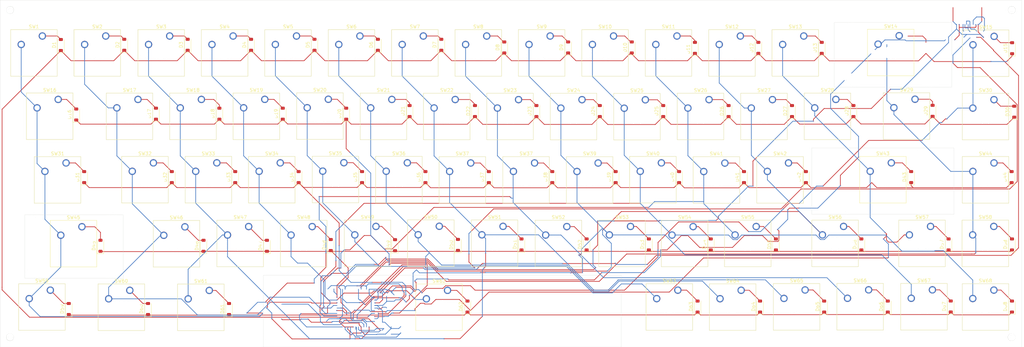
<source format=kicad_pcb>
(kicad_pcb (version 20241229) (generator "pcbnew") (generator_version "9.0")
  (layers (0 "F.Cu" signal) (2 "B.Cu" signal) (13 "F.Paste" user) (15 "B.Paste" user) (5 "F.SilkS" user "F.Silkscreen") (7 "B.SilkS" user "B.Silkscreen") (1 "F.Mask" user) (3 "B.Mask" user) (25 "Edge.Cuts" user))
  (net 0 "")
  (net 1 "GND")
  (net 2 "Net-(U1-UCAP)")
  (net 3 "Net-(U1-XTAL2)")
  (net 4 "Net-(U1-XTAL1)")
  (net 5 "Net-(D1-A)")
  (net 6 "ROW1")
  (net 7 "Net-(D2-A)")
  (net 8 "Net-(D3-A)")
  (net 9 "Net-(D4-A)")
  (net 10 "Net-(D5-A)")
  (net 11 "Net-(D6-A)")
  (net 12 "Net-(D7-A)")
  (net 13 "Net-(D8-A)")
  (net 14 "Net-(D9-A)")
  (net 15 "Net-(D10-A)")
  (net 16 "Net-(D11-A)")
  (net 17 "Net-(D12-A)")
  (net 18 "Net-(D13-A)")
  (net 19 "Net-(D14-A)")
  (net 20 "Net-(D15-A)")
  (net 21 "Net-(D16-A)")
  (net 22 "ROW2")
  (net 23 "Net-(D17-A)")
  (net 24 "Net-(D18-A)")
  (net 25 "Net-(D19-A)")
  (net 26 "Net-(D20-A)")
  (net 27 "Net-(D21-A)")
  (net 28 "Net-(D22-A)")
  (net 29 "Net-(D23-A)")
  (net 30 "Net-(D24-A)")
  (net 31 "Net-(D25-A)")
  (net 32 "Net-(D26-A)")
  (net 33 "Net-(D27-A)")
  (net 34 "Net-(D28-A)")
  (net 35 "Net-(D29-A)")
  (net 36 "Net-(D30-A)")
  (net 37 "Net-(D31-A)")
  (net 38 "ROW3")
  (net 39 "Net-(D32-A)")
  (net 40 "Net-(D33-A)")
  (net 41 "Net-(D34-A)")
  (net 42 "Net-(D35-A)")
  (net 43 "Net-(D36-A)")
  (net 44 "Net-(D37-A)")
  (net 45 "Net-(D38-A)")
  (net 46 "Net-(D39-A)")
  (net 47 "Net-(D40-A)")
  (net 48 "Net-(D41-A)")
  (net 49 "Net-(D42-A)")
  (net 50 "Net-(D43-A)")
  (net 51 "Net-(D44-A)")
  (net 52 "ROW4")
  (net 53 "Net-(D45-A)")
  (net 54 "Net-(D46-A)")
  (net 55 "Net-(D47-A)")
  (net 56 "Net-(D48-A)")
  (net 57 "Net-(D49-A)")
  (net 58 "Net-(D50-A)")
  (net 59 "Net-(D51-A)")
  (net 60 "Net-(D52-A)")
  (net 61 "Net-(D53-A)")
  (net 62 "Net-(D54-A)")
  (net 63 "Net-(D55-A)")
  (net 64 "Net-(D56-A)")
  (net 65 "Net-(D57-A)")
  (net 66 "Net-(D58-A)")
  (net 67 "Net-(D59-A)")
  (net 68 "ROW5")
  (net 69 "Net-(D60-A)")
  (net 70 "Net-(D61-A)")
  (net 71 "Net-(D62-A)")
  (net 72 "Net-(D63-A)")
  (net 73 "Net-(D64-A)")
  (net 74 "Net-(D65-A)")
  (net 75 "Net-(D66-A)")
  (net 76 "Net-(D67-A)")
  (net 77 "Net-(D68-A)")
  (net 78 "Net-(F1-Pad1)")
  (net 79 "Net-(J1-CC1)")
  (net 80 "Net-(J1-CC2)")
  (net 81 "Net-(U1-D+)")
  (net 82 "D+")
  (net 83 "D-")
  (net 84 "Net-(U1-D-)")
  (net 85 "Net-(U1-~{RESET})")
  (net 86 "Net-(U1-~{HWB}{slash}PE2)")
  (net 87 "COLUMN1")
  (net 88 "COLUMN2")
  (net 89 "COLUMN3")
  (net 90 "COLUMN4")
  (net 91 "COLUMN5")
  (net 92 "COLUMN6")
  (net 93 "COLUMN7")
  (net 94 "COLUMN8")
  (net 95 "COLUMN9")
  (net 96 "COLUMN10")
  (net 97 "COLUMN11")
  (net 98 "COLUMN12")
  (net 99 "COLUMN13")
  (net 100 "COLUMN14")
  (net 101 "COLUMN15")
  (footprint "Button_Switch_Keyboard:SW_Cherry_MX_1.00u_PCB" (layer "F.Cu") (at 196.3 52.875)
    (property "Reference" "SW40")
    (property "Value" "SW_Push_45deg")
  )
  (footprint "Diode_SMD:D_SOD-123" (layer "F.Cu") (at 225.425 18.31875 90)
    (property "Reference" "D12")
    (property "Value" "1N4148WT")
  )
  (footprint "Diode_SMD:D_SOD-123" (layer "F.Cu") (at 18.25625 96.775 90)
    (property "Reference" "D59")
    (property "Value" "1N4148WT")
  )
  (footprint "Diode_SMD:D_SOD-123" (layer "F.Cu") (at 20.5 38.34875 90)
    (property "Reference" "D16")
    (property "Value" "1N4148WT")
  )
  (footprint "Diode_SMD:D_SOD-123" (layer "F.Cu") (at 264.31875 96.04375 90)
    (property "Reference" "D66")
    (property "Value" "1N4148WT")
  )
  (footprint "Button_Switch_Keyboard:SW_Cherry_MX_1.00u_PCB" (layer "F.Cu") (at 229.665 33.87)
    (property "Reference" "SW27")
    (property "Value" "SW_Push_45deg")
  )
  (footprint "Diode_SMD:D_SOD-123" (layer "F.Cu") (at 111.125 17.4 90)
    (property "Reference" "D6")
    (property "Value" "1N4148WT")
  )
  (footprint "Diode_SMD:D_SOD-123" (layer "F.Cu") (at 135.18 77.5175 90)
    (property "Reference" "D50")
    (property "Value" "1N4148WT")
  )
  (footprint "Diode_SMD:D_SOD-123" (layer "F.Cu") (at 22.88125 57.15 90)
    (property "Reference" "D31")
    (property "Value" "1N4148WT")
  )
  (footprint "Button_Switch_Keyboard:SW_Cherry_MX_1.00u_PCB" (layer "F.Cu") (at 81.8 52.875)
    (property "Reference" "SW34")
    (property "Value" "SW_Push_45deg")
  )
  (footprint "Diode_SMD:D_SOD-123" (layer "F.Cu") (at 87.3125 57.15 90)
    (property "Reference" "D34")
    (property "Value" "1N4148WT")
  )
  (footprint "Button_Switch_Keyboard:SW_Cherry_MX_1.00u_PCB" (layer "F.Cu") (at 210.615 33.87)
    (property "Reference" "SW26")
    (property "Value" "SW_Push_45deg")
  )
  (footprint "Diode_SMD:D_SOD-123" (layer "F.Cu") (at 182.5625 57.15 90)
    (property "Reference" "D39")
    (property "Value" "1N4148WT")
  )
  (footprint "Diode_SMD:D_SOD-123" (layer "F.Cu") (at 168.275 18.19375 90)
    (property "Reference" "D9")
    (property "Value" "1N4148WT")
  )
  (footprint "Diode_SMD:D_SOD-123" (layer "F.Cu") (at 15.875 17.4625 90)
    (property "Reference" "D1")
    (property "Value" "1N4148WT")
  )
  (footprint "Button_Switch_Keyboard:SW_Cherry_MX_1.00u_PCB" (layer "F.Cu") (at 91.385 72.02)
    (property "Reference" "SW48")
    (property "Value" "SW_Push_45deg")
  )
  (footprint "Button_Switch_Keyboard:SW_Cherry_MX_1.00u_PCB" (layer "F.Cu") (at 115.32 33.82)
    (property "Reference" "SW21")
    (property "Value" "SW_Push_45deg")
  )
  (footprint "Diode_SMD:D_SOD-123" (layer "F.Cu") (at 163.5125 57.15 90)
    (property "Reference" "D38")
    (property "Value" "1N4148WT")
  )
  (footprint "Diode_SMD:D_SOD-123" (layer "F.Cu") (at 235.5375 37.30625 90)
    (property "Reference" "D27")
    (property "Value" "1N4148WT")
  )
  (footprint "Diode_SMD:D_SOD-123" (layer "F.Cu") (at 82.55 38.1 90)
    (property "Reference" "D19")
    (property "Value" "1N4148WT")
  )
  (footprint "Button_Switch_Keyboard:SW_Cherry_MX_1.00u_PCB" (layer "F.Cu") (at 67.6275 14.76375)
    (property "Reference" "SW4")
    (property "Value" "SW_Push_45deg")
  )
  (footprint "Diode_SMD:D_SOD-123" (layer "F.Cu") (at 44.45 38.1 90)
    (property "Reference" "D17")
    (property "Value" "1N4148WT")
  )
  (footprint "Button_Switch_Keyboard:SW_Cherry_MX_1.00u_PCB" (layer "F.Cu") (at 139.025 52.91)
    (property "Reference" "SW37")
    (property "Value" "SW_Push_45deg")
  )
  (footprint "Diode_SMD:D_SOD-123" (layer "F.Cu") (at 106.3625 57.15 90)
    (property "Reference" "D35")
    (property "Value" "1N4148WT")
  )
  (footprint "Button_Switch_Keyboard:SW_Cherry_MX_1.00u_PCB" (layer "F.Cu") (at 220.265 91.145)
    (property "Reference" "SW64")
    (property "Value" "SW_Push_45deg")
  )
  (footprint "Diode_SMD:D_SOD-123" (layer "F.Cu") (at 144.4625 57.15 90)
    (property "Reference" "D37")
    (property "Value" "1N4148WT")
  )
  (footprint "Button_Switch_Keyboard:SW_Cherry_MX_2.00u_PCB" (layer "F.Cu") (at 267.74 14.6625)
    (property "Reference" "SW14")
    (property "Value" "SW_Push_45deg")
  )
  (footprint "Button_Switch_Keyboard:SW_Cherry_MX_1.00u_PCB" (layer "F.Cu") (at 187.025 71.975)
    (property "Reference" "SW53")
    (property "Value" "SW_Push_45deg")
  )
  (footprint "Button_Switch_Keyboard:SW_Cherry_MX_1.75u_PCB" (layer "F.Cu") (at 251.035 71.97)
    (property "Reference" "SW56")
    (property "Value" "SW_Push_45deg")
  )
  (footprint "Button_Switch_Keyboard:SW_Cherry_MX_1.00u_PCB" (layer "F.Cu") (at 58.1025 33.81375)
    (property "Reference" "SW18")
    (property "Value" "SW_Push_45deg")
  )
  (footprint "Diode_SMD:D_SOD-123" (layer "F.Cu") (at 301.625 96.04375 90)
    (property "Reference" "D68")
    (property "Value" "1N4148WT")
  )
  (footprint "Button_Switch_Keyboard:SW_Cherry_MX_1.00u_PCB" (layer "F.Cu") (at 296.26 14.87)
    (property "Reference" "SW15")
    (property "Value" "SW_Push_45deg")
  )
  (footprint "Diode_SMD:D_SOD-123" (layer "F.Cu") (at 73.025 17.4 90)
    (property "Reference" "D4")
    (property "Value" "1N4148WT")
  )
  (footprint "Diode_SMD:D_SOD-123" (layer "F.Cu") (at 201.6125 57.15 90)
    (property "Reference" "D40")
    (property "Value" "1N4148WT")
  )
  (footprint "Button_Switch_Keyboard:SW_Cherry_MX_1.00u_PCB" (layer "F.Cu") (at 172.45 33.885)
    (property "Reference" "SW24")
    (property "Value" "SW_Push_45deg")
  )
  (footprint "Button_Switch_Keyboard:SW_Cherry_MX_1.00u_PCB" (layer "F.Cu") (at 72.3 72.01)
    (property "Reference" "SW47")
    (property "Value" "SW_Push_45deg")
  )
  (footprint "Diode_SMD:D_SOD-123" (layer "F.Cu") (at 254 37.30625 90)
    (property "Reference" "D28")
    (property "Value" "1N4148WT")
  )
  (footprint "Button_Switch_Keyboard:SW_Cherry_MX_1.00u_PCB" (layer "F.Cu") (at 277.16 71.97)
    (property "Reference" "SW57")
    (property "Value" "SW_Push_45deg")
  )
  (footprint "Button_Switch_Keyboard:SW_Cherry_MX_1.00u_PCB" (layer "F.Cu") (at 201.24 91.12)
    (property "Reference" "SW63")
    (property "Value" "SW_Push_45deg")
  )
  (footprint "Button_Switch_Keyboard:SW_Cherry_MX_1.00u_PCB" (layer "F.Cu") (at 191.485 33.92)
    (property "Reference" "SW25")
    (property "Value" "SW_Push_45deg" (hide yes))
  )
  (footprint "Diode_SMD:D_SOD-123" (layer "F.Cu") (at 277.78 37.24 90)
    (property "Reference" "D29")
    (property "Value" "1N4148WT")
  )
  (footprint "Button_Switch_Keyboard:SW_Cherry_MX_1.00u_PCB" (layer "F.Cu") (at 205.835 72.02)
    (property "Reference" "SW54")
    (property "Value" "SW_Push_45deg")
  )
  (footprint "Button_Switch_Keyboard:SW_Cherry_MX_1.00u_PCB" (layer "F.Cu") (at 53.15 72.1)
    (property "Reference" "SW46")
    (property "Value" "SW_Push_45deg")
  )
  (footprint "Button_Switch_Keyboard:SW_Cherry_MX_1.00u_PCB" (layer "F.Cu") (at 248.715 33.81375)
    (property "Reference" "SW28")
    (property "Value" "SW_Push_45deg")
  )
  (footprint "Diode_SMD:D_SOD-123" (layer "F.Cu") (at 140.2875 37.30625 90)
    (property "Reference" "D22")
    (property "Value" "1N4148WT")
  )
  (footprint "Button_Switch_Keyboard:SW_Cherry_MX_1.25u_PCB" (layer "F.Cu") (at 60.475 91.2)
    (property "Reference" "SW61")
    (property "Value" "SW_Push_45deg")
  )
  (footprint "Diode_SMD:D_SOD-123" (layer "F.Cu") (at 230.70625 77.38 90)
    (property "Reference" "D55")
    (property "Value" "1N4148WT")
  )
  (footprint "Button_Switch_Keyboard:SW_Cherry_MX_1.00u_PCB" (layer "F.Cu") (at 105.7275 14.76375)
    (property "Reference" "SW6")
    (property "Value" "SW_Push_45deg")
  )
  (footprint "MountingHole:MountingHole_2.2mm_M2" (layer "F.Cu") (at 0.61875 105.21)
    (property "Reference" "REF**" (hide yes))
    (property "Value" "MountingHole_2.2mm_M2" (hide yes))
  )
  (footprint "Diode_SMD:D_SOD-123" (layer "F.Cu") (at 101.6 38.1 90)
    (property "Reference" "D20")
    (property "Value" "1N4148WT")
  )
  (footprint "Diode_SMD:D_SOD-123" (layer "F.Cu") (at 239.7125 57.15 90)
    (property "Reference" "D42")
    (property "Value" "1N4148WT")
  )
  (footprint "Diode_SMD:D_SOD-123" (layer "F.Cu") (at 216.4875 37.30625 90)
    (property "Reference" "D26")
    (property "Value" "1N4148WT")
  )
  (footprint "Diode_SMD:D_SOD-123" (layer "F.Cu") (at 244.475 18.31875 90)
    (property "Reference" "D13")
    (property "Value" "1N4148WT")
  )
  (footprint "Diode_SMD:D_SOD-123" (layer "F.Cu") (at 206.375 18.31875 90)
    (property "Reference" "D11")
    (property "Value" "1N4148WT")
  )
  (footprint "Button_Switch_Keyboard:SW_Cherry_MX_1.00u_PCB" (layer "F.Cu") (at 220.0275 14.76375)
    (property "Reference" "SW12")
    (property "Value" "SW_Push_45deg")
  )
  (footprint "Button_Switch_Keyboard:SW_Cherry_MX_1.50u_PCB" (layer "F.Cu") (at 272.5 33.75375)
    (property "Reference" "SW29")
    (property "Value" "SW_Push_45deg")
  )
  (footprint "Button_Switch_Keyboard:SW_Cherry_MX_1.00u_PCB" (layer "F.Cu") (at 10.31875 14.76375)
    (property "Reference" "SW1")
    (property "Value" "SW_Push_45deg")
  )
  (footprint "Button_Switch_Keyboard:SW_Cherry_MX_1.00u_PCB" (layer "F.Cu") (at 86.6775 14.76375)
    (property "Reference" "SW5")
    (property "Value" "SW_Push_45deg")
  )
  (footprint "Button_Switch_Keyboard:SW_Cherry_MX_1.00u_PCB" (layer "F.Cu") (at 258.565 91.02)
    (property "Reference" "SW66")
    (property "Value" "SW_Push_45deg")
  )
  (footprint "Diode_SMD:D_SOD-123" (layer "F.Cu") (at 138.04375 96.04375 90)
    (property "Reference" "D62")
    (property "Value" "1N4148WT")
  )
  (footprint "Button_Switch_Keyboard:SW_Cherry_MX_6.25u_PCB" (layer "F.Cu") (at 132.05 91.175)
    (property "Reference" "SW62")
    (property "Value" "SW_Push_45deg")
  )
  (footprint "Button_Switch_Keyboard:SW_Cherry_MX_1.00u_PCB" (layer "F.Cu") (at 234.49 52.895)
    (property "Reference" "SW42")
    (property "Value" "SW_Push_45deg")
  )
  (footprint "Button_Switch_Keyboard:SW_Cherry_MX_1.00u_PCB" (layer "F.Cu") (at 167.89 72.02)
    (property "Reference" "SW52")
    (property "Value" "SW_Push_45deg")
  )
  (footprint "Diode_SMD:D_SOD-123" (layer "F.Cu") (at 245.2 96.04375 90)
    (property "Reference" "D65")
    (property "Value" "1N4148WT")
  )
  (footprint "Button_Switch_Keyboard:SW_Cherry_MX_1.00u_PCB" (layer "F.Cu") (at 48.5775 14.76375)
    (property "Reference" "SW3")
    (property "Value" "SW_Push_45deg")
  )
  (footprint "Button_Switch_Keyboard:SW_Cherry_MX_2.25u_PCB" (layer "F.Cu") (at 265.38 52.86375)
    (property "Reference" "SW43")
    (property "Value" "SW_Push_45deg")
  )
  (footprint "Diode_SMD:D_SOD-123" (layer "F.Cu") (at 158.75 37.30625 90)
    (property "Reference" "D23")
    (property "Value" "1N4148WT")
  )
  (footprint "Diode_SMD:D_SOD-123" (layer "F.Cu") (at 125.4125 57.15 90)
    (property "Reference" "D36")
    (property "Value" "1N4148WT")
  )
  (footprint "Button_Switch_Keyboard:SW_Cherry_MX_1.00u_PCB" (layer "F.Cu") (at 119.975 52.85)
    (property "Reference" "SW36")
    (property "Value" "SW_Push_45deg")
  )
  (footprint "Button_Switch_Keyboard:SW_Cherry_MX_1.00u_PCB" (layer "F.Cu") (at 129.575 71.925)
    (property "Reference" "SW50")
    (property "Value" "SW_Push_45deg")
  )
  (footprint "Diode_SMD:D_SOD-123" (layer "F.Cu") (at 177.8 37.30625 90)
    (property "Reference" "D24")
    (property "Value" "1N4148WT")
  )
  (footprint "Diode_SMD:D_SOD-123" (layer "F.Cu") (at 130.175 17.4 90)
    (property "Reference" "D7")
    (property "Value" "1N4148WT")
  )
  (footprint "Button_Switch_Keyboard:SW_Cherry_MX_1.00u_PCB" (layer "F.Cu") (at 100.91 52.82)
    (property "Reference" "SW35")
    (property "Value" "SW_Push_45deg")
  )
  (footprint "Diode_SMD:D_SOD-123" (layer "F.Cu") (at 187.4 18.19375 90)
    (property "Reference" "D10")
    (property "Value" "1N4148WT")
  )
  (footprint "Diode_SMD:D_SOD-123" (layer "F.Cu") (at 192.5375 77.38 90)
    (property "Reference" "D53")
    (property "Value" "1N4148WT")
  )
  (footprint "Button_Switch_Keyboard:SW_Cherry_MX_1.25u_PCB" (layer "F.Cu") (at 36.59 91.17)
    (property "Reference" "SW60")
    (property "Value" "SW_Push_45deg")
  )
  (footprint "Button_Switch_Keyboard:SW_Cherry_MX_1.00u_PCB" (layer "F.Cu") (at 110.545 71.97)
    (property "Reference" "SW49")
    (property "Value" "SW_Push_45deg")
  )
  (footprint "Button_Switch_Keyboard:SW_Cherry_MX_1.00u_PCB" (layer "F.Cu") (at 43.685 52.87)
    (property "Reference" "SW32")
    (property "Value" "SW_Push_45deg")
  )
  (footprint "Button_Switch_Keyboard:SW_Cherry_MX_2.25u_PCB" (layer "F.Cu") (at 22.21 72.07)
    (property "Reference" "SW45")
    (property "Value" "SW_Push_45deg")
  )
  (footprint "Diode_SMD:D_SOD-123" (layer "F.Cu") (at 120.65 37.30625 90)
    (property "Reference" "D21")
    (property "Value" "1N4148WT")
  )
  (footprint "Diode_SMD:D_SOD-123" (layer "F.Cu") (at 27.78125 77.7875 90)
    (property "Reference" "D45")
    (property "Value" "1N4148WT")
  )
  (footprint "Button_Switch_Keyboard:SW_Cherry_MX_1.00u_PCB" (layer "F.Cu") (at 296.165 71.97)
    (property "Reference" "SW58")
    (property "Value" "SW_Push_45deg")
  )
  (footprint "Diode_SMD:D_SOD-123" (layer "F.Cu") (at 149.1 18.2 90)
    (property "Reference" "D8")
    (property "Value" "1N4148WT")
  )
  (footprint "Button_Switch_Keyboard:SW_Cherry_MX_1.00u_PCB" (layer "F.Cu") (at 124.7775 14.76375)
    (property "Reference" "SW7")
    (property "Value" "SW_Push_45deg")
  )
  (footprint "Diode_SMD:D_SOD-123" (layer "F.Cu") (at 116.28 77.6 90)
    (property "Reference" "D49")
    (property "Value" "1N4148WT")
  )
  (footprint "Button_Switch_Keyboard:SW_Cherry_MX_1.00u_PCB" (layer "F.Cu") (at 239.0775 14.76375)
    (property "Reference" "SW13")
    (property "Value" "SW_Push_45deg")
  )
  (footprint "" (layer "F.Cu") (at 301.55 105.25 180)
    (property "Reference" "")
    (property "Value" "")
  )
  (footprint "Button_Switch_Keyboard:SW_Cherry_MX_1.00u_PCB" (layer "F.Cu") (at 296.22 33.88)
    (property "Reference" "SW30")
    (property "Value" "SW_Push_45deg")
  )
  (footprint "Button_Switch_Keyboard:SW_Cherry_MX_1.00u_PCB" (layer "F.Cu") (at 148.725 71.95)
    (property "Reference" "SW51")
    (property "Value" "SW_Push_45deg")
  )
  (footprint "Diode_SMD:D_SOD-123" (layer "F.Cu") (at 77.7875 77.7875 90)
    (property "Reference" "D47")
    (property "Value" "1N4148WT")
  )
  (footprint "Diode_SMD:D_SOD-123" (layer "F.Cu") (at 96.97 77.56 90)
    (property "Reference" "D48")
    (property "Value" "1N4148WT")
  )
  (footprint "Button_Switch_Keyboard:SW_Cherry_MX_1.00u_PCB" (layer "F.Cu") (at 181.9275 14.76375)
    (property "Reference" "SW10")
    (property "Value" "SW_Push_45deg")
  )
  (footprint "Button_Switch_Keyboard:SW_Cherry_MX_1.00u_PCB" (layer "F.Cu") (at 277.72 91.02)
    (property "Reference" "SW67")
    (property "Value" "SW_Push_45deg")
  )
  (footprint "Button_Switch_Keyboard:SW_Cherry_MX_1.00u_PCB" (layer "F.Cu") (at 39.0525 33.81375)
    (property "Reference" "SW17")
    (property "Value" "SW_Push_45deg")
  )
  (footprint "Button_Switch_Keyboard:SW_Cherry_MX_1.00u_PCB" (layer "F.Cu") (at 77.145 33.795)
    (property "Reference" "SW19")
    (property "Value" "SW_Push_45deg")
  )
  (footprint "Diode_SMD:D_SOD-123" (layer "F.Cu") (at 68.2625 57.15 90)
    (property "Reference" "D33")
    (property "Value" "1N4148WT")
  )
  (footprint "Button_Switch_Keyboard:SW_Cherry_MX_1.00u_PCB" (layer "F.Cu") (at 296.195 91.095)
    (property "Reference" "SW68")
    (property "Value" "SW_Push_45deg")
  )
  (footprint "Button_Switch_Keyboard:SW_Cherry_MX_1.00u_PCB" (layer "F.Cu") (at 224.785 71.995)
    (property "Reference" "SW55")
    (property "Value" "SW_Push_45deg")
  )
  (footprint "Diode_SMD:D_SOD-123" (layer "F.Cu") (at 271.3325 57.14375 90)
    (property "Reference" "D43")
    (property "Value" "1N4148WT")
  )
  (footprint "Diode_SMD:D_SOD-123" (layer "F.Cu") (at 301.52375 57.15 90)
    (property "Reference" "D44")
    (property "Value" "1N4148WT")
  )
  (footprint "Diode_SMD:D_SOD-123" (layer "F.Cu") (at 282.575 77.38 90)
    (property "Reference" "D57")
    (property "Value" "1N4148WT")
  )
  (footprint "Button_Switch_Keyboard:SW_Cherry_MX_1.00u_PCB" (layer "F.Cu") (at 96.24 33.77)
    (property "Reference" "SW20")
    (property "Value" "SW_Push_45deg")
  )
  (footprint "Button_Switch_Keyboard:SW_Cherry_MX_1.00u_PCB" (layer "F.Cu") (at 62.74 52.87)
    (property "Reference" "SW33")
    (property "Value" "SW_Push_45deg")
  )
  (footprint "Button_Switch_Keyboard:SW_Cherry_MX_1.75u_PCB" (layer "F.Cu") (at 17.44 52.895)
    (property "Reference" "SW31")
    (property "Value" "SW_Push_45deg")
  )
  (footprint "Button_Switch_Keyboard:SW_Cherry_MX_1.00u_PCB" (layer "F.Cu") (at 134.36 33.845)
    (property "Reference" "SW22")
    (property "Value" "SW_Push_45deg")
  )
  (footprint "Diode_SMD:D_SOD-123" (layer "F.Cu") (at 53.975 17.4 90)
    (property "Reference" "D3")
    (property "Value" "1N4148WT")
  )
  (footprint "Button_Switch_Keyboard:SW_Cherry_MX_1.00u_PCB" (layer "F.Cu") (at 143.8275 14.76375)
    (property "Reference" "SW8")
    (property "Value" "SW_Push_45deg")
  )
  (footprint "Button_Switch_Keyboard:SW_Cherry_MX_1.00u_PCB" (layer "F.Cu") (at 215.375 52.935)
    (property "Reference" "SW41")
    (property "Value" "SW_Push_45deg")
  )
  (footprint "Button_Switch_Keyboard:SW_Cherry_MX_1.00u_PCB" (layer "F.Cu") (at 158.2 52.9)
    (property "Reference" "SW37")
    (property "Value" "SW_Push_45deg")
  )
  (footprint "Diode_SMD:D_SOD-123" (layer "F.Cu") (at 221.1125 57.15 90)
    (property "Reference" "D41")
    (property "Value" "1N4148WT")
  )
  (footprint "Button_Switch_Keyboard:SW_Cherry_MX_1.50u_PCB" (layer "F.Cu") (at 15.08125 33.81375)
    (property "Reference" "SW16")
    (property "Value" "SW_Push_45deg")
  )
  (footprint "Button_Switch_Keyboard:SW_Cherry_MX_1.00u_PCB" (layer "F.Cu") (at 153.385 33.87)
    (property "Reference" "SW23")
    (property "Value" "SW_Push_45deg")
  )
  (footprint "Diode_SMD:D_SOD-123" (layer "F.Cu") (at 42.06875 96.775 90)
    (property "Reference" "D60")
    (property "Value" "1N4148WT")
  )
  (footprint "Button_Switch_Keyboard:SW_Cherry_MX_1.00u_PCB" (layer "F.Cu") (at 296.2275 52.895)
    (property "Reference" "SW44")
    (property "Value" "SW_Push_45deg")
  )
  (footprint "Diode_SMD:D_SOD-123" (layer "F.Cu") (at 301.66375 18.425 90)
    (property "Reference" "D15")
    (property "Value" "1N4148WT")
  )
  (footprint "Diode_SMD:D_SOD-123" (layer "F.Cu") (at 34.925 17.4 90)
    (property "Reference" "D2")
    (property "Value" "1N4148WT")
  )
  (footprint "MountingHole:MountingHole_2.2mm_M2" (layer "F.Cu") (at 301.53 105.21)
    (property "Reference" "REF**" (hide yes))
    (property "Value" "MountingHole_2.2mm_M2" (hide yes))
  )
  (footprint "Button_Switch_Keyboard:SW_Cherry_MX_1.00u_PCB" (layer "F.Cu") (at 162.8775 14.76375)
    (property "Reference" "SW9")
    (property "Value" "SW_Push_45deg")
  )
  (footprint "Diode_SMD:D_SOD-123" (layer "F.Cu") (at 173.83125 77.38 90)
    (property "Reference" "D52")
    (property "Value" "1N4148WT")
  )
  (footprint "Button_Switch_Keyboard:SW_Cherry_MX_1.00u_PCB" (layer "F.Cu") (at 29.36875 14.76375)
    (property "Reference" "SW2")
    (property "Value" "SW_Push_45deg")
  )
  (footprint "Diode_SMD:D_SOD-123" (layer "F.Cu") (at 207.16875 96.04375 90)
    (property "Reference" "D63")
    (property "Value" "1N4148WT")
  )
  (footprint "Diode_SMD:D_SOD-123" (layer "F.Cu") (at 66.4 96.775 90)
    (property "Reference" "D61")
    (property "Value" "1N4148WT")
  )
  (footprint "Diode_SMD:D_SOD-123" (layer "F.Cu") (at 225.94375 96.04375 90)
    (property "Reference" "D64")
    (property "Value" "1N4148WT")
  )
  (footprint "Button_Switch_Keyboard:SW_Cherry_MX_1.00u_PCB" (layer "F.Cu") (at 200.9775 14.76375)
    (property "Reference" "SW11")
    (property "Value" "SW_Push_45deg")
  )
  (footprint "MountingHole:MountingHole_2.2mm_M2" (layer "F.Cu") (at 0.61875 6.96875)
    (property "Reference" "REF**" (hide yes))
    (property "Value" "MountingHole_2.2mm_M2" (hide yes))
  )
  (footprint "Diode_SMD:D_SOD-123" (layer "F.Cu") (at 63.5 38.1 90)
    (property "Reference" "D18")
    (property "Value" "1N4148WT")
  )
  (footprint "Diode_SMD:D_SOD-123" (layer "F.Cu") (at 256.38125 77.38 90)
    (property "Reference" "D56")
    (property "Value" "1N4148WT")
  )
  (footprint "Button_Switch_Keyboard:SW_Cherry_MX_1.00u_PCB" (layer "F.Cu") (at 177.295 52.92)
    (property "Reference" "SW39")
    (property "Value" "SW_Push_45deg")
  )
  (footprint "Diode_SMD:D_SOD-123" (layer "F.Cu") (at 92.075 17.4 90)
    (property "Reference" "D5")
    (property "Value" "1N4148WT")
  )
  (footprint "Diode_SMD:D_SOD-123" (layer "F.Cu") (at 211.1375 77.38 90)
    (property "Reference" "D54")
    (property "Value" "1N4148WT")
  )
  (footprint "Diode_SMD:D_SOD-123" (layer "F.Cu") (at 49.2125 57.15 90)
    (property "Reference" "D32")
    (property "Value" "1N4148WT")
  )
  (footprint "Diode_SMD:D_SOD-123" (layer "F.Cu") (at 283.23 96.02 90)
    (property "Reference" "D67")
    (property "Value" "1N4148WT")
  )
  (footprint "Diode_SMD:D_SOD-123" (layer "F.Cu") (at 154.27 77.38 90)
    (property "Reference" "D51")
    (property "Value" "1N4148WT")
  )
  (footprint "Button_Switch_Keyboard:SW_Cherry_MX_1.25u_PCB" (layer "F.Cu") (at 12.72 91.12)
    (property "Reference" "SW59")
    (property "Value" "SW_Push_45deg")
  )
  (footprint "Button_Switch_Keyboard:SW_Cherry_MX_1.00u_PCB" (layer "F.Cu") (at 239.475 91.06)
    (property "Reference" "SW65")
    (property "Value" "SW_Push_45deg")
  )
  (footprint "Diode_SMD:D_SOD-123" (layer "F.Cu") (at 302.3 37.4975 90)
    (property "Reference" "D30")
    (property "Value" "1N4148WT")
  )
  (footprint "Diode_SMD:D_SOD-123" (layer "F.Cu") (at 58.7375 77.7875 90)
    (property "Reference" "D46")
    (property "Value" "1N4148WT")
  )
  (footprint "Diode_SMD:D_SOD-123" (layer "F.Cu") (at 196.85 37.30625 90)
    (property "Reference" "D25")
    (property "Value" "1N4148WT")
  )
  (footprint "Diode_SMD:D_SOD-123" (layer "F.Cu") (at 301.625 77.38 90)
    (property "Reference" "D58")
    (property "Value" "1N4148WT")
  )
  (footprint "MountingHole:MountingHole_2.2mm_M2" (layer "F.Cu") (at 301.53 6.96875)
    (property "Reference" "REF**" (hide yes))
    (property "Value" "MountingHole_2.2mm_M2" (hide yes))
  )
  (gr_rect (start -2.38125 3.96875) (end 304.53 108.21) (stroke (width 0.05)) (fill no) (layer "Edge.Cuts"))
  (gr_rect (start 229.5 12.8) (end 243.5 26.8) (stroke (width 0.05)) (fill no) (layer "Edge.Cuts"))
  (gr_rect (start 210.7 89.2) (end 224.7 103.2) (stroke (width 0.05)) (fill no) (layer "Edge.Cuts"))
  (gr_circle (center 0.597725 105.25) (end 1.547725 104.7) (stroke (width 0.1)) (fill no) (layer "Edge.Cuts"))
  (gr_rect (start 3.15 89.2) (end 17.15 103.2) (stroke (width 0.05)) (fill no) (layer "Edge.Cuts"))
  (gr_rect (start 225 51) (end 239 65) (stroke (width 0.05)) (fill no) (layer "Edge.Cuts"))
  (gr_rect (start 186.7 50.9) (end 200.7 64.9) (stroke (width 0.05)) (fill no) (layer "Edge.Cuts"))
  (gr_rect (start 229.9 89.1) (end 243.9 103.1) (stroke (width 0.05)) (fill no) (layer "Edge.Cuts"))
  (gr_rect (start 139.15 70) (end 153.15 84) (stroke (width 0.05)) (fill no) (layer "Edge.Cuts"))
  (gr_circle (center 0.647725 6.95) (end 1.597725 6.4) (stroke (width 0.1)) (fill no) (layer "Edge.Cuts"))
  (gr_rect (start 62.745594 70.080252) (end 76.745594 84.080252) (stroke (width 0.05)) (fill no) (layer "Edge.Cuts"))
  (gr_rect (start 5.5 31.8) (end 19.5 45.8) (stroke (width 0.05)) (fill no) (layer "Edge.Cuts"))
  (gr_rect (start 34.1 50.9) (end 48.1 64.9) (stroke (width 0.05)) (fill no) (layer "Edge.Cuts"))
  (gr_rect (start 105.8 31.9) (end 119.8 45.9) (stroke (width 0.05)) (fill no) (layer "Edge.Cuts"))
  (gr_rect (start 153.3 12.8) (end 167.3 26.8) (stroke (width 0.05)) (fill no) (layer "Edge.Cuts"))
  (gr_rect (start 215.25 70.05) (end 229.25 84.05) (stroke (width 0.05)) (fill no) (layer "Edge.Cuts"))
  (gr_rect (start 0.8 12.8) (end 14.8 26.8) (stroke (width 0.05)) (fill no) (layer "Edge.Cuts"))
  (gr_rect (start 7.9 51) (end 21.9 65) (stroke (width 0.05)) (fill no) (layer "Edge.Cuts"))
  (gr_rect (start 262.9 31.8) (end 276.9 45.8) (stroke (width 0.05)) (fill no) (layer "Edge.Cuts"))
  (gr_rect (start 268.15 89.1) (end 282.15 103.1) (stroke (width 0.05)) (fill no) (layer "Edge.Cuts"))
  (gr_rect (start 72.2 50.9) (end 86.2 64.9) (stroke (width 0.05)) (fill no) (layer "Edge.Cuts"))
  (gr_rect (start 162.9 32) (end 176.9 46) (stroke (width 0.05)) (fill no) (layer "Edge.Cuts"))
  (gr_rect (start 67.6 31.9) (end 81.6 45.9) (stroke (width 0.05)) (fill no) (layer "Edge.Cuts"))
  (gr_circle (center 301.547725 6.95) (end 302.497725 6.4) (stroke (width 0.1)) (fill no) (layer "Edge.Cuts"))
  (gr_rect (start 43.592914 70.147554) (end 57.592914 84.147554) (stroke (width 0.05)) (fill no) (layer "Edge.Cuts"))
  (gr_rect (start 81.85 70.1) (end 95.85 84.1) (stroke (width 0.05)) (fill no) (layer "Edge.Cuts"))
  (gr_rect (start 76.745594 86.6) (end 184.2 108.21) (stroke (width 0.05)) (fill no) (layer "Edge.Cuts"))
  (gr_rect (start 241.5 70.05) (end 255.5 84.05) (stroke (width 0.05)) (fill no) (layer "Edge.Cuts"))
  (gr_rect (start 53.2 50.9) (end 67.2 64.9) (stroke (width 0.05)) (fill no) (layer "Edge.Cuts"))
  (gr_rect (start 115.2 12.8) (end 129.2 26.8) (stroke (width 0.05)) (fill no) (layer "Edge.Cuts"))
  (gr_rect (start 48.6 31.9) (end 62.6 45.9) (stroke (width 0.05)) (fill no) (layer "Edge.Cuts"))
  (gr_rect (start 124.8 31.9) (end 138.8 45.9) (stroke (width 0.05)) (fill no) (layer "Edge.Cuts"))
  (gr_rect (start 267.6 70.05) (end 281.6 84.05) (stroke (width 0.05)) (fill no) (layer "Edge.Cuts"))
  (gr_rect (start 220.1 31.9) (end 234.1 45.9) (stroke (width 0.05)) (fill no) (layer "Edge.Cuts"))
  (gr_rect (start 129.5 51) (end 143.5 65) (stroke (width 0.05)) (fill no) (layer "Edge.Cuts"))
  (gr_rect (start 100.974628 70.03696) (end 114.974628 84.03696) (stroke (width 0.05)) (fill no) (layer "Edge.Cuts"))
  (gr_rect (start 77.1 12.9) (end 91.1 26.9) (stroke (width 0.05)) (fill no) (layer "Edge.Cuts"))
  (gr_rect (start 239.2 31.9) (end 253.2 45.9) (stroke (width 0.05)) (fill no) (layer "Edge.Cuts"))
  (gr_circle (center 301.502275 105.25) (end 302.452275 104.7) (stroke (width 0.1)) (fill no) (layer "Edge.Cuts"))
  (gr_rect (start 39 12.8) (end 53 26.8) (stroke (width 0.05)) (fill no) (layer "Edge.Cuts"))
  (gr_rect (start 241.45 48.4) (end 284.2 68.35) (stroke (width 0.05)) (fill no) (layer "Edge.Cuts"))
  (gr_rect (start 5 68.5) (end 34.6 87.5) (stroke (width 0.05)) (fill no) (layer "Edge.Cuts"))
  (gr_rect (start 172.4 12.8) (end 186.4 26.8) (stroke (width 0.05)) (fill no) (layer "Edge.Cuts"))
  (gr_rect (start 191.4 12.8) (end 205.4 26.8) (stroke (width 0.05)) (fill no) (layer "Edge.Cuts"))
  (gr_rect (start 286.65 50.95) (end 300.65 64.95) (stroke (width 0.05)) (fill no) (layer "Edge.Cuts"))
  (gr_rect (start 110.4 50.9) (end 124.4 64.9) (stroke (width 0.05)) (fill no) (layer "Edge.Cuts"))
  (gr_rect (start 248.275 10.7) (end 283.525 30.1) (stroke (width 0.05)) (fill no) (layer "Edge.Cuts"))
  (gr_rect (start 58.1 12.8) (end 72.1 26.8) (stroke (width 0.05)) (fill no) (layer "Edge.Cuts"))
  (gr_rect (start 29.5 31.9) (end 43.5 45.9) (stroke (width 0.05)) (fill no) (layer "Edge.Cuts"))
  (gr_rect (start 286.7 32) (end 300.7 46) (stroke (width 0.05)) (fill no) (layer "Edge.Cuts"))
  (gr_rect (start 191.65 89.2) (end 205.65 103.2) (stroke (width 0.05)) (fill no) (layer "Edge.Cuts"))
  (gr_rect (start 286.7 12.9) (end 300.7 26.9) (stroke (width 0.05)) (fill no) (layer "Edge.Cuts"))
  (gr_rect (start 27.05 89.25) (end 41.05 103.25) (stroke (width 0.05)) (fill no) (layer "Edge.Cuts"))
  (gr_rect (start 210.5 12.8) (end 224.5 26.8) (stroke (width 0.05)) (fill no) (layer "Edge.Cuts"))
  (gr_rect (start 249 89.1) (end 263 103.1) (stroke (width 0.05)) (fill no) (layer "Edge.Cuts"))
  (gr_rect (start 134.3 12.8) (end 148.3 26.8) (stroke (width 0.05)) (fill no) (layer "Edge.Cuts"))
  (gr_rect (start 143.8 31.9) (end 157.8 45.9) (stroke (width 0.05)) (fill no) (layer "Edge.Cuts"))
  (gr_rect (start 91.4 50.9) (end 105.4 64.9) (stroke (width 0.05)) (fill no) (layer "Edge.Cuts"))
  (gr_rect (start 196.3 70.1) (end 210.3 84.1) (stroke (width 0.05)) (fill no) (layer "Edge.Cuts"))
  (gr_rect (start 19.8 12.8) (end 33.8 26.8) (stroke (width 0.05)) (fill no) (layer "Edge.Cuts"))
  (gr_rect (start 201 31.9) (end 215 45.9) (stroke (width 0.05)) (fill no) (layer "Edge.Cuts"))
  (gr_rect (start 158.35 70.1) (end 172.35 84.1) (stroke (width 0.05)) (fill no) (layer "Edge.Cuts"))
  (gr_rect (start 286.6 70.05) (end 300.6 84.05) (stroke (width 0.05)) (fill no) (layer "Edge.Cuts"))
  (gr_rect (start 286.65 89.15) (end 300.65 103.15) (stroke (width 0.05)) (fill no) (layer "Edge.Cuts"))
  (gr_rect (start 96.2 12.8) (end 110.2 26.8) (stroke (width 0.05)) (fill no) (layer "Edge.Cuts"))
  (gr_rect (start 181.95 32) (end 195.95 46) (stroke (width 0.05)) (fill no) (layer "Edge.Cuts"))
  (gr_rect (start 167.7 51) (end 181.7 65) (stroke (width 0.05)) (fill no) (layer "Edge.Cuts"))
  (gr_rect (start 86.7 31.8) (end 100.7 45.8) (stroke (width 0.05)) (fill no) (layer "Edge.Cuts"))
  (gr_rect (start 148.6 51) (end 162.6 65) (stroke (width 0.05)) (fill no) (layer "Edge.Cuts"))
  (gr_rect (start 120 70) (end 134 84) (stroke (width 0.05)) (fill no) (layer "Edge.Cuts"))
  (gr_rect (start 50.9 89.25) (end 64.9 103.25) (stroke (width 0.05)) (fill no) (layer "Edge.Cuts"))
  (gr_rect (start 177.5 70.05) (end 191.5 84.05) (stroke (width 0.05)) (fill no) (layer "Edge.Cuts"))
  (gr_rect (start 205.792151 50.973166) (end 219.792151 64.973166) (stroke (width 0.05)) (fill no) (layer "Edge.Cuts"))
  (segment (start 105.5 101) (end 105.5 101.5625) (width 0.2) (layer "F.Cu") (net 1))
  (segment (start 195.731811 70.169) (end 195.567612 70.333199) (width 0.2) (layer "F.Cu") (net 1))
  (segment (start 129.277153 84.96) (end 126.086111 81.768958) (width 0.2) (layer "F.Cu") (net 1))
  (segment (start 245.201184 36.54275) (end 241.95 39.793934) (width 0.2) (layer "F.Cu") (net 1))
  (segment (start 100 100.5) (end 100.5 101) (width 0.2) (layer "F.Cu") (net 1))
  (segment (start 119 92.75) (end 117.75 94) (width 0.2) (layer "F.Cu") (net 1))
  (segment (start 82.4125 100) (end 82.2375 99.825) (width 0.2) (layer "F.Cu") (net 1))
  (segment (start 105.5 101.5625) (end 106.1 102.1625) (width 0.2) (layer "F.Cu") (net 1))
  (segment (start 100.5 101) (end 105.5 101) (width 0.2) (layer "F.Cu") (net 1))
  (segment (start 91.1125 100.75) (end 90.1875 99.825) (width 0.2) (layer "F.Cu") (net 1))
  (segment (start 107 104.25) (end 106.1 103.35) (width 0.2) (layer "F.Cu") (net 1))
  (segment (start 119 91.75) (end 119 92.75) (width 0.2) (layer "F.Cu") (net 1))
  (segment (start 175.95 84.96) (end 129.277153 84.96) (width 0.2) (layer "F.Cu") (net 1))
  (segment (start 213.438199 68.901801) (end 213.438199 69.490801) (width 0.2) (layer "F.Cu") (net 1))
  (segment (start 106.1 103.35) (end 106.1 102.1625) (width 0.2) (layer "F.Cu") (net 1))
  (segment (start 87.825 100) (end 82.4125 100) (width 0.2) (layer "F.Cu") (net 1))
  (segment (start 113.813189 81.768958) (end 105.783147 89.799) (width 0.2) (layer "F.Cu") (net 1))
  (segment (start 259.36725 36.54275) (end 245.201184 36.54275) (width 0.2) (layer "F.Cu") (net 1))
  (segment (start 283.91 10.38) (end 283.91 6.2) (width 0.2) (layer "F.Cu") (net 1))
  (segment (start 105.783147 89.799) (end 104.87 89.799) (width 0.2) (layer "F.Cu") (net 1))
  (segment (start 291.48 11.295) (end 291.48 13.5825) (width 0.2) (layer "F.Cu") (net 1))
  (segment (start 97.25 100.75) (end 91.1125 100.75) (width 0.2) (layer "F.Cu") (net 1))
  (segment (start 225.19 50.96) (end 223.8 52.35) (width 0.2) (layer "F.Cu") (net 1))
  (segment (start 292.55 10.38) (end 292.55 6.2) (width 0.2) (layer "F.Cu") (net 1))
  (segment (start 213.438199 69.490801) (end 212.76 70.169) (width 0.2) (layer "F.Cu") (net 1))
  (segment (start 241.95 39.793934) (end 241.95 40.36) (width 0.2) (layer "F.Cu") (net 1))
  (segment (start 223.8 52.35) (end 223.8 59.876) (width 0.2) (layer "F.Cu") (net 1))
  (segment (start 88 99.825) (end 87.825 100) (width 0.2) (layer "F.Cu") (net 1))
  (segment (start 177.148199 70.351801) (end 177.148199 77.602801) (width 0.2) (layer "F.Cu") (net 1))
  (segment (start 176.560607 84.349393) (end 175.95 84.96) (width 0.2) (layer "F.Cu") (net 1))
  (segment (start 291.48 13.5825) (end 293.05 15.1525) (width 0.2) (layer "F.Cu") (net 1))
  (segment (start 265.15 30.76) (end 259.36725 36.54275) (width 0.2) (layer "F.Cu") (net 1))
  (segment (start 126.086111 81.768958) (end 113.813189 81.768958) (width 0.2) (layer "F.Cu") (net 1))
  (segment (start 195.567612 70.333199) (end 182.053199 70.333199) (width 0.2) (layer "F.Cu") (net 1))
  (segment (start 177.148199 77.602801) (end 175.75 79.001) (width 0.2) (layer "F.Cu") (net 1))
  (via micro (at 100 100.5) (size 0.3) (drill 0.1) (layers "F.Cu" "B.Cu") (net 1))
  (via micro (at 265.15 30.76) (size 0.3) (drill 0.1) (layers "F.Cu" "B.Cu") (net 1))
  (via micro (at 195.731811 70.169) (size 0.3) (drill 0.1) (layers "F.Cu" "B.Cu") (net 1))
  (via micro (at 293.05 15.1525) (size 0.3) (drill 0.1) (layers "F.Cu" "B.Cu") (net 1))
  (via micro (at 107 104.25) (size 0.3) (drill 0.1) (layers "F.Cu" "B.Cu") (net 1))
  (via micro (at 223.8 59.876) (size 0.3) (drill 0.1) (layers "F.Cu" "B.Cu") (net 1))
  (via micro (at 97.25 100.75) (size 0.3) (drill 0.1) (layers "F.Cu" "B.Cu") (net 1))
  (via micro (at 182.053199 70.333199) (size 0.3) (drill 0.1) (layers "F.Cu" "B.Cu") (net 1))
  (via micro (at 177.148199 70.351801) (size 0.3) (drill 0.1) (layers "F.Cu" "B.Cu") (net 1))
  (via micro (at 291.48 11.295) (size 0.3) (drill 0.1) (layers "F.Cu" "B.Cu") (net 1))
  (via micro (at 106.1 102.1625) (size 0.3) (drill 0.1) (layers "F.Cu" "B.Cu") (net 1))
  (via micro (at 225.19 50.96) (size 0.3) (drill 0.1) (layers "F.Cu" "B.Cu") (net 1))
  (via micro (at 88 99.825) (size 0.3) (drill 0.1) (layers "F.Cu" "B.Cu") (net 1))
  (via micro (at 82.2375 99.825) (size 0.3) (drill 0.1) (layers "F.Cu" "B.Cu") (net 1))
  (via micro (at 117.75 94) (size 0.3) (drill 0.1) (layers "F.Cu" "B.Cu") (net 1))
  (via micro (at 213.438199 68.901801) (size 0.3) (drill 0.1) (layers "F.Cu" "B.Cu") (net 1))
  (via micro (at 90.1875 99.825) (size 0.3) (drill 0.1) (layers "F.Cu" "B.Cu") (net 1))
  (via micro (at 104.87 89.799) (size 0.3) (drill 0.1) (layers "F.Cu" "B.Cu") (net 1))
  (via micro (at 241.95 40.36) (size 0.3) (drill 0.1) (layers "F.Cu" "B.Cu") (net 1))
  (via micro (at 212.76 70.169) (size 0.3) (drill 0.1) (layers "F.Cu" "B.Cu") (net 1))
  (via micro (at 176.560607 84.349393) (size 0.3) (drill 0.1) (layers "F.Cu" "B.Cu") (net 1))
  (via micro (at 175.75 79.001) (size 0.3) (drill 0.1) (layers "F.Cu" "B.Cu") (net 1))
  (via micro (at 119 91.75) (size 0.3) (drill 0.1) (layers "F.Cu" "B.Cu") (net 1))
  (segment (start 287.15 15.1525) (end 288.0115 14.291) (width 0.2) (layer "B.Cu") (net 1))
  (segment (start 118.45 90.25) (end 118.45 91.2) (width 0.2) (layer "B.Cu") (net 1))
  (segment (start 284.98 11.295) (end 284.825 11.295) (width 0.2) (layer "B.Cu") (net 1))
  (segment (start 107.398999 89.799) (end 105.783147 89.799) (width 0.2) (layer "B.Cu") (net 1))
  (segment (start 222.464 59.876) (end 213.438199 68.901801) (width 0.2) (layer "B.Cu") (net 1))
  (segment (start 116.45 94) (end 116 94.45) (width 0.2) (layer "B.Cu") (net 1))
  (segment (start 101.3 90.276056) (end 101.3 90.8375) (width 0.2) (layer "B.Cu") (net 1))
  (segment (start 117.75 94) (end 116.45 94) (width 0.2) (layer "B.Cu") (net 1))
  (segment (start 175.75 83.538786) (end 176.560607 84.349393) (width 0.2) (layer "B.Cu") (net 1))
  (segment (start 107.55 89.95) (end 108.276 89.224) (width 0.2) (layer "B.Cu") (net 1))
  (segment (start 107.55 89.95) (end 107.398999 89.799) (width 0.2) (layer "B.Cu") (net 1))
  (segment (start 177.166801 70.333199) (end 177.148199 70.351801) (width 0.2) (layer "B.Cu") (net 1))
  (segment (start 112.9 104.35) (end 113.4 104.35) (width 0.2) (layer "B.Cu") (net 1))
  (segment (start 282.576 16.75016) (end 268.56616 30.76) (width 0.2) (layer "B.Cu") (net 1))
  (segment (start 110.899999 95.7) (end 110.1625 95.7) (width 0.2) (layer "B.Cu") (net 1))
  (segment (start 113.75 92.95) (end 113.75 94.55) (width 0.2) (layer "B.Cu") (net 1))
  (segment (start 112.9 104.35) (end 110.85 104.35) (width 0.2) (layer "B.Cu") (net 1))
  (segment (start 110.75 104.45) (end 107.2 104.45) (width 0.2) (layer "B.Cu") (net 1))
  (segment (start 241.95 40.36) (end 235.79 40.36) (width 0.2) (layer "B.Cu") (net 1))
  (segment (start 113.85 94.45) (end 113.75 94.55) (width 0.2) (layer "B.Cu") (net 1))
  (segment (start 286.61484 14.291) (end 284.98 12.65616) (width 0.2) (layer "B.Cu") (net 1))
  (segment (start 115.1 102.65) (end 117.4 102.65) (width 0.2) (layer "B.Cu") (net 1))
  (segment (start 223.8 59.876) (end 222.464 59.876) (width 0.2) (layer "B.Cu") (net 1))
  (segment (start 105.783147 89.799) (end 101.777056 89.799) (width 0.2) (layer "B.Cu") (net 1))
  (segment (start 292.1885 14.291) (end 293.05 15.1525) (width 0.2) (layer "B.Cu") (net 1))
  (segment (start 101.3 90.100001) (end 101.3 90.8375) (width 0.2) (layer "B.Cu") (net 1))
  (segment (start 96.0875 90.75) (end 97.0885 89.749) (width 0.2) (layer "B.Cu") (net 1))
  (segment (start 112.5 100.75) (end 113.2 100.75) (width 0.2) (layer "B.Cu") (net 1))
  (segment (start 288.0115 14.291) (end 292.1885 14.291) (width 0.2) (layer "B.Cu") (net 1))
  (segment (start 282.576 15.06016) (end 282.576 16.75016) (width 0.2) (layer "B.Cu") (net 1))
  (segment (start 113.2 100.75) (end 115.1 102.65) (width 0.2) (layer "B.Cu") (net 1))
  (segment (start 113.4 104.35) (end 115.1 102.65) (width 0.2) (layer "B.Cu") (net 1))
  (segment (start 175.75 79.001) (end 175.75 83.538786) (width 0.2) (layer "B.Cu") (net 1))
  (segment (start 101.777056 89.799) (end 101.3 90.276056) (width 0.2) (layer "B.Cu") (net 1))
  (segment (start 284.825 11.295) (end 283.91 10.38) (width 0.2) (layer "B.Cu") (net 1))
  (segment (start 107.2 104.45) (end 107 104.25) (width 0.2) (layer "B.Cu") (net 1))
  (segment (start 291.48 11.295) (end 291.635 11.295) (width 0.2) (layer "B.Cu") (net 1))
  (segment (start 108.276 89.224) (end 117.424 89.224) (width 0.2) (layer "B.Cu") (net 1))
  (segment (start 212.76 70.169) (end 195.731811 70.169) (width 0.2) (layer "B.Cu") (net 1))
  (segment (start 110.85 104.35) (end 110.75 104.45) (width 0.2) (layer "B.Cu") (net 1))
  (segment (start 107.7 90.8375) (end 107.7 90.100001) (width 0.2) (layer "B.Cu") (net 1))
  (segment (start 284.98 12.65616) (end 284.98 11.295) (width 0.2) (layer "B.Cu") (net 1))
  (segment (start 98.8375 100.5) (end 97.5 100.5) (width 0.2) (layer "B.Cu") (net 1))
  (segment (start 116 94.45) (end 113.85 94.45) (width 0.2) (layer "B.Cu") (net 1))
  (segment (start 284.98 12.65616) (end 282.576 15.06016) (width 0.2) (layer "B.Cu") (net 1))
  (segment (start 100.948999 89.749) (end 101.3 90.100001) (width 0.2) (layer "B.Cu") (net 1))
  (segment (start 88 99.825) (end 90.1875 99.825) (width 0.2) (layer "B.Cu") (net 1))
  (segment (start 112.5 100.75) (end 112.5 97.300001) (width 0.2) (layer "B.Cu") (net 1))
  (segment (start 112.6 95.7) (end 110.1625 95.7) (width 0.2) (layer "B.Cu") (net 1))
  (segment (start 182.053199 70.333199) (end 177.166801 70.333199) (width 0.2) (layer "B.Cu") (net 1))
  (segment (start 112.5 97.300001) (end 110.899999 95.7) (width 0.2) (layer "B.Cu") (net 1))
  (segment (start 97.0885 89.749) (end 100.948999 89.749) (width 0.2) (layer "B.Cu") (net 1))
  (segment (start 117.4 102.65) (end 118 102.05) (width 0.2) (layer "B.Cu") (net 1))
  (segment (start 235.79 40.36) (end 225.19 50.96) (width 0.2) (layer "B.Cu") (net 1))
  (segment (start 288.0115 14.291) (end 286.61484 14.291) (width 0.2) (layer "B.Cu") (net 1))
  (segment (start 98.8375 100.5) (end 100 100.5) (width 0.2) (layer "B.Cu") (net 1))
  (segment (start 113.75 94.55) (end 112.6 95.7) (width 0.2) (layer "B.Cu") (net 1))
  (segment (start 268.56616 30.76) (end 265.15 30.76) (width 0.2) (layer "B.Cu") (net 1))
  (segment (start 97.5 100.5) (end 97.25 100.75) (width 0.2) (layer "B.Cu") (net 1))
  (segment (start 115.1 102.65) (end 115.1 102.1) (width 0.2) (layer "B.Cu") (net 1))
  (segment (start 107.7 90.100001) (end 107.55 89.95) (width 0.2) (layer "B.Cu") (net 1))
  (segment (start 118.45 91.2) (end 119 91.75) (width 0.2) (layer "B.Cu") (net 1))
  (segment (start 291.635 11.295) (end 292.55 10.38) (width 0.2) (layer "B.Cu") (net 1))
  (segment (start 117.424 89.224) (end 118.45 90.25) (width 0.2) (layer "B.Cu") (net 1))
  (segment (start 112 96.75) (end 112.5 96.25) (width 0.2) (layer "F.Cu") (net 2))
  (segment (start 111.25 96.75) (end 112 96.75) (width 0.2) (layer "F.Cu") (net 2))
  (via micro (at 111.25 96.75) (size 0.3) (drill 0.1) (layers "F.Cu" "B.Cu") (net 2))
  (via micro (at 112.5 96.25) (size 0.3) (drill 0.1) (layers "F.Cu" "B.Cu") (net 2))
  (segment (start 111 96.5) (end 111.25 96.75) (width 0.2) (layer "B.Cu") (net 2))
  (segment (start 112.5 96.25) (end 113.55 96.25) (width 0.2) (layer "B.Cu") (net 2))
  (segment (start 113.55 96.25) (end 113.75 96.45) (width 0.2) (layer "B.Cu") (net 2))
  (segment (start 110.1625 96.5) (end 111 96.5) (width 0.2) (layer "B.Cu") (net 2))
  (segment (start 110.85 102.65) (end 110.75 102.55) (width 0.2) (layer "B.Cu") (net 3))
  (segment (start 112.9 102.65) (end 110.85 102.65) (width 0.2) (layer "B.Cu") (net 3))
  (segment (start 112.9 102.65) (end 112.349 103.201) (width 0.2) (layer "B.Cu") (net 3))
  (segment (start 110.75 102.55) (end 110.099 103.201) (width 0.2) (layer "B.Cu") (net 3))
  (segment (start 105.601001 103.201) (end 105.3 102.899999) (width 0.2) (layer "B.Cu") (net 3))
  (segment (start 105.3 102.899999) (end 105.3 102.1625) (width 0.2) (layer "B.Cu") (net 3))
  (segment (start 110.099 103.201) (end 105.601001 103.201) (width 0.2) (layer "B.Cu") (net 3))
  (segment (start 117.6 104.35) (end 118 103.95) (width 0.2) (layer "B.Cu") (net 4))
  (segment (start 106.851001 105.251) (end 106.800001 105.199999) (width 0.2) (layer "B.Cu") (net 4))
  (segment (start 104.5 102.899999) (end 104.5 102.1625) (width 0.2) (layer "B.Cu") (net 4))
  (segment (start 106.800001 105.199999) (end 106.851002 105.251) (width 0.2) (layer "B.Cu") (net 4))
  (segment (start 106.851002 105.251) (end 116.699 105.251) (width 0.2) (layer "B.Cu") (net 4))
  (segment (start 116.699 105.251) (end 118 103.95) (width 0.2) (layer "B.Cu") (net 4))
  (segment (start 106.851002 105.251) (end 106.460501 104.8605) (width 0.2) (layer "B.Cu") (net 4))
  (segment (start 115.1 104.35) (end 117.6 104.35) (width 0.2) (layer "B.Cu") (net 4))
  (segment (start 104.701 102.3635) (end 104.5 102.1625) (width 0.2) (layer "B.Cu") (net 4))
  (segment (start 104.701 104.8605) (end 104.701 102.3635) (width 0.2) (layer "B.Cu") (net 4))
  (segment (start 106.460501 104.8605) (end 104.701 104.8605) (width 0.2) (layer "B.Cu") (net 4))
  (segment (start 14.82625 14.76375) (end 15.875 15.8125) (width 0.2) (layer "F.Cu") (net 5))
  (segment (start 10.31875 14.76375) (end 14.82625 14.76375) (width 0.2) (layer "F.Cu") (net 5))
  (segment (start 57.11975 22.19475) (end 69.88025 22.19475) (width 0.2) (layer "F.Cu") (net 6))
  (segment (start 88.93025 22.19475) (end 92.075 19.05) (width 0.2) (layer "F.Cu") (net 6))
  (segment (start 225.425 19.96875) (end 223.199 22.19475) (width 0.2) (layer "F.Cu") (net 6))
  (segment (start 111.125 19.05) (end 107.98025 22.19475) (width 0.2) (layer "F.Cu") (net 6))
  (segment (start 168.275 19.84375) (end 170.626 22.19475) (width 0.2) (layer "F.Cu") (net 6))
  (segment (start 69.88025 22.19475) (end 73.025 19.05) (width 0.2) (layer "F.Cu") (net 6))
  (segment (start -1.78025 90.25) (end -1.78025 91.01822) (width 0.2) (layer "F.Cu") (net 6))
  (segment (start 146.5615 22.19475) (end 148.9125 19.84375) (width 0.2) (layer "F.Cu") (net 6))
  (segment (start 38.06975 22.19475) (end 50.83025 22.19475) (width 0.2) (layer "F.Cu") (net 6))
  (segment (start 189.43225 22.19475) (end 204.149 22.19475) (width 0.2) (layer "F.Cu") (net 6))
  (segment (start 187.08125 19.84375) (end 189.43225 22.19475) (width 0.2) (layer "F.Cu") (net 6))
  (segment (start 275.7775 19.995) (end 278.225019 22.442519) (width 0.2) (layer "F.Cu") (net 6))
  (segment (start 184.73025 22.19475) (end 187.08125 19.84375) (width 0.2) (layer "F.Cu") (net 6))
  (segment (start 244.475 19.96875) (end 242.249 22.19475) (width 0.2) (layer "F.Cu") (net 6))
  (segment (start 50.83025 22.19475) (end 53.975 19.05) (width 0.2) (layer "F.Cu") (net 6))
  (segment (start 273.5515 22.221) (end 246.72725 22.221) (width 0.2) (layer "F.Cu") (net 6))
  (segment (start 76.16975 22.19475) (end 88.93025 22.19475) (width 0.2) (layer "F.Cu") (net 6))
  (segment (start 300.03 22.43) (end 301.66375 20.79625) (width 0.2) (layer "F.Cu") (net 6))
  (segment (start -1.78025 36.76775) (end -1.78025 90.25) (width 0.2) (layer "F.Cu") (net 6))
  (segment (start 133.31975 22.19475) (end 146.5615 22.19475) (width 0.2) (layer "F.Cu") (net 6))
  (segment (start 275.7775 19.995) (end 273.5515 22.221) (width 0.2) (layer "F.Cu") (net 6))
  (segment (start 95.21975 22.19475) (end 92.075 19.05) (width 0.2) (layer "F.Cu") (net 6))
  (segment (start 31.78025 22.19475) (end 34.925 19.05) (width 0.2) (layer "F.Cu") (net 6))
  (segment (start 301.66375 20.79625) (end 301.66375 20.075) (width 0.2) (layer "F.Cu") (net 6))
  (segment (start 108.058 99.248) (end 108.25 99.056) (width 0.2) (layer "F.Cu") (net 6))
  (segment (start 6.44953 99.248) (end 108.058 99.248) (width 0.2) (layer "F.Cu") (net 6))
  (segment (start 165.924 22.19475) (end 168.275 19.84375) (width 0.2) (layer "F.Cu") (net 6))
  (segment (start 53.975 19.05) (end 57.11975 22.19475) (width 0.2) (layer "F.Cu") (net 6))
  (segment (start 73.025 19.05) (end 76.16975 22.19475) (width 0.2) (layer "F.Cu") (net 6))
  (segment (start 227.651 22.19475) (end 225.425 19.96875) (width 0.2) (layer "F.Cu") (net 6))
  (segment (start 34.925 19.05) (end 38.06975 22.19475) (width 0.2) (layer "F.Cu") (net 6))
  (segment (start 15.875 19.1125) (end -1.78025 36.76775) (width 0.2) (layer "F.Cu") (net 6))
  (segment (start 111.125 19.05) (end 114.26975 22.19475) (width 0.2) (layer "F.Cu") (net 6))
  (segment (start 204.149 22.19475) (end 206.375 19.96875) (width 0.2) (layer "F.Cu") (net 6))
  (segment (start -1.78025 91.01822) (end 6.44953 99.248) (width 0.2) (layer "F.Cu") (net 6))
  (segment (start 170.626 22.19475) (end 184.73025 22.19475) (width 0.2) (layer "F.Cu") (net 6))
  (segment (start 148.9125 19.84375) (end 151.2635 22.19475) (width 0.2) (layer "F.Cu") (net 6))
  (segment (start 114.26975 22.19475) (end 127.03025 22.19475) (width 0.2) (layer "F.Cu") (net 6))
  (segment (start 15.875 19.1125) (end 18.95725 22.19475) (width 0.2) (layer "F.Cu") (net 6))
  (segment (start 223.199 22.19475) (end 208.601 22.19475) (width 0.2) (layer "F.Cu") (net 6))
  (segment (start 278.225019 22.442519) (end 295.287481 22.442519) (width 0.2) (layer "F.Cu") (net 6))
  (segment (start 208.601 22.19475) (end 206.375 19.96875) (width 0.2) (layer "F.Cu") (net 6))
  (segment (start 127.03025 22.19475) (end 130.175 19.05) (width 0.2) (layer "F.Cu") (net 6))
  (segment (start 130.175 19.05) (end 133.31975 22.19475) (width 0.2) (layer "F.Cu") (net 6))
  (segment (start 107.98025 22.19475) (end 95.21975 22.19475) (width 0.2) (layer "F.Cu") (net 6))
  (segment (start 18.95725 22.19475) (end 31.78025 22.19475) (width 0.2) (layer "F.Cu") (net 6))
  (segment (start 246.72725 22.221) (end 244.475 19.96875) (width 0.2) (layer "F.Cu") (net 6))
  (segment (start 151.2635 22.19475) (end 165.924 22.19475) (width 0.2) (layer "F.Cu") (net 6))
  (segment (start 242.249 22.19475) (end 227.651 22.19475) (width 0.2) (layer "F.Cu") (net 6))
  (via micro (at 300.03 22.43) (size 0.3) (drill 0.1) (layers "F.Cu" "B.Cu") (net 6))
  (via micro (at 295.287481 22.442519) (size 0.3) (drill 0.1) (layers "F.Cu" "B.Cu") (net 6))
  (via micro (at 108.25 99.056) (size 0.3) (drill 0.1) (layers "F.Cu" "B.Cu") (net 6))
  (segment (start 109.206 98.1) (end 110.1625 98.1) (width 0.2) (layer "B.Cu") (net 6))
  (segment (start 108.25 99.056) (end 109.206 98.1) (width 0.2) (layer "B.Cu") (net 6))
  (segment (start 300.017481 22.442519) (end 300.03 22.43) (width 0.2) (layer "B.Cu") (net 6))
  (segment (start 295.287481 22.442519) (end 300.017481 22.442519) (width 0.2) (layer "B.Cu") (net 6))
  (segment (start 29.36875 14.76375) (end 33.93875 14.76375) (width 0.2) (layer "F.Cu") (net 7))
  (segment (start 33.93875 14.76375) (end 34.925 15.75) (width 0.2) (layer "F.Cu") (net 7))
  (segment (start 48.5775 14.76375) (end 52.98875 14.76375) (width 0.2) (layer "F.Cu") (net 8))
  (segment (start 52.98875 14.76375) (end 53.975 15.75) (width 0.2) (layer "F.Cu") (net 8))
  (segment (start 72.03875 14.76375) (end 73.025 15.75) (width 0.2) (layer "F.Cu") (net 9))
  (segment (start 67.6275 14.76375) (end 72.03875 14.76375) (width 0.2) (layer "F.Cu") (net 9))
  (segment (start 86.6775 14.76375) (end 91.08875 14.76375) (width 0.2) (layer "F.Cu") (net 10))
  (segment (start 91.08875 14.76375) (end 92.075 15.75) (width 0.2) (layer "F.Cu") (net 10))
  (segment (start 110.13875 14.76375) (end 111.125 15.75) (width 0.2) (layer "F.Cu") (net 11))
  (segment (start 105.7275 14.76375) (end 110.13875 14.76375) (width 0.2) (layer "F.Cu") (net 11))
  (segment (start 129.18875 14.76375) (end 130.175 15.75) (width 0.2) (layer "F.Cu") (net 12))
  (segment (start 124.7775 14.76375) (end 129.18875 14.76375) (width 0.2) (layer "F.Cu") (net 12))
  (segment (start 147.1325 14.76375) (end 148.9125 16.54375) (width 0.2) (layer "F.Cu") (net 13))
  (segment (start 143.8275 14.76375) (end 147.1325 14.76375) (width 0.2) (layer "F.Cu") (net 13))
  (segment (start 166.495 14.76375) (end 168.275 16.54375) (width 0.2) (layer "F.Cu") (net 14))
  (segment (start 162.8775 14.76375) (end 166.495 14.76375) (width 0.2) (layer "F.Cu") (net 14))
  (segment (start 181.9275 14.76375) (end 185.30125 14.76375) (width 0.2) (layer "F.Cu") (net 15))
  (segment (start 185.30125 14.76375) (end 187.08125 16.54375) (width 0.2) (layer "F.Cu") (net 15))
  (segment (start 205.01375 14.76375) (end 206.375 16.125) (width 0.2) (layer "F.Cu") (net 16))
  (segment (start 206.375 16.125) (end 206.375 16.66875) (width 0.2) (layer "F.Cu") (net 16))
  (segment (start 200.9775 14.76375) (end 205.01375 14.76375) (width 0.2) (layer "F.Cu") (net 16))
  (segment (start 220.0275 14.76375) (end 223.52 14.76375) (width 0.2) (layer "F.Cu") (net 17))
  (segment (start 223.52 14.76375) (end 225.425 16.66875) (width 0.2) (layer "F.Cu") (net 17))
  (segment (start 242.57 14.76375) (end 244.475 16.66875) (width 0.2) (layer "F.Cu") (net 18))
  (segment (start 239.0775 14.76375) (end 242.57 14.76375) (width 0.2) (layer "F.Cu") (net 18))
  (segment (start 275.7775 15.7575) (end 274.81 14.79) (width 0.2) (layer "F.Cu") (net 19))
  (segment (start 275.7775 16.695) (end 275.7775 15.7575) (width 0.2) (layer "F.Cu") (net 19))
  (segment (start 274.81 14.79) (end 270.38 14.79) (width 0.2) (layer "F.Cu") (net 19))
  (segment (start 301.66375 16.775) (end 298.165 16.775) (width 0.2) (layer "F.Cu") (net 20))
  (segment (start 298.165 16.775) (end 296.26 14.87) (width 0.2) (layer "F.Cu") (net 20))
  (segment (start 15.08125 33.81375) (end 17.615 33.81375) (width 0.2) (layer "F.Cu") (net 21))
  (segment (start 17.615 33.81375) (end 20.5 36.69875) (width 0.2) (layer "F.Cu") (net 21))
  (segment (start 214.14275 41.301) (end 216.4875 38.95625) (width 0.2) (layer "F.Cu") (net 22))
  (segment (start 233.19275 41.301) (end 235.5375 38.95625) (width 0.2) (layer "F.Cu") (net 22))
  (segment (start 42.95525 41.24475) (end 44.45 39.75) (width 0.2) (layer "F.Cu") (net 22))
  (segment (start 20.5 39.99875) (end 21.746 41.24475) (width 0.2) (layer "F.Cu") (net 22))
  (segment (start 112.95 99.056) (end 110.1625 99.056) (width 0.2) (layer "F.Cu") (net 22))
  (segment (start 62.00525 41.24475) (end 63.5 39.75) (width 0.2) (layer "F.Cu") (net 22))
  (segment (start 44.45 39.75) (end 45.94475 41.24475) (width 0.2) (layer "F.Cu") (net 22))
  (segment (start 45.94475 41.24475) (end 62.00525 41.24475) (width 0.2) (layer "F.Cu") (net 22))
  (segment (start 103.101 41.251) (end 118.35525 41.251) (width 0.2) (layer "F.Cu") (net 22))
  (segment (start 100.149 41.201) (end 101.6 39.75) (width 0.2) (layer "F.Cu") (net 22))
  (segment (start 64.976 41.226) (end 81.074 41.226) (width 0.2) (layer "F.Cu") (net 22))
  (segment (start 140.2875 38.95625) (end 142.63225 41.301) (width 0.2) (layer "F.Cu") (net 22))
  (segment (start 101.6 39.75) (end 103.101 41.251) (width 0.2) (layer "F.Cu") (net 22))
  (segment (start 101.6 48.6) (end 102.75 49.75) (width 0.2) (layer "F.Cu") (net 22))
  (segment (start 300.1365 41.311) (end 302.3 39.1475) (width 0.2) (layer "F.Cu") (net 22))
  (segment (start 280.201 41.311) (end 300.1365 41.311) (width 0.2) (layer "F.Cu") (net 22))
  (segment (start 117.637811 98) (end 115.75 98) (width 0.2) (layer "F.Cu") (net 22))
  (segment (start 237.826 41.24475) (end 251.7115 41.24475) (width 0.2) (layer "F.Cu") (net 22))
  (segment (start 277.78 38.89) (end 275.48525 41.18475) (width 0.2) (layer "F.Cu") (net 22))
  (segment (start 125.686811 83.070958) (end 125.951 83.335147) (width 0.2) (layer "F.Cu") (net 22))
  (segment (start 114.951 83.070958) (end 125.686811 83.070958) (width 0.2) (layer "F.Cu") (net 22))
  (segment (start 194.45525 41.351) (end 196.85 38.95625) (width 0.2) (layer "F.Cu") (net 22))
  (segment (start 275.48525 41.18475) (end 256.2285 41.18475) (width 0.2) (layer "F.Cu") (net 22))
  (segment (start 82.55 39.75) (end 84.001 41.201) (width 0.2) (layer "F.Cu") (net 22))
  (segment (start 125.951 89.686811) (end 117.637811 98) (width 0.2) (layer "F.Cu") (net 22))
  (segment (start 199.19475 41.301) (end 214.14275 41.301) (width 0.2) (layer "F.Cu") (net 22))
  (segment (start 137.96775 41.276) (end 140.2875 38.95625) (width 0.2) (layer "F.Cu") (net 22))
  (segment (start 218.83225 41.301) (end 233.19275 41.301) (width 0.2) (layer "F.Cu") (net 22))
  (segment (start 235.5375 38.95625) (end 237.826 41.24475) (width 0.2) (layer "F.Cu") (net 22))
  (segment (start 180.19475 41.351) (end 194.45525 41.351) (width 0.2) (layer "F.Cu") (net 22))
  (segment (start 21.746 41.24475) (end 42.95525 41.24475) (width 0.2) (layer "F.Cu") (net 22))
  (segment (start 120.65 38.95625) (end 122.96975 41.276) (width 0.2) (layer "F.Cu") (net 22))
  (segment (start 177.8 38.95625) (end 180.19475 41.351) (width 0.2) (layer "F.Cu") (net 22))
  (segment (start 277.78 38.89) (end 280.201 41.311) (width 0.2) (layer "F.Cu") (net 22))
  (segment (start 84.001 41.201) (end 100.149 41.201) (width 0.2) (layer "F.Cu") (net 22))
  (segment (start 156.40525 41.301) (end 158.75 38.95625) (width 0.2) (layer "F.Cu") (net 22))
  (segment (start 216.4875 38.95625) (end 218.83225 41.301) (width 0.2) (layer "F.Cu") (net 22))
  (segment (start 125.951 83.335147) (end 125.951 89.686811) (width 0.2) (layer "F.Cu") (net 22))
  (segment (start 158.75 38.95625) (end 161.10975 41.316) (width 0.2) (layer "F.Cu") (net 22))
  (segment (start 196.85 38.95625) (end 199.19475 41.301) (width 0.2) (layer "F.Cu") (net 22))
  (segment (start 175.44025 41.316) (end 177.8 38.95625) (width 0.2) (layer "F.Cu") (net 22))
  (segment (start 114.5 83.521958) (end 114.951 83.070958) (width 0.2) (layer "F.Cu") (net 22))
  (segment (start 101.6 39.75) (end 101.6 48.6) (width 0.2) (layer "F.Cu") (net 22))
  (segment (start 161.10975 41.316) (end 175.44025 41.316) (width 0.2) (layer "F.Cu") (net 22))
  (segment (start 142.63225 41.301) (end 156.40525 41.301) (width 0.2) (layer "F.Cu") (net 22))
  (segment (start 251.7115 41.24475) (end 254 38.95625) (width 0.2) (layer "F.Cu") (net 22))
  (segment (start 63.5 39.75) (end 64.976 41.226) (width 0.2) (layer "F.Cu") (net 22))
  (segment (start 118.35525 41.251) (end 120.65 38.95625) (width 0.2) (layer "F.Cu") (net 22))
  (segment (start 122.96975 41.276) (end 137.96775 41.276) (width 0.2) (layer "F.Cu") (net 22))
  (segment (start 81.074 41.226) (end 82.55 39.75) (width 0.2) (layer "F.Cu") (net 22))
  (segment (start 256.2285 41.18475) (end 254 38.95625) (width 0.2) (layer "F.Cu") (net 22))
  (via micro (at 115.75 98) (size 0.3) (drill 0.1) (layers "F.Cu" "B.Cu") (net 22))
  (via micro (at 110.1625 99.056) (size 0.3) (drill 0.1) (layers "F.Cu" "B.Cu") (net 22))
  (via micro (at 114.5 83.521958) (size 0.3) (drill 0.1) (layers "F.Cu" "B.Cu") (net 22))
  (via micro (at 102.75 49.75) (size 0.3) (drill 0.1) (layers "F.Cu" "B.Cu") (net 22))
  (via micro (at 112.95 99.056) (size 0.3) (drill 0.1) (layers "F.Cu" "B.Cu") (net 22))
  (segment (start 113.006 99) (end 112.95 99.056) (width 0.2) (layer "B.Cu") (net 22))
  (segment (start 114.25 99) (end 113.006 99) (width 0.2) (layer "B.Cu") (net 22))
  (segment (start 115.25 98) (end 114.25 99) (width 0.2) (layer "B.Cu") (net 22))
  (segment (start 114.5 80.220184) (end 114.5 83.521958) (width 0.2) (layer "B.Cu") (net 22))
  (segment (start 108.978816 74.699) (end 114.5 80.220184) (width 0.2) (layer "B.Cu") (net 22))
  (segment (start 108.978816 55.978816) (end 108.978816 74.699) (width 0.2) (layer "B.Cu") (net 22))
  (segment (start 102.75 49.75) (end 108.978816 55.978816) (width 0.2) (layer "B.Cu") (net 22))
  (segment (start 115.75 98) (end 115.25 98) (width 0.2) (layer "B.Cu") (net 22))
  (segment (start 41.81375 33.81375) (end 44.45 36.45) (width 0.2) (layer "F.Cu") (net 23))
  (segment (start 39.0525 33.81375) (end 41.81375 33.81375) (width 0.2) (layer "F.Cu") (net 23))
  (segment (start 61.81375 33.81375) (end 63.5 35.5) (width 0.2) (layer "F.Cu") (net 24))
  (segment (start 58.1025 33.81375) (end 61.81375 33.81375) (width 0.2) (layer "F.Cu") (net 24))
  (segment (start 63.5 35.5) (end 63.5 36.45) (width 0.2) (layer "F.Cu") (net 24))
  (segment (start 77.145 33.795) (end 79.895 33.795) (width 0.2) (layer "F.Cu") (net 25))
  (segment (start 79.895 33.795) (end 82.55 36.45) (width 0.2) (layer "F.Cu") (net 25))
  (segment (start 98.92 33.77) (end 101.6 36.45) (width 0.2) (layer "F.Cu") (net 26))
  (segment (start 96.24 33.77) (end 98.92 33.77) (width 0.2) (layer "F.Cu") (net 26))
  (segment (start 115.32 33.82) (end 119.57 33.82) (width 0.2) (layer "F.Cu") (net 27))
  (segment (start 120.65 34.9) (end 120.65 35.65625) (width 0.2) (layer "F.Cu") (net 27))
  (segment (start 119.57 33.82) (end 120.65 34.9) (width 0.2) (layer "F.Cu") (net 27))
  (segment (start 138.845 33.845) (end 140.2875 35.2875) (width 0.2) (layer "F.Cu") (net 28))
  (segment (start 140.2875 35.2875) (end 140.2875 35.65625) (width 0.2) (layer "F.Cu") (net 28))
  (segment (start 134.36 33.845) (end 138.845 33.845) (width 0.2) (layer "F.Cu") (net 28))
  (segment (start 156.96375 33.87) (end 158.75 35.65625) (width 0.2) (layer "F.Cu") (net 29))
  (segment (start 153.385 33.87) (end 156.96375 33.87) (width 0.2) (layer "F.Cu") (net 29))
  (segment (start 177.65625 35.65625) (end 177.8 35.65625) (width 0.2) (layer "F.Cu") (net 30))
  (segment (start 172.45 33.885) (end 175.885 33.885) (width 0.2) (layer "F.Cu") (net 30))
  (segment (start 175.885 33.885) (end 177.65625 35.65625) (width 0.2) (layer "F.Cu") (net 30))
  (segment (start 191.485 33.92) (end 195.11375 33.92) (width 0.2) (layer "F.Cu") (net 31))
  (segment (start 195.11375 33.92) (end 196.85 35.65625) (width 0.2) (layer "F.Cu") (net 31))
  (segment (start 214.70125 33.87) (end 216.4875 35.65625) (width 0.2) (layer "F.Cu") (net 32))
  (segment (start 210.615 33.87) (end 214.70125 33.87) (width 0.2) (layer "F.Cu") (net 32))
  (segment (start 229.665 33.87) (end 233.75125 33.87) (width 0.2) (layer "F.Cu") (net 33))
  (segment (start 233.75125 33.87) (end 235.5375 35.65625) (width 0.2) (layer "F.Cu") (net 33))
  (segment (start 248.715 33.81375) (end 252.1575 33.81375) (width 0.2) (layer "F.Cu") (net 34))
  (segment (start 252.1575 33.81375) (end 254 35.65625) (width 0.2) (layer "F.Cu") (net 34))
  (segment (start 277.78 34.5) (end 277.78 35.59) (width 0.2) (layer "F.Cu") (net 35))
  (segment (start 272.5 33.75375) (end 277.03375 33.75375) (width 0.2) (layer "F.Cu") (net 35))
  (segment (start 277.03375 33.75375) (end 277.78 34.5) (width 0.2) (layer "F.Cu") (net 35))
  (segment (start 298.1875 35.8475) (end 296.22 33.88) (width 0.2) (layer "F.Cu") (net 36))
  (segment (start 302.3 35.8475) (end 298.1875 35.8475) (width 0.2) (layer "F.Cu") (net 36))
  (segment (start 20.27625 52.895) (end 22.88125 55.5) (width 0.2) (layer "F.Cu") (net 37))
  (segment (start 17.44 52.895) (end 20.27625 52.895) (width 0.2) (layer "F.Cu") (net 37))
  (segment (start 146.0135 60.351) (end 144.4625 58.8) (width 0.2) (layer "F.Cu") (net 38))
  (segment (start 106.3625 58.8) (end 104.9115 60.251) (width 0.2) (layer "F.Cu") (net 38))
  (segment (start 111.363181 98.156) (end 114.231811 98.156) (width 0.2) (layer "F.Cu") (net 38))
  (segment (start 238.1865 60.326) (end 222.6385 60.326) (width 0.2) (layer "F.Cu") (net 38))
  (segment (start 111.25 98.042819) (end 111.363181 98.156) (width 0.2) (layer "F.Cu") (net 38))
  (segment (start 259.4875 58.8) (end 257.9865 60.301) (width 0.2) (layer "F.Cu") (net 38))
  (segment (start 184.0685 60.306) (end 182.5625 58.8) (width 0.2) (layer "F.Cu") (net 38))
  (segment (start 66.7615 60.301) (end 50.7135 60.301) (width 0.2) (layer "F.Cu") (net 38))
  (segment (start 85.8065 60.306) (end 69.7685 60.306) (width 0.2) (layer "F.Cu") (net 38))
  (segment (start 68.2625 58.8) (end 66.7615 60.301) (width 0.2) (layer "F.Cu") (net 38))
  (segment (start 107.8435 60.281) (end 106.3625 58.8) (width 0.2) (layer "F.Cu") (net 38))
  (segment (start 50.7135 60.301) (end 49.2125 58.8) (width 0.2) (layer "F.Cu") (net 38))
  (segment (start 49.2125 58.8) (end 47.7115 60.301) (width 0.2) (layer "F.Cu") (net 38))
  (segment (start 181.0115 60.351) (end 165.0635 60.351) (width 0.2) (layer "F.Cu") (net 38))
  (segment (start 219.5465 60.366) (end 203.1785 60.366) (width 0.2) (layer "F.Cu") (net 38))
  (segment (start 104.9115 60.251) (end 88.7635 60.251) (width 0.2) (layer "F.Cu") (net 38))
  (segment (start 241.2135 60.301) (end 239.7125 58.8) (width 0.2) (layer "F.Cu") (net 38))
  (segment (start 239.7125 58.8) (end 238.1865 60.326) (width 0.2) (layer "F.Cu") (net 38))
  (segment (start 200.1065 60.306) (end 184.0685 60.306) (width 0.2) (layer "F.Cu") (net 38))
  (segment (start 144.4625 58.8) (end 142.9215 60.341) (width 0.2) (layer "F.Cu") (net 38))
  (segment (start 112.226 88.774) (end 112.25 88.75) (width 0.2) (layer "F.Cu") (net 38))
  (segment (start 88.7635 60.251) (end 87.3125 58.8) (width 0.2) (layer "F.Cu") (net 38))
  (segment (start 182.5625 58.8) (end 181.0115 60.351) (width 0.2) (layer "F.Cu") (net 38))
  (segment (start 119.5 92.887811) (end 119.5 92.5) (width 0.2) (layer "F.Cu") (net 38))
  (segment (start 114.231811 98.156) (end 119.5 92.887811) (width 0.2) (layer "F.Cu") (net 38))
  (segment (start 109.399 88.774) (end 112.226 88.774) (width 0.2) (layer "F.Cu") (net 38))
  (segment (start 271.95 60.326) (end 261.0135 60.326) (width 0.2) (layer "F.Cu") (net 38))
  (segment (start 257.9865 60.301) (end 241.2135 60.301) (width 0.2) (layer "F.Cu") (net 38))
  (segment (start 47.7115 60.301) (end 24.38225 60.301) (width 0.2) (layer "F.Cu") (net 38))
  (segment (start 87.3125 58.8) (end 99.5 70.9875) (width 0.2) (layer "F.Cu") (net 38))
  (segment (start 222.6385 60.326) (end 221.1125 58.8) (width 0.2) (layer "F.Cu") (net 38))
  (segment (start 163.5125 58.8) (end 161.9615 60.351) (width 0.2) (layer "F.Cu") (net 38))
  (segment (start 125.4125 58.8) (end 123.9315 60.281) (width 0.2) (layer "F.Cu") (net 38))
  (segment (start 142.9215 60.341) (end 126.9535 60.341) (width 0.2) (layer "F.Cu") (net 38))
  (segment (start 203.1785 60.366) (end 201.6125 58.8) (width 0.2) (layer "F.Cu") (net 38))
  (segment (start 69.7685 60.306) (end 68.2625 58.8) (width 0.2) (layer "F.Cu") (net 38))
  (segment (start 87.3125 58.8) (end 85.8065 60.306) (width 0.2) (layer "F.Cu") (net 38))
  (segment (start 99.5 70.9875) (end 99.5 77.75) (width 0.2) (layer "F.Cu") (net 38))
  (segment (start 201.6125 58.8) (end 200.1065 60.306) (width 0.2) (layer "F.Cu") (net 38))
  (segment (start 24.38225 60.301) (end 22.88125 58.8) (width 0.2) (layer "F.Cu") (net 38))
  (segment (start 161.9615 60.351) (end 146.0135 60.351) (width 0.2) (layer "F.Cu") (net 38))
  (segment (start 271.3325 58.79375) (end 271.3325 59.7085) (width 0.2) (layer "F.Cu") (net 38))
  (segment (start 271.95 60.326) (end 299.99775 60.326) (width 0.2) (layer "F.Cu") (net 38))
  (segment (start 126.9535 60.341) (end 125.4125 58.8) (width 0.2) (layer "F.Cu") (net 38))
  (segment (start 165.0635 60.351) (end 163.5125 58.8) (width 0.2) (layer "F.Cu") (net 38))
  (segment (start 221.1125 58.8) (end 219.5465 60.366) (width 0.2) (layer "F.Cu") (net 38))
  (segment (start 123.9315 60.281) (end 107.8435 60.281) (width 0.2) (layer "F.Cu") (net 38))
  (segment (start 271.3325 59.7085) (end 271.95 60.326) (width 0.2) (layer "F.Cu") (net 38))
  (segment (start 299.99775 60.326) (end 301.52375 58.8) (width 0.2) (layer "F.Cu") (net 38))
  (segment (start 261.0135 60.326) (end 259.4875 58.8) (width 0.2) (layer "F.Cu") (net 38))
  (via micro (at 99.5 77.75) (size 0.3) (drill 0.1) (layers "F.Cu" "B.Cu") (net 38))
  (via micro (at 119.5 92.5) (size 0.3) (drill 0.1) (layers "F.Cu" "B.Cu") (net 38))
  (via micro (at 109.399 88.774) (size 0.3) (drill 0.1) (layers "F.Cu" "B.Cu") (net 38))
  (via micro (at 111.25 98.042819) (size 0.3) (drill 0.1) (layers "F.Cu" "B.Cu") (net 38))
  (via micro (at 112.25 88.75) (size 0.3) (drill 0.1) (layers "F.Cu" "B.Cu") (net 38))
  (segment (start 110.899999 99.7) (end 110.1625 99.7) (width 0.2) (layer "B.Cu") (net 38))
  (segment (start 112.25 88.75) (end 118.46116 88.75) (width 0.2) (layer "B.Cu") (net 38))
  (segment (start 119.5 89.78884) (end 119.5 92.5) (width 0.2) (layer "B.Cu") (net 38))
  (segment (start 99.5 85.25) (end 103.024 88.774) (width 0.2) (layer "B.Cu") (net 38))
  (segment (start 118.46116 88.75) (end 119.5 89.78884) (width 0.2) (layer "B.Cu") (net 38))
  (segment (start 111.25 99.349999) (end 110.899999 99.7) (width 0.2) (layer "B.Cu") (net 38))
  (segment (start 103.024 88.774) (end 109.399 88.774) (width 0.2) (layer "B.Cu") (net 38))
  (segment (start 111.25 98.042819) (end 111.25 99.349999) (width 0.2) (layer "B.Cu") (net 38))
  (segment (start 99.5 77.75) (end 99.5 85.25) (width 0.2) (layer "B.Cu") (net 38))
  (segment (start 46.5825 52.87) (end 49.2125 55.5) (width 0.2) (layer "F.Cu") (net 39))
  (segment (start 43.685 52.87) (end 46.5825 52.87) (width 0.2) (layer "F.Cu") (net 39))
  (segment (start 62.74 52.87) (end 65.6325 52.87) (width 0.2) (layer "F.Cu") (net 40))
  (segment (start 65.6325 52.87) (end 68.2625 55.5) (width 0.2) (layer "F.Cu") (net 40))
  (segment (start 81.8 52.875) (end 84.6875 52.875) (width 0.2) (layer "F.Cu") (net 41))
  (segment (start 84.6875 52.875) (end 87.3125 55.5) (width 0.2) (layer "F.Cu") (net 41))
  (segment (start 103.6825 52.82) (end 106.3625 55.5) (width 0.2) (layer "F.Cu") (net 42))
  (segment (start 100.91 52.82) (end 103.6825 52.82) (width 0.2) (layer "F.Cu") (net 42))
  (segment (start 122.7625 52.85) (end 125.4125 55.5) (width 0.2) (layer "F.Cu") (net 43))
  (segment (start 119.975 52.85) (end 122.7625 52.85) (width 0.2) (layer "F.Cu") (net 43))
  (segment (start 141.8725 52.91) (end 144.4625 55.5) (width 0.2) (layer "F.Cu") (net 44))
  (segment (start 139.025 52.91) (end 141.8725 52.91) (width 0.2) (layer "F.Cu") (net 44))
  (segment (start 158.115 52.92) (end 160.9325 52.92) (width 0.2) (layer "F.Cu") (net 45))
  (segment (start 160.9325 52.92) (end 163.5125 55.5) (width 0.2) (layer "F.Cu") (net 45))
  (segment (start 179.9825 52.92) (end 182.5625 55.5) (width 0.2) (layer "F.Cu") (net 46))
  (segment (start 177.295 52.92) (end 179.9825 52.92) (width 0.2) (layer "F.Cu") (net 46))
  (segment (start 196.3 52.875) (end 198.9875 52.875) (width 0.2) (layer "F.Cu") (net 47))
  (segment (start 198.9875 52.875) (end 201.6125 55.5) (width 0.2) (layer "F.Cu") (net 47))
  (segment (start 215.375 52.935) (end 218.5475 52.935) (width 0.2) (layer "F.Cu") (net 48))
  (segment (start 218.5475 52.935) (end 221.1125 55.5) (width 0.2) (layer "F.Cu") (net 48))
  (segment (start 234.49 52.895) (end 237.1075 52.895) (width 0.2) (layer "F.Cu") (net 49))
  (segment (start 237.1075 52.895) (end 239.7125 55.5) (width 0.2) (layer "F.Cu") (net 49))
  (segment (start 265.38 52.86375) (end 268.7025 52.86375) (width 0.2) (layer "F.Cu") (net 50))
  (segment (start 268.7025 52.86375) (end 271.3325 55.49375) (width 0.2) (layer "F.Cu") (net 50))
  (segment (start 301.52375 55.5) (end 298.91875 52.895) (width 0.2) (layer "F.Cu") (net 51))
  (segment (start 298.91875 52.895) (end 296.2275 52.895) (width 0.2) (layer "F.Cu") (net 51))
  (segment (start 77.784 79.441) (end 77.7875 79.4375) (width 0.2) (layer "F.Cu") (net 52))
  (segment (start 27.87475 79.531) (end 58.644 79.531) (width 0.2) (layer "F.Cu") (net 52))
  (segment (start 58.741 79.441) (end 77.784 79.441) (width 0.2) (layer "F.Cu") (net 52))
  (segment (start 301.204 79.451) (end 301.625 79.03) (width 0.2) (layer "F.Cu") (net 52))
  (segment (start 58.7375 79.4375) (end 58.741 79.441) (width 0.2) (layer "F.Cu") (net 52))
  (segment (start 100.036949 94.836949) (end 100.036949 93.536949) (width 0.2) (layer "F.Cu") (net 52))
  (segment (start 27.78125 79.4375) (end 27.87475 79.531) (width 0.2) (layer "F.Cu") (net 52))
  (segment (start 77.801 79.451) (end 301.204 79.451) (width 0.2) (layer "F.Cu") (net 52))
  (segment (start 100.95 95.75) (end 100.036949 94.836949) (width 0.2) (layer "F.Cu") (net 52))
  (segment (start 58.644 79.531) (end 58.7375 79.4375) (width 0.2) (layer "F.Cu") (net 52))
  (segment (start 77.7875 79.4375) (end 77.801 79.451) (width 0.2) (layer "F.Cu") (net 52))
  (segment (start 99.2875 90.25) (end 102.201 87.3365) (width 0.2) (layer "F.Cu") (net 52))
  (segment (start 102.201 87.3365) (end 102.201 84.441) (width 0.2) (layer "F.Cu") (net 52))
  (segment (start 102.201 84.441) (end 96.97 79.21) (width 0.2) (layer "F.Cu") (net 52))
  (via micro (at 100.036949 93.536949) (size 0.3) (drill 0.1) (layers "F.Cu" "B.Cu") (net 52))
  (via micro (at 99.2875 90.25) (size 0.3) (drill 0.1) (layers "F.Cu" "B.Cu") (net 52))
  (via micro (at 100.95 95.75) (size 0.3) (drill 0.1) (layers "F.Cu" "B.Cu") (net 52))
  (segment (start 106.563189 99.799) (end 106.936811 99.799) (width 0.2) (layer "B.Cu") (net 52))
  (segment (start 103 99.687811) (end 103.563189 100.251) (width 0.2) (layer "B.Cu") (net 52))
  (segment (start 103.937811 100.25) (end 106.149 100.25) (width 0.2) (layer "B.Cu") (net 52))
  (segment (start 107.63355 100.56645) (end 107.63355 100.495739) (width 0.2) (layer "B.Cu") (net 52))
  (segment (start 100.036949 93.536949) (end 99.924 93.424) (width 0.2) (layer "B.Cu") (net 52))
  (segment (start 103.563189 100.251) (end 103.936811 100.251) (width 0.2) (layer "B.Cu") (net 52))
  (segment (start 107.63355 100.56645) (end 108.989739 100.56645) (width 0.2) (layer "B.Cu") (net 52))
  (segment (start 99.924 90.8865) (end 99.2875 90.25) (width 0.2) (layer "B.Cu") (net 52))
  (segment (start 103.936811 100.251) (end 103.937811 100.25) (width 0.2) (layer "B.Cu") (net 52))
  (segment (start 110.1625 100.5) (end 109.056189 100.5) (width 0.2) (layer "B.Cu") (net 52))
  (segment (start 108.989739 100.56645) (end 109.056189 100.5) (width 0.2) (layer "B.Cu") (net 52))
  (segment (start 103 97.8) (end 103 99.687811) (width 0.2) (layer "B.Cu") (net 52))
  (segment (start 100.95 95.75) (end 103 97.8) (width 0.2) (layer "B.Cu") (net 52))
  (segment (start 99.924 93.424) (end 99.924 90.8865) (width 0.2) (layer "B.Cu") (net 52))
  (segment (start 106.149 100.25) (end 106.149 100.213189) (width 0.2) (layer "B.Cu") (net 52))
  (segment (start 107.63355 100.495739) (end 106.936811 99.799) (width 0.2) (layer "B.Cu") (net 52))
  (segment (start 106.149 100.213189) (end 106.563189 99.799) (width 0.2) (layer "B.Cu") (net 52))
  (segment (start 22.21 72.07) (end 26.07 72.07) (width 0.2) (layer "F.Cu") (net 53))
  (segment (start 26.07 72.07) (end 27.78125 73.78125) (width 0.2) (layer "F.Cu") (net 53))
  (segment (start 27.78125 73.78125) (end 27.78125 76.1375) (width 0.2) (layer "F.Cu") (net 53))
  (segment (start 53.15 72.1) (end 57.1875 76.1375) (width 0.2) (layer "F.Cu") (net 54))
  (segment (start 57.1875 76.1375) (end 58.7375 76.1375) (width 0.2) (layer "F.Cu") (net 54))
  (segment (start 72.3 72.01) (end 76.4275 76.1375) (width 0.2) (layer "F.Cu") (net 55))
  (segment (start 76.4275 76.1375) (end 77.7875 76.1375) (width 0.2) (layer "F.Cu") (net 55))
  (segment (start 91.385 72.02) (end 93.08 72.02) (width 0.2) (layer "F.Cu") (net 56))
  (segment (start 93.08 72.02) (end 96.97 75.91) (width 0.2) (layer "F.Cu") (net 56))
  (segment (start 112.3 71.97) (end 116.28 75.95) (width 0.2) (layer "F.Cu") (net 57))
  (segment (start 110.545 71.97) (end 112.3 71.97) (width 0.2) (layer "F.Cu") (net 57))
  (segment (start 129.575 71.925) (end 131.2375 71.925) (width 0.2) (layer "F.Cu") (net 58))
  (segment (start 131.2375 71.925) (end 135.18 75.8675) (width 0.2) (layer "F.Cu") (net 58))
  (segment (start 150.49 71.95) (end 154.27 75.73) (width 0.2) (layer "F.Cu") (net 59))
  (segment (start 148.725 71.95) (end 150.49 71.95) (width 0.2) (layer "F.Cu") (net 59))
  (segment (start 167.89 72.02) (end 170.12125 72.02) (width 0.2) (layer "F.Cu") (net 60))
  (segment (start 170.12125 72.02) (end 173.83125 75.73) (width 0.2) (layer "F.Cu") (net 60))
  (segment (start 188.7825 71.975) (end 192.5375 75.73) (width 0.2) (layer "F.Cu") (net 61))
  (segment (start 187.025 71.975) (end 188.7825 71.975) (width 0.2) (layer "F.Cu") (net 61))
  (segment (start 205.835 72.02) (end 207.4275 72.02) (width 0.2) (layer "F.Cu") (net 62))
  (segment (start 207.4275 72.02) (end 211.1375 75.73) (width 0.2) (layer "F.Cu") (net 62))
  (segment (start 224.785 71.995) (end 226.97125 71.995) (width 0.2) (layer "F.Cu") (net 63))
  (segment (start 226.97125 71.995) (end 230.70625 75.73) (width 0.2) (layer "F.Cu") (net 63))
  (segment (start 251.035 71.97) (end 252.62125 71.97) (width 0.2) (layer "F.Cu") (net 64))
  (segment (start 252.62125 71.97) (end 256.38125 75.73) (width 0.2) (layer "F.Cu") (net 64))
  (segment (start 278.815 71.97) (end 282.575 75.73) (width 0.2) (layer "F.Cu") (net 65))
  (segment (start 277.16 71.97) (end 278.815 71.97) (width 0.2) (layer "F.Cu") (net 65))
  (segment (start 296.165 71.97) (end 297.865 71.97) (width 0.2) (layer "F.Cu") (net 66))
  (segment (start 297.865 71.97) (end 301.625 75.73) (width 0.2) (layer "F.Cu") (net 66))
  (segment (start 12.72 91.12) (end 16.725 95.125) (width 0.2) (layer "F.Cu") (net 67))
  (segment (start 16.725 95.125) (end 18.25625 95.125) (width 0.2) (layer "F.Cu") (net 67))
  (segment (start 206.3115 98.551) (end 138.901 98.551) (width 0.2) (layer "F.Cu") (net 68))
  (segment (start 301.625 97.69375) (end 300.79275 98.526) (width 0.2) (layer "F.Cu") (net 68))
  (segment (start 245.95725 98.451) (end 245.2 97.69375) (width 0.2) (layer "F.Cu") (net 68))
  (segment (start 283.3 97.69375) (end 282.54275 98.451) (width 0.2) (layer "F.Cu") (net 68))
  (segment (start 138.901 98.551) (end 138.04375 97.69375) (width 0.2) (layer "F.Cu") (net 68))
  (segment (start 18.46225 98.631) (end 18.25625 98.425) (width 0.2) (layer "F.Cu") (net 68))
  (segment (start 245.2 97.69375) (end 244.40275 98.491) (width 0.2) (layer "F.Cu") (net 68))
  (segment (start 66.4 98.425) (end 66.194 98.631) (width 0.2) (layer "F.Cu") (net 68))
  (segment (start 225.0615 98.576) (end 208.051 98.576) (width 0.2) (layer "F.Cu") (net 68))
  (segment (start 265.076 98.451) (end 264.31875 97.69375) (width 0.2) (layer "F.Cu") (net 68))
  (segment (start 42.75 98.631) (end 42.27475 98.631) (width 0.2) (layer "F.Cu") (net 68))
  (segment (start 137.1315 98.606) (end 101.75 98.606) (width 0.2) (layer "F.Cu") (net 68))
  (segment (start 101.75 98.606) (end 66.581 98.606) (width 0.2) (layer "F.Cu") (net 68))
  (segment (start 264.31875 97.69375) (end 263.5615 98.451) (width 0.2) (layer "F.Cu") (net 68))
  (segment (start 225.94375 97.69375) (end 225.0615 98.576) (width 0.2) (layer "F.Cu") (net 68))
  (segment (start 282.54275 98.451) (end 265.076 98.451) (width 0.2) (layer "F.Cu") (net 68))
  (segment (start 100.75 96.5) (end 101.75 97.5) (width 0.2) (layer "F.Cu") (net 68))
  (segment (start 100.05 96.5) (end 100.75 96.5) (width 0.2) (layer "F.Cu") (net 68))
  (segment (start 263.5615 98.451) (end 245.95725 98.451) (width 0.2) (layer "F.Cu") (net 68))
  (segment (start 244.40275 98.491) (end 226.741 98.491) (width 0.2) (layer "F.Cu") (net 68))
  (segment (start 66.194 98.631) (end 42.75 98.631) (width 0.2) (layer "F.Cu") (net 68))
  (segment (start 42.27475 98.631) (end 42.06875 98.425) (width 0.2) (layer "F.Cu") (net 68))
  (segment (start 284.13225 98.526) (end 283.3 97.69375) (width 0.2) (layer "F.Cu") (net 68))
  (segment (start 101.75 97.5) (end 101.75 98.606) (width 0.2) (layer "F.Cu") (net 68))
  (segment (start 207.16875 97.69375) (end 206.3115 98.551) (width 0.2) (layer "F.Cu") (net 68))
  (segment (start 208.051 98.576) (end 207.16875 97.69375) (width 0.2) (layer "F.Cu") (net 68))
  (segment (start 66.581 98.606) (end 66.4 98.425) (width 0.2) (layer "F.Cu") (net 68))
  (segment (start 300.79275 98.526) (end 284.13225 98.526) (width 0.2) (layer "F.Cu") (net 68))
  (segment (start 226.741 98.491) (end 225.94375 97.69375) (width 0.2) (layer "F.Cu") (net 68))
  (segment (start 138.04375 97.69375) (end 137.1315 98.606) (width 0.2) (layer "F.Cu") (net 68))
  (segment (start 42.75 98.631) (end 18.46225 98.631) (width 0.2) (layer "F.Cu") (net 68))
  (via micro (at 100.05 96.5) (size 0.3) (drill 0.1) (layers "F.Cu" "B.Cu") (net 68))
  (segment (start 98.8375 96.5) (end 100.05 96.5) (width 0.2) (layer "B.Cu") (net 68))
  (segment (start 40.545 95.125) (end 42.06875 95.125) (width 0.2) (layer "F.Cu") (net 69))
  (segment (start 36.59 91.17) (end 40.545 95.125) (width 0.2) (layer "F.Cu") (net 69))
  (segment (start 62.475 91.2) (end 66.4 95.125) (width 0.2) (layer "F.Cu") (net 70))
  (segment (start 60.475 91.2) (end 62.475 91.2) (width 0.2) (layer "F.Cu") (net 70))
  (segment (start 132.05 91.175) (end 134.825 91.175) (width 0.2) (layer "F.Cu") (net 71))
  (segment (start 134.825 91.175) (end 138.04375 94.39375) (width 0.2) (layer "F.Cu") (net 71))
  (segment (start 203.895 91.12) (end 207.16875 94.39375) (width 0.2) (layer "F.Cu") (net 72))
  (segment (start 201.24 91.12) (end 203.895 91.12) (width 0.2) (layer "F.Cu") (net 72))
  (segment (start 220.265 91.145) (end 222.695 91.145) (width 0.2) (layer "F.Cu") (net 73))
  (segment (start 222.695 91.145) (end 225.94375 94.39375) (width 0.2) (layer "F.Cu") (net 73))
  (segment (start 241.86625 91.06) (end 245.2 94.39375) (width 0.2) (layer "F.Cu") (net 74))
  (segment (start 239.475 91.06) (end 241.86625 91.06) (width 0.2) (layer "F.Cu") (net 74))
  (segment (start 260.945 91.02) (end 264.31875 94.39375) (width 0.2) (layer "F.Cu") (net 75))
  (segment (start 258.565 91.02) (end 260.945 91.02) (width 0.2) (layer "F.Cu") (net 75))
  (segment (start 277.72 91.02) (end 279.92625 91.02) (width 0.2) (layer "F.Cu") (net 76))
  (segment (start 279.92625 91.02) (end 283.3 94.39375) (width 0.2) (layer "F.Cu") (net 76))
  (segment (start 298.32625 91.095) (end 301.625 94.39375) (width 0.2) (layer "F.Cu") (net 77))
  (segment (start 296.195 91.095) (end 298.32625 91.095) (width 0.2) (layer "F.Cu") (net 77))
  (segment (start 290.67 12.15) (end 290.829998 11.990002) (width 0.2) (layer "F.Cu") (net 78))
  (segment (start 285.78 12.18) (end 285.78 14.56) (width 0.2) (layer "F.Cu") (net 78))
  (segment (start 290.829998 11.990002) (end 290.829998 11.51) (width 0.2) (layer "F.Cu") (net 78))
  (segment (start 290.64 12.18) (end 290.67 12.15) (width 0.2) (layer "F.Cu") (net 78))
  (segment (start 285.78 14.56) (end 284.45 15.89) (width 0.2) (layer "F.Cu") (net 78))
  (segment (start 285.78 11.295) (end 285.78 12.18) (width 0.2) (layer "F.Cu") (net 78))
  (segment (start 285.78 12.18) (end 290.64 12.18) (width 0.2) (layer "F.Cu") (net 78))
  (via micro (at 290.829998 11.51) (size 0.3) (drill 0.1) (layers "F.Cu" "B.Cu") (net 78))
  (via micro (at 284.45 15.89) (size 0.3) (drill 0.1) (layers "F.Cu" "B.Cu") (net 78))
  (via micro (at 285.78 11.295) (size 0.3) (drill 0.1) (layers "F.Cu" "B.Cu") (net 78))
  (segment (start 290.829998 11.444998) (end 290.68 11.295) (width 0.2) (layer "B.Cu") (net 78))
  (segment (start 290.829998 11.51) (end 290.829998 11.444998) (width 0.2) (layer "B.Cu") (net 78))
  (segment (start 286.98 11.295) (end 286.931 11.344) (width 0.2) (layer "B.Cu") (net 79))
  (segment (start 286.931 11.344) (end 286.931 13.1085) (width 0.2) (layer "B.Cu") (net 79))
  (segment (start 286.931 13.1085) (end 287.15 13.3275) (width 0.2) (layer "B.Cu") (net 79))
  (segment (start 290.984992 9.029) (end 289.98 10.033992) (width 0.2) (layer "B.Cu") (net 80))
  (segment (start 292.881785 9.029) (end 290.984992 9.029) (width 0.2) (layer "B.Cu") (net 80))
  (segment (start 289.98 10.033992) (end 289.98 11.295) (width 0.2) (layer "B.Cu") (net 80))
  (segment (start 293.351 9.498215) (end 292.881785 9.029) (width 0.2) (layer "B.Cu") (net 80))
  (segment (start 293.351 13.0265) (end 293.351 9.498215) (width 0.2) (layer "B.Cu") (net 80))
  (segment (start 293.05 13.3275) (end 293.351 13.0265) (width 0.2) (layer "B.Cu") (net 80))
  (segment (start 303.602 78.40311) (end 303.602 26.639811) (width 0.2) (layer "F.Cu") (net 81))
  (segment (start 301.34611 80.659) (end 303.602 78.40311) (width 0.2) (layer "F.Cu") (net 81))
  (segment (start 119.21 84.46) (end 124.871283 84.46) (width 0.2) (layer "F.Cu") (net 81))
  (segment (start 296.071 18.976184) (end 292.244816 15.15) (width 0.2) (layer "F.Cu") (net 81))
  (segment (start 292.244816 15.15) (end 291.05 15.15) (width 0.2) (layer "F.Cu") (net 81))
  (segment (start 111.78 91.89) (end 119.21 84.46) (width 0.2) (layer "F.Cu") (net 81))
  (segment (start 141.2 84.421958) (end 142.541958 83.08) (width 0.2) (layer "F.Cu") (net 81))
  (segment (start 166.55 83.120958) (end 182.354579 83.120958) (width 0.2) (layer "F.Cu") (net 81))
  (segment (start 296.071 19.108811) (end 296.071 18.976184) (width 0.2) (layer "F.Cu") (net 81))
  (segment (start 111.597811 94.94) (end 112.550003 93.987808) (width 0.2) (layer "F.Cu") (net 81))
  (segment (start 110.27 94.94) (end 111.597811 94.94) (width 0.2) (layer "F.Cu") (net 81))
  (segment (start 112.550003 93.987808) (end 112.550003 93.85) (width 0.2) (layer "F.Cu") (net 81))
  (segment (start 192.05 83.4) (end 194.791 80.659) (width 0.2) (layer "F.Cu") (net 81))
  (segment (start 303.602 26.639811) (end 296.071 19.108811) (width 0.2) (layer "F.Cu") (net 81))
  (segment (start 194.791 80.659) (end 301.34611 80.659) (width 0.2) (layer "F.Cu") (net 81))
  (segment (start 142.541958 83.08) (end 143.05 83.08) (width 0.2) (layer "F.Cu") (net 81))
  (segment (start 182.354579 83.120958) (end 182.437769 83.037768) (width 0.2) (layer "F.Cu") (net 81))
  (via micro (at 166.55 83.120958) (size 0.3) (drill 0.1) (layers "F.Cu" "B.Cu") (net 81))
  (via micro (at 112.550003 93.85) (size 0.3) (drill 0.1) (layers "F.Cu" "B.Cu") (net 81))
  (via micro (at 111.78 91.89) (size 0.3) (drill 0.1) (layers "F.Cu" "B.Cu") (net 81))
  (via micro (at 143.05 83.08) (size 0.3) (drill 0.1) (layers "F.Cu" "B.Cu") (net 81))
  (via micro (at 192.05 83.4) (size 0.3) (drill 0.1) (layers "F.Cu" "B.Cu") (net 81))
  (via micro (at 124.871283 84.46) (size 0.3) (drill 0.1) (layers "F.Cu" "B.Cu") (net 81))
  (via micro (at 110.27 94.94) (size 0.3) (drill 0.1) (layers "F.Cu" "B.Cu") (net 81))
  (via micro (at 141.2 84.421958) (size 0.3) (drill 0.1) (layers "F.Cu" "B.Cu") (net 81))
  (via micro (at 291.05 15.15) (size 0.3) (drill 0.1) (layers "F.Cu" "B.Cu") (net 81))
  (via micro (at 182.437769 83.037768) (size 0.3) (drill 0.1) (layers "F.Cu" "B.Cu") (net 81))
  (segment (start 124.871283 84.46) (end 124.871283 84.489094) (width 0.2) (layer "B.Cu") (net 81))
  (segment (start 111.818263 91.928263) (end 111.78 91.89) (width 0.2) (layer "B.Cu") (net 81))
  (segment (start 110.1625 94.9) (end 110.23 94.9) (width 0.2) (layer "B.Cu") (net 81))
  (segment (start 124.871283 84.489094) (end 125.293189 84.911) (width 0.2) (layer "B.Cu") (net 81))
  (segment (start 143.05 83.08) (end 166.509042 83.08) (width 0.2) (layer "B.Cu") (net 81))
  (segment (start 125.293189 84.911) (end 140.710958 84.911) (width 0.2) (layer "B.Cu") (net 81))
  (segment (start 112.550003 93.85) (end 112.550003 91.928263) (width 0.2) (layer "B.Cu") (net 81))
  (segment (start 182.800001 83.4) (end 192.05 83.4) (width 0.2) (layer "B.Cu") (net 81))
  (segment (start 182.437769 83.037768) (end 182.800001 83.4) (width 0.2) (layer "B.Cu") (net 81))
  (segment (start 112.550003 91.928263) (end 111.818263 91.928263) (width 0.2) (layer "B.Cu") (net 81))
  (segment (start 110.23 94.9) (end 110.27 94.94) (width 0.2) (layer "B.Cu") (net 81))
  (segment (start 166.509042 83.08) (end 166.55 83.120958) (width 0.2) (layer "B.Cu") (net 81))
  (segment (start 140.710958 84.911) (end 141.2 84.421958) (width 0.2) (layer "B.Cu") (net 81))
  (segment (start 288.029 10.269) (end 288.799 10.269) (width 0.2) (layer "B.Cu") (net 82))
  (segment (start 288.98 10.45) (end 288.98 11.295) (width 0.2) (layer "B.Cu") (net 82))
  (segment (start 290.389 12.664) (end 291.05 13.325) (width 0.2) (layer "B.Cu") (net 82))
  (segment (start 288.799 10.269) (end 288.98 10.45) (width 0.2) (layer "B.Cu") (net 82))
  (segment (start 288.98 11.295) (end 288.98 12.272) (width 0.2) (layer "B.Cu") (net 82))
  (segment (start 289.372 12.664) (end 290.389 12.664) (width 0.2) (layer "B.Cu") (net 82))
  (segment (start 287.98 10.318) (end 288.029 10.269) (width 0.2) (layer "B.Cu") (net 82))
  (segment (start 288.98 12.272) (end 289.372 12.664) (width 0.2) (layer "B.Cu") (net 82))
  (segment (start 287.98 11.295) (end 287.98 10.318) (width 0.2) (layer "B.Cu") (net 82))
  (segment (start 287.48 11.295) (end 287.48 12.272) (width 0.2) (layer "B.Cu") (net 83))
  (segment (start 287.48 12.272) (end 287.529 12.321) (width 0.2) (layer "B.Cu") (net 83))
  (segment (start 287.529 12.321) (end 288.409 12.321) (width 0.2) (layer "B.Cu") (net 83))
  (segment (start 288.48 12.25) (end 288.48 11.295) (width 0.2) (layer "B.Cu") (net 83))
  (segment (start 288.409 12.321) (end 288.48 12.25) (width 0.2) (layer "B.Cu") (net 83))
  (segment (start 289.05 13.4775) (end 288.48 12.9075) (width 0.2) (layer "B.Cu") (net 83))
  (segment (start 288.48 12.9075) (end 288.48 12.25) (width 0.2) (layer "B.Cu") (net 83))
  (segment (start 139.1 73.47) (end 145.869 66.701) (width 0.2) (layer "F.Cu") (net 84))
  (segment (start 118.7775 84.01) (end 111.05 91.7375) (width 0.2) (layer "F.Cu") (net 84))
  (segment (start 140.23 84.421958) (end 138.47 82.661958) (width 0.2) (layer "F.Cu") (net 84))
  (segment (start 285.247481 24.25) (end 283.89 22.892519) (width 0.2) (layer "F.Cu") (net 84))
  (segment (start 300.94686 60.727) (end 303.201 58.47286) (width 0.2) (layer "F.Cu") (net 84))
  (segment (start 238.255189 60.727) (end 300.94686 60.727) (width 0.2) (layer "F.Cu") (net 84))
  (segment (start 125.48 84.46) (end 125.48 84.33) (width 0.2) (layer "F.Cu") (net 84))
  (segment (start 125.48 84.33) (end 125.16 84.01) (width 0.2) (layer "F.Cu") (net 84))
  (segment (start 232.281189 66.701) (end 238.255189 60.727) (width 0.2) (layer "F.Cu") (net 84))
  (segment (start 138.47 82.661958) (end 138.47 80.21) (width 0.2) (layer "F.Cu") (net 84))
  (segment (start 292.05261 24.25) (end 285.6 24.25) (width 0.2) (layer "F.Cu") (net 84))
  (segment (start 125.16 84.01) (end 118.7775 84.01) (width 0.2) (layer "F.Cu") (net 84))
  (segment (start 303.201 35.39839) (end 292.05261 24.25) (width 0.2) (layer "F.Cu") (net 84))
  (segment (start 303.201 58.47286) (end 303.201 35.39839) (width 0.2) (layer "F.Cu") (net 84))
  (segment (start 285.6 24.25) (end 285.247481 24.25) (width 0.2) (layer "F.Cu") (net 84))
  (segment (start 145.869 66.701) (end 232.281189 66.701) (width 0.2) (layer "F.Cu") (net 84))
  (via micro (at 140.23 84.421958) (size 0.3) (drill 0.1) (layers "F.Cu" "B.Cu") (net 84))
  (via micro (at 139.1 73.47) (size 0.3) (drill 0.1) (layers "F.Cu" "B.Cu") (net 84))
  (via micro (at 138.47 80.21) (size 0.3) (drill 0.1) (layers "F.Cu" "B.Cu") (net 84))
  (via micro (at 283.89 22.892519) (size 0.3) (drill 0.1) (layers "F.Cu" "B.Cu") (net 84))
  (via micro (at 111.05 91.7375) (size 0.3) (drill 0.1) (layers "F.Cu" "B.Cu") (net 84))
  (via micro (at 110.4 94.07) (size 0.3) (drill 0.1) (layers "F.Cu" "B.Cu") (net 84))
  (via micro (at 125.48 84.46) (size 0.3) (drill 0.1) (layers "F.Cu" "B.Cu") (net 84))
  (segment (start 140.191958 84.46) (end 140.23 84.421958) (width 0.2) (layer "B.Cu") (net 84))
  (segment (start 138.47 80.21) (end 138.47 74.1) (width 0.2) (layer "B.Cu") (net 84))
  (segment (start 283.89 20.4625) (end 289.05 15.3025) (width 0.2) (layer "B.Cu") (net 84))
  (segment (start 110.723944 94.1) (end 110.1625 94.1) (width 0.2) (layer "B.Cu") (net 84))
  (segment (start 111.05 91.7375) (end 111.201 91.8885) (width 0.2) (layer "B.Cu") (net 84))
  (segment (start 125.48 84.46) (end 140.191958 84.46) (width 0.2) (layer "B.Cu") (net 84))
  (segment (start 110.37 94.1) (end 110.4 94.07) (width 0.2) (layer "B.Cu") (net 84))
  (segment (start 283.89 22.892519) (end 283.89 20.4625) (width 0.2) (layer "B.Cu") (net 84))
  (segment (start 111.201 93.622944) (end 110.723944 94.1) (width 0.2) (layer "B.Cu") (net 84))
  (segment (start 111.201 91.8885) (end 111.201 93.622944) (width 0.2) (layer "B.Cu") (net 84))
  (segment (start 138.47 74.1) (end 139.1 73.47) (width 0.2) (layer "B.Cu") (net 84))
  (segment (start 110.1625 94.1) (end 110.37 94.1) (width 0.2) (layer "B.Cu") (net 84))
  (segment (start 101 100.3) (end 101.05 100.25) (width 0.2) (layer "F.Cu") (net 85))
  (segment (start 101.05 100.25) (end 101.025 100.275) (width 0.2) (layer "F.Cu") (net 85))
  (segment (start 101.05 100.25) (end 106.75 100.25) (width 0.2) (layer "F.Cu") (net 85))
  (via micro (at 101 100.3) (size 0.3) (drill 0.1) (layers "F.Cu" "B.Cu") (net 85))
  (via micro (at 106.75 100.25) (size 0.3) (drill 0.1) (layers "F.Cu" "B.Cu") (net 85))
  (segment (start 94.8385 101.501) (end 99.799 101.501) (width 0.2) (layer "B.Cu") (net 85))
  (segment (start 93.8375 98.975) (end 90.1875 95.325) (width 0.2) (layer "B.Cu") (net 85))
  (segment (start 99.799 101.501) (end 101 100.3) (width 0.2) (layer "B.Cu") (net 85))
  (segment (start 106.85 100.35) (end 107.7 101.2) (width 0.2) (layer "B.Cu") (net 85))
  (segment (start 106.85 100.35) (end 107.25 100.75) (width 0.2) (layer "B.Cu") (net 85))
  (segment (start 106.75 100.25) (end 106.85 100.35) (width 0.2) (layer "B.Cu") (net 85))
  (segment (start 93.8375 100.5) (end 93.8375 98.975) (width 0.2) (layer "B.Cu") (net 85))
  (segment (start 82.2375 95.325) (end 90.1875 95.325) (width 0.2) (layer "B.Cu") (net 85))
  (segment (start 107.7 101.2) (end 107.7 102.1625) (width 0.2) (layer "B.Cu") (net 85))
  (segment (start 93.8375 100.5) (end 94.8385 101.501) (width 0.2) (layer "B.Cu") (net 85))
  (segment (start 97.9125 91.575) (end 98.8375 92.5) (width 0.2) (layer "B.Cu") (net 86))
  (segment (start 97.9125 90.75) (end 97.9125 91.575) (width 0.2) (layer "B.Cu") (net 86))
  (segment (start 76.344 98) (end 76.5 98.156) (width 0.2) (layer "F.Cu") (net 87))
  (segment (start 71.75 98) (end 76.344 98) (width 0.2) (layer "F.Cu") (net 87))
  (segment (start 78.760949 93.239051) (end 77.5 94.5) (width 0.2) (layer "F.Cu") (net 87))
  (segment (start 77.5 94.5) (end 77.5 94.75) (width 0.2) (layer "F.Cu") (net 87))
  (via micro (at 76.5 98.156) (size 0.3) (drill 0.1) (layers "F.Cu" "B.Cu") (net 87))
  (via micro (at 71.75 98) (size 0.3) (drill 0.1) (layers "F.Cu" "B.Cu") (net 87))
  (via micro (at 78.760949 93.239051) (size 0.3) (drill 0.1) (layers "F.Cu" "B.Cu") (net 87))
  (via micro (at 77.5 94.75) (size 0.3) (drill 0.1) (layers "F.Cu" "B.Cu") (net 87))
  (segment (start 75 94.75) (end 71.75 98) (width 0.2) (layer "B.Cu") (net 87))
  (segment (start 3.96875 31.59125) (end 3.96875 17.30375) (width 0.2) (layer "B.Cu") (net 87))
  (segment (start 77.5 94.75) (end 75 94.75) (width 0.2) (layer "B.Cu") (net 87))
  (segment (start 8.73125 53.07625) (end 8.73125 36.35375) (width 0.2) (layer "B.Cu") (net 87))
  (segment (start 15.86 74.61) (end 11.09 69.84) (width 0.2) (layer "B.Cu") (net 87))
  (segment (start 6.37 95.77153) (end 6.37 93.66) (width 0.2) (layer "B.Cu") (net 87))
  (segment (start 8.73125 36.35375) (end 3.96875 31.59125) (width 0.2) (layer "B.Cu") (net 87))
  (segment (start 6.37 93.66) (end 15.86 84.17) (width 0.2) (layer "B.Cu") (net 87))
  (segment (start 11.09 69.84) (end 11.09 55.435) (width 0.2) (layer "B.Cu") (net 87))
  (segment (start 78.760949 93.239051) (end 90.489051 93.239051) (width 0.2) (layer "B.Cu") (net 87))
  (segment (start 97 96.5) (end 97.8 95.7) (width 0.2) (layer "B.Cu") (net 87))
  (segment (start 76.5 98.156) (end 75.624 99.032) (width 0.2) (layer "B.Cu") (net 87))
  (segment (start 9.63047 99.032) (end 6.37 95.77153) (width 0.2) (layer "B.Cu") (net 87))
  (segment (start 90.489051 93.239051) (end 93.75 96.5) (width 0.2) (layer "B.Cu") (net 87))
  (segment (start 75.624 99.032) (end 9.63047 99.032) (width 0.2) (layer "B.Cu") (net 87))
  (segment (start 93.75 96.5) (end 97 96.5) (width 0.2) (layer "B.Cu") (net 87))
  (segment (start 15.86 84.17) (end 15.86 74.61) (width 0.2) (layer "B.Cu") (net 87))
  (segment (start 97.8 95.7) (end 98.8375 95.7) (width 0.2) (layer "B.Cu") (net 87))
  (segment (start 11.09 55.435) (end 8.73125 53.07625) (width 0.2) (layer "B.Cu") (net 87))
  (segment (start 78.75 94.75) (end 91 94.75) (width 0.2) (layer "F.Cu") (net 88))
  (segment (start 98.7375 95) (end 98.8375 94.9) (width 0.2) (layer "F.Cu") (net 88))
  (segment (start 91 94.75) (end 91.25 95) (width 0.2) (layer "F.Cu") (net 88))
  (segment (start 91.25 95) (end 95 95) (width 0.2) (layer "F.Cu") (net 88))
  (segment (start 95 95) (end 98.7375 95) (width 0.2) (layer "F.Cu") (net 88))
  (via micro (at 98.8375 94.9) (size 0.3) (drill 0.1) (layers "F.Cu" "B.Cu") (net 88))
  (via micro (at 78.75 94.75) (size 0.3) (drill 0.1) (layers "F.Cu" "B.Cu") (net 88))
  (segment (start 37.335 65.175) (end 37.335 55.41) (width 0.2) (layer "B.Cu") (net 88))
  (segment (start 37.335 55.41) (end 32.7025 50.7775) (width 0.2) (layer "B.Cu") (net 88))
  (segment (start 56.961184 98.631) (end 74.869 98.631) (width 0.2) (layer "B.Cu") (net 88))
  (segment (start 75 98.5) (end 78.75 94.75) (width 0.2) (layer "B.Cu") (net 88))
  (segment (start 32.7025 50.7775) (end 32.7025 36.35375) (width 0.2) (layer "B.Cu") (net 88))
  (segment (start 45.86 74.64) (end 46.8 74.64) (width 0.2) (layer "B.Cu") (net 88))
  (segment (start 30.24 93.71) (end 30.24 90.26) (width 0.2) (layer "B.Cu") (net 88))
  (segment (start 30.10375 36.35375) (end 23.01875 29.26875) (width 0.2) (layer "B.Cu") (net 88))
  (segment (start 74.869 98.631) (end 75 98.5) (width 0.2) (layer "B.Cu") (net 88))
  (segment (start 52.040184 93.71) (end 56.961184 98.631) (width 0.2) (layer "B.Cu") (net 88))
  (segment (start 30.24 90.26) (end 45.86 74.64) (width 0.2) (layer "B.Cu") (net 88))
  (segment (start 32.7025 36.35375) (end 30.10375 36.35375) (width 0.2) (layer "B.Cu") (net 88))
  (segment (start 46.8 74.64) (end 37.335 65.175) (width 0.2) (layer "B.Cu") (net 88))
  (segment (start 30.24 93.71) (end 52.040184 93.71) (width 0.2) (layer "B.Cu") (net 88))
  (segment (start 23.01875 29.26875) (end 23.01875 17.30375) (width 0.2) (layer "B.Cu") (net 88))
  (segment (start 106.175311 105.7125) (end 108.5 103.387811) (width 0.2) (layer "F.Cu") (net 89))
  (segment (start 104.25 105.7125) (end 106.175311 105.7125) (width 0.2) (layer "F.Cu") (net 89))
  (segment (start 108.5 103.387811) (end 108.5 102.1625) (width 0.2) (layer "F.Cu") (net 89))
  (via micro (at 104.25 105.7125) (size 0.3) (drill 0.1) (layers "F.Cu" "B.Cu") (net 89))
  (via micro (at 108.5 102.1625) (size 0.3) (drill 0.1) (layers "F.Cu" "B.Cu") (net 89))
  (segment (start 42.2275 17.30375) (end 42.2275 26.82875) (width 0.2) (layer "B.Cu") (net 89))
  (segment (start 54.125 84.819366) (end 54.125 93.74) (width 0.2) (layer "B.Cu") (net 89))
  (segment (start 65.95 74.55) (end 65.95 81.0645) (width 0.2) (layer "B.Cu") (net 89))
  (segment (start 51.7525 50.7725) (end 56.39 55.41) (width 0.2) (layer "B.Cu") (net 89))
  (segment (start 56.39 55.41) (end 56.39 64.99) (width 0.2) (layer "B.Cu") (net 89))
  (segment (start 65.95 74.55) (end 64.394366 74.55) (width 0.2) (layer "B.Cu") (net 89))
  (segment (start 42.2275 26.82875) (end 51.7525 36.35375) (width 0.2) (layer "B.Cu") (net 89))
  (segment (start 90.598 105.7125) (end 104.25 105.7125) (width 0.2) (layer "B.Cu") (net 89))
  (segment (start 56.39 64.99) (end 65.95 74.55) (width 0.2) (layer "B.Cu") (net 89))
  (segment (start 65.95 81.0645) (end 90.598 105.7125) (width 0.2) (layer "B.Cu") (net 89))
  (segment (start 64.394366 74.55) (end 54.125 84.819366) (width 0.2) (layer "B.Cu") (net 89))
  (segment (start 51.7525 36.35375) (end 51.7525 50.7725) (width 0.2) (layer "B.Cu") (net 89))
  (segment (start 119.7875 91.2875) (end 121.75 93.25) (width 0.2) (layer "F.Cu") (net 90))
  (segment (start 109.269605 92) (end 100.9375 92) (width 0.2) (layer "F.Cu") (net 90))
  (segment (start 100.9375 92) (end 98.8375 94.1) (width 0.2) (layer "F.Cu") (net 90))
  (segment (start 109.982105 91.2875) (end 109.269605 92) (width 0.2) (layer "F.Cu") (net 90))
  (segment (start 114 91.9) (end 114.6125 91.2875) (width 0.2) (layer "F.Cu") (net 90))
  (segment (start 114.6125 91.2875) (end 119.7875 91.2875) (width 0.2) (layer "F.Cu") (net 90))
  (via micro (at 98.8375 94.1) (size 0.3) (drill 0.1) (layers "F.Cu" "B.Cu") (net 90))
  (via micro (at 114 91.9) (size 0.3) (drill 0.1) (layers "F.Cu" "B.Cu") (net 90))
  (via micro (at 109.982105 91.2875) (size 0.3) (drill 0.1) (layers "F.Cu" "B.Cu") (net 90))
  (via micro (at 121.75 93.25) (size 0.3) (drill 0.1) (layers "F.Cu" "B.Cu") (net 90))
  (segment (start 85.035 74.56) (end 85.035 81.035) (width 0.2) (layer "B.Cu") (net 90))
  (segment (start 85.035 81.035) (end 87 83) (width 0.2) (layer "B.Cu") (net 90))
  (segment (start 112.724 91.2875) (end 112.724 91.53516) (width 0.2) (layer "B.Cu") (net 90))
  (segment (start 122.43 93.93) (end 121.75 93.25) (width 0.2) (layer "B.Cu") (net 90))
  (segment (start 75.45 55.415) (end 75.45 64.975) (width 0.2) (layer "B.Cu") (net 90))
  (segment (start 75.45 64.975) (end 85.035 74.56) (width 0.2) (layer "B.Cu") (net 90))
  (segment (start 70.795 36.335) (end 70.795 50.76) (width 0.2) (layer "B.Cu") (net 90))
  (segment (start 95.25 88.25) (end 95.25 93) (width 0.2) (layer "B.Cu") (net 90))
  (segment (start 96.35 94.1) (end 98.8375 94.1) (width 0.2) (layer "B.Cu") (net 90))
  (segment (start 125.7 93.715) (end 125.485 93.93) (width 0.2) (layer "B.Cu") (net 90))
  (segment (start 95.25 93) (end 96.35 94.1) (width 0.2) (layer "B.Cu") (net 90))
  (segment (start 113.03984 91.851) (end 113.951 91.851) (width 0.2) (layer "B.Cu") (net 90))
  (segment (start 61.2775 17.30375) (end 61.2775 26.8175) (width 0.2) (layer "B.Cu") (net 90))
  (segment (start 87 83) (end 90 83) (width 0.2) (layer "B.Cu") (net 90))
  (segment (start 109.982105 91.2875) (end 112.724 91.2875) (width 0.2) (layer "B.Cu") (net 90))
  (segment (start 125.485 93.93) (end 122.43 93.93) (width 0.2) (layer "B.Cu") (net 90))
  (segment (start 90 83) (end 95.25 88.25) (width 0.2) (layer "B.Cu") (net 90))
  (segment (start 112.724 91.53516) (end 113.03984 91.851) (width 0.2) (layer "B.Cu") (net 90))
  (segment (start 113.951 91.851) (end 114 91.9) (width 0.2) (layer "B.Cu") (net 90))
  (segment (start 70.795 50.76) (end 75.45 55.415) (width 0.2) (layer "B.Cu") (net 90))
  (segment (start 61.2775 26.8175) (end 70.795 36.335) (width 0.2) (layer "B.Cu") (net 90))
  (segment (start 98.8375 89.6625) (end 98.8375 93.3) (width 0.2) (layer "F.Cu") (net 91))
  (segment (start 101.75 86.75) (end 98.8375 89.6625) (width 0.2) (layer "F.Cu") (net 91))
  (via micro (at 101.75 86.75) (size 0.3) (drill 0.1) (layers "F.Cu" "B.Cu") (net 91))
  (via micro (at 98.8375 93.3) (size 0.3) (drill 0.1) (layers "F.Cu" "B.Cu") (net 91))
  (segment (start 184.25 89.25) (end 181.567 91.933) (width 0.2) (layer "B.Cu") (net 91))
  (segment (start 190.48 89.25) (end 184.25 89.25) (width 0.2) (layer "B.Cu") (net 91))
  (segment (start 89.89 50.69) (end 89.89 36.31) (width 0.2) (layer "B.Cu") (net 91))
  (segment (start 89.89 36.31) (end 80.3275 26.7475) (width 0.2) (layer "B.Cu") (net 91))
  (segment (start 104.195 74.51) (end 94.56 64.875) (width 0.2) (layer "B.Cu") (net 91))
  (segment (start 175.723984 91.933) (end 167.762942 83.971958) (width 0.2) (layer "B.Cu") (net 91))
  (segment (start 194.89 93.66) (end 190.48 89.25) (width 0.2) (layer "B.Cu") (net 91))
  (segment (start 111.440092 83.809908) (end 104.195 76.564816) (width 0.2) (layer "B.Cu") (net 91))
  (segment (start 167.762942 83.971958) (end 111.602142 83.971958) (width 0.2) (layer "B.Cu") (net 91))
  (segment (start 111.602142 83.971958) (end 111.440092 83.809908) (width 0.2) (layer "B.Cu") (net 91))
  (segment (start 104.690092 83.809908) (end 101.75 86.75) (width 0.2) (layer "B.Cu") (net 91))
  (segment (start 94.56 55.36) (end 89.89 50.69) (width 0.2) (layer "B.Cu") (net 91))
  (segment (start 181.567 91.933) (end 175.723984 91.933) (width 0.2) (layer "B.Cu") (net 91))
  (segment (start 80.3275 26.7475) (end 80.3275 17.30375) (width 0.2) (layer "B.Cu") (net 91))
  (segment (start 104.195 76.564816) (end 104.195 74.51) (width 0.2) (layer "B.Cu") (net 91))
  (segment (start 111.440092 83.809908) (end 104.690092 83.809908) (width 0.2) (layer "B.Cu") (net 91))
  (segment (start 94.56 64.875) (end 94.56 55.36) (width 0.2) (layer "B.Cu") (net 91))
  (segment (start 99.549 100.686811) (end 101.024689 102.1625) (width 0.2) (layer "F.Cu") (net 92))
  (segment (start 103.75 99.8) (end 103.599 99.649) (width 0.2) (layer "F.Cu") (net 92))
  (segment (start 99.549 100.313189) (end 99.549 100.686811) (width 0.2) (layer "F.Cu") (net 92))
  (segment (start 103.599 99.649) (end 100.213189 99.649) (width 0.2) (layer "F.Cu") (net 92))
  (segment (start 101.024689 102.1625) (end 103.7 102.1625) (width 0.2) (layer "F.Cu") (net 92))
  (segment (start 118.384042 83.521958) (end 103.75 98.156) (width 0.2) (layer "F.Cu") (net 92))
  (segment (start 125.5 83.521958) (end 118.384042 83.521958) (width 0.2) (layer "F.Cu") (net 92))
  (segment (start 100.213189 99.649) (end 99.549 100.313189) (width 0.2) (layer "F.Cu") (net 92))
  (via micro (at 103.7 102.1625) (size 0.3) (drill 0.1) (layers "F.Cu" "B.Cu") (net 92))
  (via micro (at 103.75 98.156) (size 0.3) (drill 0.1) (layers "F.Cu" "B.Cu") (net 92))
  (via micro (at 125.5 83.521958) (size 0.3) (drill 0.1) (layers "F.Cu" "B.Cu") (net 92))
  (via micro (at 103.75 99.8) (size 0.3) (drill 0.1) (layers "F.Cu" "B.Cu") (net 92))
  (segment (start 167.929042 83.570958) (end 130.276142 83.570958) (width 0.2) (layer "B.Cu") (net 92))
  (segment (start 213.915 93.685) (end 208.631 88.401) (width 0.2) (layer "B.Cu") (net 92))
  (segment (start 183.584165 88.401) (end 180.453165 91.532) (width 0.2) (layer "B.Cu") (net 92))
  (segment (start 108.97 50.735) (end 113.625 55.39) (width 0.2) (layer "B.Cu") (net 92))
  (segment (start 113.625 64.865) (end 123.225 74.465) (width 0.2) (layer "B.Cu") (net 92))
  (segment (start 103.75 98.156) (end 103.75 99.8) (width 0.2) (layer "B.Cu") (net 92))
  (segment (start 113.625 55.39) (end 113.625 64.865) (width 0.2) (layer "B.Cu") (net 92))
  (segment (start 99.3775 17.30375) (end 99.3775 26.7675) (width 0.2) (layer "B.Cu") (net 92))
  (segment (start 208.631 88.401) (end 183.584165 88.401) (width 0.2) (layer "B.Cu") (net 92))
  (segment (start 175.890084 91.532) (end 167.929042 83.570958) (width 0.2) (layer "B.Cu") (net 92))
  (segment (start 108.97 36.36) (end 108.97 50.735) (width 0.2) (layer "B.Cu") (net 92))
  (segment (start 99.3775 26.7675) (end 108.97 36.36) (width 0.2) (layer "B.Cu") (net 92))
  (segment (start 125.5 81) (end 125.5 83.521958) (width 0.2) (layer "B.Cu") (net 92))
  (segment (start 123.225 76.519816) (end 123.225 74.465) (width 0.2) (layer "B.Cu") (net 92))
  (segment (start 180.453165 91.532) (end 175.890084 91.532) (width 0.2) (layer "B.Cu") (net 92))
  (segment (start 126.602592 79.897408) (end 123.225 76.519816) (width 0.2) (layer "B.Cu") (net 92))
  (segment (start 126.602592 79.897408) (end 125.5 81) (width 0.2) (layer "B.Cu") (net 92))
  (segment (start 130.276142 83.570958) (end 126.602592 79.897408) (width 0.2) (layer "B.Cu") (net 92))
  (segment (start 131 105.7125) (end 135.7885 105.7125) (width 0.2) (layer "F.Cu") (net 93))
  (segment (start 143 84.5) (end 143.5 84) (width 0.2) (layer "F.Cu") (net 93))
  (segment (start 135.7885 105.7125) (end 142.5 99.001) (width 0.2) (layer "F.Cu") (net 93))
  (segment (start 143.5 84) (end 143.5 80) (width 0.2) (layer "F.Cu") (net 93))
  (via micro (at 143 84.5) (size 0.3) (drill 0.1) (layers "F.Cu" "B.Cu") (net 93))
  (via micro (at 143.5 80) (size 0.3) (drill 0.1) (layers "F.Cu" "B.Cu") (net 93))
  (via micro (at 131 105.7125) (size 0.3) (drill 0.1) (layers "F.Cu" "B.Cu") (net 93))
  (via micro (at 142.5 99.001) (size 0.3) (drill 0.1) (layers "F.Cu" "B.Cu") (net 93))
  (segment (start 142.375 74.49) (end 159.415184 74.49) (width 0.2) (layer "B.Cu") (net 93))
  (segment (start 183.25 88.168065) (end 183.25 88) (width 0.2) (layer "B.Cu") (net 93))
  (segment (start 104.3 104.962189) (end 104.3 105.2615) (width 0.2) (layer "B.Cu") (net 93))
  (segment (start 128.01 36.385) (end 128.01 50.785) (width 0.2) (layer "B.Cu") (net 93))
  (segment (start 159.415184 74.49) (end 176.056184 91.131) (width 0.2) (layer "B.Cu") (net 93))
  (segment (start 118.4275 26.8025) (end 128.01 36.385) (width 0.2) (layer "B.Cu") (net 93))
  (segment (start 227.525 88) (end 233.125 93.6) (width 0.2) (layer "B.Cu") (net 93))
  (segment (start 105.9 105.7125) (end 131 105.7125) (width 0.2) (layer "B.Cu") (net 93))
  (segment (start 143.5 75.615) (end 142.375 74.49) (width 0.2) (layer "B.Cu") (net 93))
  (segment (start 176.056184 91.131) (end 180.287065 91.131) (width 0.2) (layer "B.Cu") (net 93))
  (segment (start 118.4275 17.30375) (end 118.4275 26.8025) (width 0.2) (layer "B.Cu") (net 93))
  (segment (start 102.9 102.1625) (end 102.9 103.562189) (width 0.2) (layer "B.Cu") (net 93))
  (segment (start 183.25 88) (end 227.525 88) (width 0.2) (layer "B.Cu") (net 93))
  (segment (start 102.9 103.562189) (end 104.3 104.962189) (width 0.2) (layer "B.Cu") (net 93))
  (segment (start 142.5 99.001) (end 142.5 85) (width 0.2) (layer "B.Cu") (net 93))
  (segment (start 143.5 80) (end 143.5 75.615) (width 0.2) (layer "B.Cu") (net 93))
  (segment (start 142.5 85) (end 143 84.5) (width 0.2) (layer "B.Cu") (net 93))
  (segment (start 105.712501 105.7125) (end 105.9 105.7125) (width 0.2) (layer "B.Cu") (net 93))
  (segment (start 104.3 105.2615) (end 105.449 105.2615) (width 0.2) (layer "B.Cu") (net 93))
  (segment (start 132.675 55.45) (end 132.675 64.79) (width 0.2) (layer "B.Cu") (net 93))
  (segment (start 132.675 64.79) (end 142.375 74.49) (width 0.2) (layer "B.Cu") (net 93))
  (segment (start 105.449 105.2615) (end 105.9 105.7125) (width 0.2) (layer "B.Cu") (net 93))
  (segment (start 128.01 50.785) (end 132.675 55.45) (width 0.2) (layer "B.Cu") (net 93))
  (segment (start 180.287065 91.131) (end 183.25 88.168065) (width 0.2) (layer "B.Cu") (net 93))
  (segment (start 150.75 63) (end 151 63.25) (width 0.2) (layer "F.Cu") (net 94))
  (segment (start 83.862189 89) (end 92 89) (width 0.2) (layer "F.Cu") (net 94))
  (segment (start 85.3135 105.7615) (end 79.25 99.698) (width 0.2) (layer "F.Cu") (net 94))
  (segment (start 77.693199 96.443199) (end 77.951 96.185398) (width 0.2) (layer "F.Cu") (net 94))
  (segment (start 93.5 63) (end 150.75 63) (width 0.2) (layer "F.Cu") (net 94))
  (segment (start 102 102.75) (end 102.75 103.5) (width 0.2) (layer "F.Cu") (net 94))
  (segment (start 77.951 94.911189) (end 83.862189 89) (width 0.2) (layer "F.Cu") (net 94))
  (segment (start 93.056801 86.693199) (end 95.5 84.25) (width 0.2) (layer "F.Cu") (net 94))
  (segment (start 102.75 103.5) (end 102.75 105.7615) (width 0.2) (layer "F.Cu") (net 94))
  (segment (start 102.75 105.7615) (end 85.3135 105.7615) (width 0.2) (layer "F.Cu") (net 94))
  (segment (start 95.5 84.25) (end 95.5 79.901) (width 0.2) (layer "F.Cu") (net 94))
  (segment (start 77.951 96.185398) (end 77.951 94.911189) (width 0.2) (layer "F.Cu") (net 94))
  (via micro (at 92 89) (size 0.3) (drill 0.1) (layers "F.Cu" "B.Cu") (net 94))
  (via micro (at 79.25 99.698) (size 0.3) (drill 0.1) (layers "F.Cu" "B.Cu") (net 94))
  (via micro (at 102 102.75) (size 0.3) (drill 0.1) (layers "F.Cu" "B.Cu") (net 94))
  (via micro (at 95.5 79.901) (size 0.3) (drill 0.1) (layers "F.Cu" "B.Cu") (net 94))
  (via micro (at 93.056801 86.693199) (size 0.3) (drill 0.1) (layers "F.Cu" "B.Cu") (net 94))
  (via micro (at 77.693199 96.443199) (size 0.3) (drill 0.1) (layers "F.Cu" "B.Cu") (net 94))
  (via micro (at 93.5 63) (size 0.3) (drill 0.1) (layers "F.Cu" "B.Cu") (net 94))
  (via micro (at 151 63.25) (size 0.3) (drill 0.1) (layers "F.Cu" "B.Cu") (net 94))
  (segment (start 151 63.25) (end 151.25 63.5) (width 0.2) (layer "B.Cu") (net 94))
  (segment (start 246.034 87.379) (end 252.215 93.56) (width 0.2) (layer "B.Cu") (net 94))
  (segment (start 79.25 98) (end 77.693199 96.443199) (width 0.2) (layer "B.Cu") (net 94))
  (segment (start 95.5 79.901) (end 95.5 72) (width 0.2) (layer "B.Cu") (net 94))
  (segment (start 102.1 102.1625) (end 102.1 102.65) (width 0.2) (layer "B.Cu") (net 94))
  (segment (start 151.765 55.46) (end 151.765 63.5) (width 0.2) (layer "B.Cu") (net 94))
  (segment (start 178.953816 87.379) (end 246.034 87.379) (width 0.2) (layer "B.Cu") (net 94))
  (segment (start 95.5 72) (end 93.5 70) (width 0.2) (layer "B.Cu") (net 94))
  (segment (start 151.25 63.5) (end 151.765 63.5) (width 0.2) (layer "B.Cu") (net 94))
  (segment (start 92 87.75) (end 93.056801 86.693199) (width 0.2) (layer "B.Cu") (net 94))
  (segment (start 93.5 70) (end 93.5 63) (width 0.2) (layer "B.Cu") (net 94))
  (segment (start 79.25 99.698) (end 79.25 98) (width 0.2) (layer "B.Cu") (net 94))
  (segment (start 147.035 50.73) (end 151.765 55.46) (width 0.2) (layer "B.Cu") (net 94))
  (segment (start 151.765 64.785) (end 161.54 74.56) (width 0.2) (layer "B.Cu") (net 94))
  (segment (start 137.4775 26.8525) (end 147.035 36.41) (width 0.2) (layer "B.Cu") (net 94))
  (segment (start 151.765 63.5) (end 151.765 64.785) (width 0.2) (layer "B.Cu") (net 94))
  (segment (start 147.035 36.41) (end 147.035 50.73) (width 0.2) (layer "B.Cu") (net 94))
  (segment (start 92 89) (end 92 87.75) (width 0.2) (layer "B.Cu") (net 94))
  (segment (start 137.4775 17.30375) (end 137.4775 26.8525) (width 0.2) (layer "B.Cu") (net 94))
  (segment (start 102.1 102.65) (end 102 102.75) (width 0.2) (layer "B.Cu") (net 94))
  (segment (start 166.134816 74.56) (end 178.953816 87.379) (width 0.2) (layer "B.Cu") (net 94))
  (segment (start 161.54 74.56) (end 166.134816 74.56) (width 0.2) (layer "B.Cu") (net 94))
  (segment (start 111.881718 103.205956) (end 108.373762 99.698) (width 0.2) (layer "F.Cu") (net 95))
  (segment (start 103.2 104.5) (end 103.7 104) (width 0.2) (layer "F.Cu") (net 95))
  (segment (start 119.6 94.7) (end 120.581801 93.718199) (width 0.2) (layer "F.Cu") (net 95))
  (segment (start 109.984801 93.4) (end 117.5 93.4) (width 0.2) (layer "F.Cu") (net 95))
  (segment (start 103.7 104) (end 106 104) (width 0.2) (layer "F.Cu") (net 95))
  (segment (start 169.149 85.851) (end 172.6 85.851) (width 0.2) (layer "F.Cu") (net 95))
  (segment (start 171.869209 80.530791) (end 172.305607 80.094393) (width 0.2) (layer "F.Cu") (net 95))
  (segment (start 171.469209 80.530791) (end 171.869209 80.530791) (width 0.2) (layer "F.Cu") (net 95))
  (segment (start 169.077293 85.922707) (end 169.149 85.851) (width 0.2) (layer "F.Cu") (net 95))
  (segment (start 120.581801 93.718199) (end 120.581801 92.718199) (width 0.2) (layer "F.Cu") (net 95))
  (segment (start 108.373762 99.698) (end 104.9 99.698) (width 0.2) (layer "F.Cu") (net 95))
  (segment (start 105.8 97.584801) (end 109.984801 93.4) (width 0.2) (layer "F.Cu") (net 95))
  (segment (start 142 85.851) (end 143.4 85.851) (width 0.2) (layer "F.Cu") (net 95))
  (via micro (at 120.581801 92.718199) (size 0.3) (drill 0.1) (layers "F.Cu" "B.Cu") (net 95))
  (via micro (at 172.6 85.851) (size 0.3) (drill 0.1) (layers "F.Cu" "B.Cu") (net 95))
  (via micro (at 172.305607 80.094393) (size 0.3) (drill 0.1) (layers "F.Cu" "B.Cu") (net 95))
  (via micro (at 143.4 85.851) (size 0.3) (drill 0.1) (layers "F.Cu" "B.Cu") (net 95))
  (via micro (at 142 85.851) (size 0.3) (drill 0.1) (layers "F.Cu" "B.Cu") (net 95))
  (via micro (at 111.881718 103.205956) (size 0.3) (drill 0.1) (layers "F.Cu" "B.Cu") (net 95))
  (via micro (at 106 104) (size 0.3) (drill 0.1) (layers "F.Cu" "B.Cu") (net 95))
  (via micro (at 117.5 93.4) (size 0.3) (drill 0.1) (layers "F.Cu" "B.Cu") (net 95))
  (via micro (at 104.9 99.698) (size 0.3) (drill 0.1) (layers "F.Cu" "B.Cu") (net 95))
  (via micro (at 171.469209 80.530791) (size 0.3) (drill 0.1) (layers "F.Cu" "B.Cu") (net 95))
  (via micro (at 169.077293 85.922707) (size 0.3) (drill 0.1) (layers "F.Cu" "B.Cu") (net 95))
  (via micro (at 103.2 104.5) (size 0.3) (drill 0.1) (layers "F.Cu" "B.Cu") (net 95))
  (via micro (at 105.8 97.584801) (size 0.3) (drill 0.1) (layers "F.Cu" "B.Cu") (net 95))
  (via micro (at 119.6 94.7) (size 0.3) (drill 0.1) (layers "F.Cu" "B.Cu") (net 95))
  (segment (start 122.7 85) (end 123.6 85.9) (width 0.2) (layer "B.Cu") (net 95))
  (segment (start 121.7 87) (end 121.7 86) (width 0.2) (layer "B.Cu") (net 95))
  (segment (start 170.945 55.46) (end 170.945 64.785) (width 0.2) (layer "B.Cu") (net 95))
  (segment (start 172.305607 78.806582) (end 178.44999 72.662199) (width 0.2) (layer "B.Cu") (net 95))
  (segment (start 123.6 85.9) (end 141.951 85.9) (width 0.2) (layer "B.Cu") (net 95))
  (segment (start 271.37 89.37) (end 271.37 93.56) (width 0.2) (layer "B.Cu") (net 95))
  (segment (start 170.945 64.785) (end 180.675 74.515) (width 0.2) (layer "B.Cu") (net 95))
  (segment (start 172.6 85.851) (end 172.6 81.661582) (width 0.2) (layer "B.Cu") (net 95))
  (segment (start 166.1 50.615) (end 170.945 55.46) (width 0.2) (layer "B.Cu") (net 95))
  (segment (start 143.4 85.851) (end 169.005586 85.851) (width 0.2) (layer "B.Cu") (net 95))
  (segment (start 111.438674 103.649) (end 111.881718 103.205956) (width 0.2) (layer "B.Cu") (net 95))
  (segment (start 117.5 93.4) (end 118.3 93.4) (width 0.2) (layer "B.Cu") (net 95))
  (segment (start 104.9 98.484801) (end 105.8 97.584801) (width 0.2) (layer "B.Cu") (net 95))
  (segment (start 141.951 85.9) (end 142 85.851) (width 0.2) (layer "B.Cu") (net 95))
  (segment (start 121.7 91.6) (end 121.7 87) (width 0.2) (layer "B.Cu") (net 95))
  (segment (start 156.5275 17.30375) (end 156.5275 26.8525) (width 0.2) (layer "B.Cu") (net 95))
  (segment (start 120.581801 92.718199) (end 121.7 91.6) (width 0.2) (layer "B.Cu") (net 95))
  (segment (start 103.2 104.5) (end 102.900001 104.5) (width 0.2) (layer "B.Cu") (net 95))
  (segment (start 203.370184 80.5) (end 262.5 80.5) (width 0.2) (layer "B.Cu") (net 95))
  (segment (start 172.305607 80.094393) (end 172.305607 78.806582) (width 0.2) (layer "B.Cu") (net 95))
  (segment (start 102.900001 104.5) (end 101.3 102.899999) (width 0.2) (layer "B.Cu") (net 95))
  (segment (start 169.005586 85.851) (end 169.077293 85.922707) (width 0.2) (layer "B.Cu") (net 95))
  (segment (start 197.385184 74.515) (end 203.370184 80.5) (width 0.2) (layer "B.Cu") (net 95))
  (segment (start 101.3 102.899999) (end 101.3 102.1625) (width 0.2) (layer "B.Cu") (net 95))
  (segment (start 178.822199 72.662199) (end 180.675 74.515) (width 0.2) (layer "B.Cu") (net 95))
  (segment (start 156.5275 26.8525) (end 166.1 36.425) (width 0.2) (layer "B.Cu") (net 95))
  (segment (start 121.7 86) (end 122.7 85) (width 0.2) (layer "B.Cu") (net 95))
  (segment (start 262.5 80.5) (end 271.37 89.37) (width 0.2) (layer "B.Cu") (net 95))
  (segment (start 180.675 74.515) (end 197.385184 74.515) (width 0.2) (layer "B.Cu") (net 95))
  (segment (start 106 104) (end 106.351 103.649) (width 0.2) (layer "B.Cu") (net 95))
  (segment (start 172.6 81.661582) (end 171.469209 80.530791) (width 0.2) (layer "B.Cu") (net 95))
  (segment (start 166.1 36.425) (end 166.1 50.615) (width 0.2) (layer "B.Cu") (net 95))
  (segment (start 106.351 103.649) (end 111.438674 103.649) (width 0.2) (layer "B.Cu") (net 95))
  (segment (start 104.9 99.698) (end 104.9 98.484801) (width 0.2) (layer "B.Cu") (net 95))
  (segment (start 118.3 93.4) (end 119.6 94.7) (width 0.2) (layer "B.Cu") (net 95))
  (segment (start 178.44999 72.662199) (end 178.822199 72.662199) (width 0.2) (layer "B.Cu") (net 95))
  (segment (start 94.431801 88.068199) (end 98.5 84) (width 0.2) (layer "F.Cu") (net 96))
  (segment (start 93.75 97.75) (end 93.75 95.7) (width 0.2) (layer "F.Cu") (net 96))
  (segment (start 100.524301 71.475699) (end 106.975 65.025) (width 0.2) (layer "F.Cu") (net 96))
  (segment (start 98.5 84) (end 98.5 82.25) (width 0.2) (layer "F.Cu") (net 96))
  (segment (start 93.75 95.7) (end 94 95.45) (width 0.2) (layer "F.Cu") (net 96))
  (segment (start 106.975 65.025) (end 189.95 65.025) (width 0.2) (layer "F.Cu") (net 96))
  (via micro (at 100.524301 71.475699) (size 0.3) (drill 0.1) (layers "F.Cu" "B.Cu") (net 96))
  (via micro (at 98.5 82.25) (size 0.3) (drill 0.1) (layers "F.Cu" "B.Cu") (net 96))
  (via micro (at 94 95.45) (size 0.3) (drill 0.1) (layers "F.Cu" "B.Cu") (net 96))
  (via micro (at 189.95 65.025) (size 0.3) (drill 0.1) (layers "F.Cu" "B.Cu") (net 96))
  (via micro (at 93.75 97.75) (size 0.3) (drill 0.1) (layers "F.Cu" "B.Cu") (net 96))
  (via micro (at 94.431801 88.068199) (size 0.3) (drill 0.1) (layers "F.Cu" "B.Cu") (net 96))
  (segment (start 189.95 55.415) (end 189.95 65.025) (width 0.2) (layer "B.Cu") (net 96))
  (segment (start 185.135 50.6) (end 189.95 55.415) (width 0.2) (layer "B.Cu") (net 96))
  (segment (start 185.135 36.46) (end 185.135 50.6) (width 0.2) (layer "B.Cu") (net 96))
  (segment (start 220.391314 74.56) (end 242.753686 74.56) (width 0.2) (layer "B.Cu") (net 96))
  (segment (start 175.5775 17.30375) (end 175.5775 26.9025) (width 0.2) (layer "B.Cu") (net 96))
  (segment (start 246.616314 74.56) (end 263.713084 74.56) (width 0.2) (layer "B.Cu") (net 96))
  (segment (start 242.753686 74.56) (end 244.104686 75.911) (width 0.2) (layer "B.Cu") (net 96))
  (segment (start 199.485 74.56) (end 216.478686 74.56) (width 0.2) (layer "B.Cu") (net 96))
  (segment (start 94.9 98.9) (end 93.75 97.75) (width 0.2) (layer "B.Cu") (net 96))
  (segment (start 289.845 88.095) (end 289.845 93.635) (width 0.2) (layer "B.Cu") (net 96))
  (segment (start 245.265314 75.911) (end 246.616314 74.56) (width 0.2) (layer "B.Cu") (net 96))
  (segment (start 189.95 65.025) (end 199.485 74.56) (width 0.2) (layer "B.Cu") (net 96))
  (segment (start 98.5 73.5) (end 100.524301 71.475699) (width 0.2) (layer "B.Cu") (net 96))
  (segment (start 94 95.45) (end 94 88.5) (width 0.2) (layer "B.Cu") (net 96))
  (segment (start 175.5775 26.9025) (end 185.135 36.46) (width 0.2) (layer "B.Cu") (net 96))
  (segment (start 281 79.25) (end 289.845 88.095) (width 0.2) (layer "B.Cu") (net 96))
  (segment (start 219.015314 75.936) (end 220.391314 74.56) (width 0.2) (layer "B.Cu") (net 96))
  (segment (start 98.5 82.25) (end 98.5 73.5) (width 0.2) (layer "B.Cu") (net 96))
  (segment (start 263.713084 74.56) (end 268.554084 79.401) (width 0.2) (layer "B.Cu") (net 96))
  (segment (start 244.104686 75.911) (end 245.265314 75.911) (width 0.2) (layer "B.Cu") (net 96))
  (segment (start 98.8375 98.9) (end 94.9 98.9) (width 0.2) (layer "B.Cu") (net 96))
  (segment (start 278.5 79.25) (end 281 79.25) (width 0.2) (layer "B.Cu") (net 96))
  (segment (start 216.478686 74.56) (end 217.854686 75.936) (width 0.2) (layer "B.Cu") (net 96))
  (segment (start 278.349 79.401) (end 278.5 79.25) (width 0.2) (layer "B.Cu") (net 96))
  (segment (start 94 88.5) (end 94.431801 88.068199) (width 0.2) (layer "B.Cu") (net 96))
  (segment (start 217.854686 75.936) (end 219.015314 75.936) (width 0.2) (layer "B.Cu") (net 96))
  (segment (start 268.554084 79.401) (end 278.349 79.401) (width 0.2) (layer "B.Cu") (net 96))
  (segment (start 93.980801 91.780801) (end 96.75 94.55) (width 0.2) (layer "F.Cu") (net 97))
  (segment (start 127.92989 66.25) (end 115.42989 78.75) (width 0.2) (layer "F.Cu") (net 97))
  (segment (start 88.049 98.205) (end 88 98.156) (width 0.2) (layer "F.Cu") (net 97))
  (segment (start 113.029816 78.75) (end 108.978816 74.699) (width 0.2) (layer "F.Cu") (net 97))
  (segment (start 107.031184 74.699) (end 102.730184 79) (width 0.2) (layer "F.Cu") (net 97))
  (segment (start 99 84.5) (end 98.25 85.25) (width 0.2) (layer "F.Cu") (net 97))
  (segment (start 115.42989 78.75) (end 113.029816 78.75) (width 0.2) (layer "F.Cu") (net 97))
  (segment (start 93.980801 87.269199) (end 93.980801 91.780801) (width 0.2) (layer "F.Cu") (net 97))
  (segment (start 95.75 98.205) (end 88.049 98.205) (width 0.2) (layer "F.Cu") (net 97))
  (segment (start 96 97.955) (end 95.75 98.205) (width 0.2) (layer "F.Cu") (net 97))
  (segment (start 102.730184 79) (end 101.25 79) (width 0.2) (layer "F.Cu") (net 97))
  (segment (start 99.95 84.5) (end 99 84.5) (width 0.2) (layer "F.Cu") (net 97))
  (segment (start 108.978816 74.699) (end 107.031184 74.699) (width 0.2) (layer "F.Cu") (net 97))
  (segment (start 94.443199 86.806801) (end 93.980801 87.269199) (width 0.2) (layer "F.Cu") (net 97))
  (segment (start 192.5 66.25) (end 127.92989 66.25) (width 0.2) (layer "F.Cu") (net 97))
  (segment (start 96 96.05) (end 96 97.955) (width 0.2) (layer "F.Cu") (net 97))
  (via micro (at 98.25 85.25) (size 0.3) (drill 0.1) (layers "F.Cu" "B.Cu") (net 97))
  (via micro (at 96.75 94.55) (size 0.3) (drill 0.1) (layers "F.Cu" "B.Cu") (net 97))
  (via micro (at 88 98.156) (size 0.3) (drill 0.1) (layers "F.Cu" "B.Cu") (net 97))
  (via micro (at 101.25 79) (size 0.3) (drill 0.1) (layers "F.Cu" "B.Cu") (net 97))
  (via micro (at 96 96.05) (size 0.3) (drill 0.1) (layers "F.Cu" "B.Cu") (net 97))
  (via micro (at 94.443199 86.806801) (size 0.3) (drill 0.1) (layers "F.Cu" "B.Cu") (net 97))
  (via micro (at 192.5 66.25) (size 0.3) (drill 0.1) (layers "F.Cu" "B.Cu") (net 97))
  (via micro (at 99.95 84.5) (size 0.3) (drill 0.1) (layers "F.Cu" "B.Cu") (net 97))
  (segment (start 96.693199 86.806801) (end 94.443199 86.806801) (width 0.2) (layer "B.Cu") (net 97))
  (segment (start 89.699689 102.1625) (end 100.5 102.1625) (width 0.2) (layer "B.Cu") (net 97))
  (segment (start 194.6275 17.30375) (end 194.6275 26.7725) (width 0.2) (layer "B.Cu") (net 97))
  (segment (start 194.25 64.5) (end 192.5 66.25) (width 0.2) (layer "B.Cu") (net 97))
  (segment (start 100 84.45) (end 99.95 84.5) (width 0.2) (layer "B.Cu") (net 97))
  (segment (start 194.6275 26.7725) (end 204.265 36.41) (width 0.2) (layer "B.Cu") (net 97))
  (segment (start 100 80) (end 100 84.45) (width 0.2) (layer "B.Cu") (net 97))
  (segment (start 98.25 85.25) (end 96.693199 86.806801) (width 0.2) (layer "B.Cu") (net 97))
  (segment (start 209.025 65.125) (end 218.435 74.535) (width 0.2) (layer "B.Cu") (net 97))
  (segment (start 87.549 98.607) (end 87.549 100.011811) (width 0.2) (layer "B.Cu") (net 97))
  (segment (start 209.025 55.475) (end 209.025 64.5) (width 0.2) (layer "B.Cu") (net 97))
  (segment (start 88 98.156) (end 87.549 98.607) (width 0.2) (layer "B.Cu") (net 97))
  (segment (start 101 79) (end 100 80) (width 0.2) (layer "B.Cu") (net 97))
  (segment (start 87.549 100.011811) (end 89.699689 102.1625) (width 0.2) (layer "B.Cu") (net 97))
  (segment (start 209.025 64.5) (end 194.25 64.5) (width 0.2) (layer "B.Cu") (net 97))
  (segment (start 101.25 79) (end 101 79) (width 0.2) (layer "B.Cu") (net 97))
  (segment (start 209.025 64.5) (end 209.025 65.125) (width 0.2) (layer "B.Cu") (net 97))
  (segment (start 204.265 50.715) (end 209.025 55.475) (width 0.2) (layer "B.Cu") (net 97))
  (segment (start 96.75 94.55) (end 96.75 95.3) (width 0.2) (layer "B.Cu") (net 97))
  (segment (start 204.265 36.41) (end 204.265 50.715) (width 0.2) (layer "B.Cu") (net 97))
  (segment (start 96.75 95.3) (end 96 96.05) (width 0.2) (layer "B.Cu") (net 97))
  (segment (start 94.8 88.45) (end 95.25 88) (width 0.2) (layer "F.Cu") (net 98))
  (segment (start 111.419365 83.359908) (end 113.514635 81.264638) (width 0.2) (layer "F.Cu") (net 98))
  (segment (start 114 82.219958) (end 125.970011 82.219958) (width 0.2) (layer "F.Cu") (net 98))
  (segment (start 184.25 67.5) (end 237.675 67.5) (width 0.2) (layer "F.Cu") (net 98))
  (segment (start 178.636801 73.113199) (end 184.25 67.5) (width 0.2) (layer "F.Cu") (net 98))
  (segment (start 129.151053 85.401) (end 180.07454 85.401) (width 0.2) (layer "F.Cu") (net 98))
  (segment (start 237.675 67.5) (end 244.685 74.51) (width 0.2) (layer "F.Cu") (net 98))
  (segment (start 94.25 96.8) (end 95 96.05) (width 0.2) (layer "F.Cu") (net 98))
  (segment (start 110 83.359908) (end 111.419365 83.359908) (width 0.2) (layer "F.Cu") (net 98))
  (segment (start 97.193199 86.056801) (end 101.751 86.056801) (width 0.2) (layer "F.Cu") (net 98))
  (segment (start 94.25 97) (end 94.25 96.8) (width 0.2) (layer "F.Cu") (net 98))
  (segment (start 94.8 88.75) (end 94.8 88.45) (width 0.2) (layer "F.Cu") (net 98))
  (segment (start 95.25 88) (end 97.193199 86.056801) (width 0.2) (layer "F.Cu") (net 98))
  (segment (start 125.970011 82.219958) (end 129.151053 85.401) (width 0.2) (layer "F.Cu") (net 98))
  (via micro (at 95 96.05) (size 0.3) (drill 0.1) (layers "F.Cu" "B.Cu") (net 98))
  (via micro (at 94.25 97) (size 0.3) (drill 0.1) (layers "F.Cu" "B.Cu") (net 98))
  (via micro (at 101.751 86.056801) (size 0.3) (drill 0.1) (layers "F.Cu" "B.Cu") (net 98))
  (via micro (at 113.514635 81.264638) (size 0.3) (drill 0.1) (layers "F.Cu" "B.Cu") (net 98))
  (via micro (at 110 83.359908) (size 0.3) (drill 0.1) (layers "F.Cu" "B.Cu") (net 98))
  (via micro (at 94.8 88.75) (size 0.3) (drill 0.1) (layers "F.Cu" "B.Cu") (net 98))
  (via micro (at 178.636801 73.113199) (size 0.3) (drill 0.1) (layers "F.Cu" "B.Cu") (net 98))
  (via micro (at 114 82.219958) (size 0.3) (drill 0.1) (layers "F.Cu" "B.Cu") (net 98))
  (via micro (at 180.07454 85.401) (size 0.3) (drill 0.1) (layers "F.Cu" "B.Cu") (net 98))
  (segment (start 221.20347 36.41) (end 223.315 36.41) (width 0.2) (layer "B.Cu") (net 98))
  (segment (start 94.25 97) (end 94.5 97) (width 0.2) (layer "B.Cu") (net 98))
  (segment (start 94.8 95.85) (end 94.8 88.75) (width 0.2) (layer "B.Cu") (net 98))
  (segment (start 178.636801 74.458115) (end 178.636801 73.113199) (width 0.2) (layer "B.Cu") (net 98))
  (segment (start 223.315 36.41) (end 223.315 50.61) (width 0.2) (layer "B.Cu") (net 98))
  (segment (start 113.514635 81.734593) (end 114 82.219958) (width 0.2) (layer "B.Cu") (net 98))
  (segment (start 213.6775 17.30375) (end 213.6775 28.88403) (width 0.2) (layer "B.Cu") (net 98))
  (segment (start 95.35 98.1) (end 94.25 97) (width 0.2) (layer "B.Cu") (net 98))
  (segment (start 98.8375 98.1) (end 95.35 98.1) (width 0.2) (layer "B.Cu") (net 98))
  (segment (start 181.255314 77.076628) (end 178.636801 74.458115) (width 0.2) (layer "B.Cu") (net 98))
  (segment (start 104.447893 83.359908) (end 110 83.359908) (width 0.2) (layer "B.Cu") (net 98))
  (segment (start 113.514635 81.264638) (end 113.514635 81.734593) (width 0.2) (layer "B.Cu") (net 98))
  (segment (start 223.315 50.61) (end 228.14 55.435) (width 0.2) (layer "B.Cu") (net 98))
  (segment (start 181.255314 84.220226) (end 181.255314 77.076628) (width 0.2) (layer "B.Cu") (net 98))
  (segment (start 228.14 57.965) (end 244.685 74.51) (width 0.2) (layer "B.Cu") (net 98))
  (segment (start 228.14 55.435) (end 228.14 57.965) (width 0.2) (layer "B.Cu") (net 98))
  (segment (start 101.751 86.056801) (end 104.447893 83.359908) (width 0.2) (layer "B.Cu") (net 98))
  (segment (start 180.07454 85.401) (end 181.255314 84.220226) (width 0.2) (layer "B.Cu") (net 98))
  (segment (start 95 96.05) (end 94.8 95.85) (width 0.2) (layer "B.Cu") (net 98))
  (segment (start 213.6775 28.88403) (end 221.20347 36.41) (width 0.2) (layer "B.Cu") (net 98))
  (segment (start 108.919397 97.555795) (end 113.349795 97.555795) (width 0.2) (layer "F.Cu") (net 99))
  (segment (start 263.951 74.799) (end 263.951 74.42) (width 0.2) (layer "F.Cu") (net 99))
  (segment (start 269.254366 74.51) (end 270.81 74.51) (width 0.2) (layer "F.Cu") (net 99))
  (segment (start 100.55 97.25) (end 101.3 98) (width 0.2) (layer "F.Cu") (net 99))
  (segment (start 263 75.75) (end 263.951 74.799) (width 0.2) (layer "F.Cu") (net 99))
  (segment (start 103.269602 98) (end 104.134801 97.134801) (width 0.2) (layer "F.Cu") (net 99))
  (segment (start 128.536184 93.904) (end 135.60411 93.904) (width 0.2) (layer "F.Cu") (net 99))
  (segment (start 263.951 74.42) (end 263.951 76.088811) (width 0.2) (layer "F.Cu") (net 99))
  (segment (start 263.951 74.42) (end 263.951 74.230816) (width 0.2) (layer "F.Cu") (net 99))
  (segment (start 113.349795 97.555795) (end 113.5 97.706) (width 0.2) (layer "F.Cu") (net 99))
  (segment (start 135.60411 93.904) (end 138.94475 97.24464) (width 0.2) (layer "F.Cu") (net 99))
  (segment (start 264.563189 76.701) (end 267.063366 76.701) (width 0.2) (layer "F.Cu") (net 99))
  (segment (start 124.984184 95.054) (end 125.211368 95.281184) (width 0.2) (layer "F.Cu") (net 99))
  (segment (start 98.75 97.25) (end 100.55 97.25) (width 0.2) (layer "F.Cu") (net 99))
  (segment (start 267.063366 76.701) (end 269.254366 74.51) (width 0.2) (layer "F.Cu") (net 99))
  (segment (start 263.951 74.230816) (end 263.485092 73.764908) (width 0.2) (layer "F.Cu") (net 99))
  (segment (start 123.93253 95.054) (end 124.984184 95.054) (width 0.2) (layer "F.Cu") (net 99))
  (segment (start 144.489076 91.700314) (end 198.678372 91.700314) (width 0.2) (layer "F.Cu") (net 99))
  (segment (start 263.951 76.088811) (end 264.563189 76.701) (width 0.2) (layer "F.Cu") (net 99))
  (segment (start 102.25 98) (end 103.269602 98) (width 0.2) (layer "F.Cu") (net 99))
  (segment (start 198.678372 91.700314) (end 208.935487 81.443199) (width 0.2) (layer "F.Cu") (net 99))
  (segment (start 208.935487 81.443199) (end 264.306801 81.443199) (width 0.2) (layer "F.Cu") (net 99))
  (segment (start 122.25 96.73653) (end 123.93253 95.054) (width 0.2) (layer "F.Cu") (net 99))
  (segment (start 138.94475 97.24464) (end 144.489076 91.700314) (width 0.2) (layer "F.Cu") (net 99))
  (segment (start 127.159 95.281184) (end 128.536184 93.904) (width 0.2) (layer "F.Cu") (net 99))
  (segment (start 125.211368 95.281184) (end 127.159 95.281184) (width 0.2) (layer "F.Cu") (net 99))
  (segment (start 264.306801 81.443199) (end 264.5 81.25) (width 0.2) (layer "F.Cu") (net 99))
  (segment (start 122.25 97.25) (end 122.25 96.73653) (width 0.2) (layer "F.Cu") (net 99))
  (via micro (at 108.919397 97.555795) (size 0.3) (drill 0.1) (layers "F.Cu" "B.Cu") (net 99))
  (via micro (at 104.134801 97.134801) (size 0.3) (drill 0.1) (layers "F.Cu" "B.Cu") (net 99))
  (via micro (at 98.75 97.25) (size 0.3) (drill 0.1) (layers "F.Cu" "B.Cu") (net 99))
  (via micro (at 113.5 97.706) (size 0.3) (drill 0.1) (layers "F.Cu" "B.Cu") (net 99))
  (via micro (at 263 75.75) (size 0.3) (drill 0.1) (layers "F.Cu" "B.Cu") (net 99))
  (via micro (at 101.3 98) (size 0.3) (drill 0.1) (layers "F.Cu" "B.Cu") (net 99))
  (via micro (at 264.5 81.25) (size 0.3) (drill 0.1) (layers "F.Cu" "B.Cu") (net 99))
  (via micro (at 263.485092 73.764908) (size 0.3) (drill 0.1) (layers "F.Cu" "B.Cu") (net 99))
  (via micro (at 102.25 98) (size 0.3) (drill 0.1) (layers "F.Cu" "B.Cu") (net 99))
  (via micro (at 122.25 97.25) (size 0.3) (drill 0.1) (layers "F.Cu" "B.Cu") (net 99))
  (segment (start 98.8375 97.3) (end 98.8 97.3) (width 0.2) (layer "B.Cu") (net 99))
  (segment (start 113.5 97.706) (end 113.956 97.25) (width 0.2) (layer "B.Cu") (net 99))
  (segment (start 259.03 69.309816) (end 259.03 55.40375) (width 0.2) (layer "B.Cu") (net 99))
  (segment (start 104.134801 97.134801) (end 108.498404 97.134801) (width 0.2) (layer "B.Cu") (net 99))
  (segment (start 264.5 81.25) (end 264.5 77.25) (width 0.2) (layer "B.Cu") (net 99))
  (segment (start 263.485092 73.764908) (end 259.03 69.309816) (width 0.2) (layer "B.Cu") (net 99))
  (segment (start 242.365 38.73875) (end 242.365 36.35375) (width 0.2) (layer "B.Cu") (net 99))
  (segment (start 232.7275 17.30375) (end 232.7275 26.71625) (width 0.2) (layer "B.Cu") (net 99))
  (segment (start 113.956 97.25) (end 122.25 97.25) (width 0.2) (layer "B.Cu") (net 99))
  (segment (start 259.03 55.40375) (end 242.365 38.73875) (width 0.2) (layer "B.Cu") (net 99))
  (segment (start 264.5 77.25) (end 263 75.75) (width 0.2) (layer "B.Cu") (net 99))
  (segment (start 232.7275 26.71625) (end 242.365 36.35375) (width 0.2) (layer "B.Cu") (net 99))
  (segment (start 98.8 97.3) (end 98.75 97.25) (width 0.2) (layer "B.Cu") (net 99))
  (segment (start 101.3 98) (end 102.25 98) (width 0.2) (layer "B.Cu") (net 99))
  (segment (start 108.498404 97.134801) (end 108.919397 97.555795) (width 0.2) (layer "B.Cu") (net 99))
  (segment (start 255.53 51.16) (end 250.06 56.63) (width 0.2) (layer "F.Cu") (net 100))
  (segment (start 125.852911 82.669958) (end 131.660888 88.477935) (width 0.2) (layer "F.Cu") (net 100))
  (segment (start 121.963189 91.391) (end 120.849138 90.276949) (width 0.2) (layer "F.Cu") (net 100))
  (segment (start 217.66247 78.276) (end 208.89747 78.276) (width 0.2) (layer "F.Cu") (net 100))
  (segment (start 231.60725 73.32725) (end 231.60725 76.17911) (width 0.2) (layer "F.Cu") (net 100))
  (segment (start 231.19 72.91) (end 231.60725 73.32725) (width 0.2) (layer "F.Cu") (net 100))
  (segment (start 113.580042 82.669958) (end 125.852911 82.669958) (width 0.2) (layer "F.Cu") (net 100))
  (segment (start 290.401 80.25) (end 290.75 79.901) (width 0.2) (layer "F.Cu") (net 100))
  (segment (start 231.30536 76.481) (end 228.42947 76.481) (width 0.2) (layer "F.Cu") (net 100))
  (segment (start 237.64 66.48) (end 234.76 66.48) (width 0.2) (layer "F.Cu") (net 100))
  (segment (start 106 90.25) (end 113.580042 82.669958) (width 0.2) (layer "F.Cu") (net 100))
  (segment (start 221.21447 74.724) (end 217.66247 78.276) (width 0.2) (layer "F.Cu") (net 100))
  (segment (start 208.89747 78.276) (end 208.87247 78.301) (width 0.2) (layer "F.Cu") (net 100))
  (segment (start 120.849138 90.276949) (end 116.55 90.276949) (width 0.2) (layer "F.Cu") (net 100))
  (segment (start 204.268816 74.749) (end 202.26447 74.749) (width 0.2) (layer "F.Cu") (net 100))
  (segment (start 176.171027 88.029973) (end 132.419973 88.029973) (width 0.2) (layer "F.Cu") (net 100))
  (segment (start 122.601 88.791) (end 122.601 91.126811) (width 0.2) (layer "F.Cu") (net 100))
  (segment (start 231.60725 76.17911) (end 231.30536 76.481) (width 0.2) (layer "F.Cu") (net 100))
  (segment (start 122.19 88.38) (end 122.601 88.791) (width 0.2) (layer "F.Cu") (net 100))
  (segment (start 185.861935 80.25) (end 289.5 80.25) (width 0.2) (layer "F.Cu") (net 100))
  (segment (start 207.820816 78.301) (end 204.268816 74.749) (width 0.2) (layer "F.Cu") (net 100))
  (segment (start 208.87247 78.301) (end 207.820816 78.301) (width 0.2) (layer "F.Cu") (net 100))
  (segment (start 228.42947 76.481) (end 226.67247 74.724) (width 0.2) (layer "F.Cu") (net 100))
  (segment (start 226.67247 74.724) (end 221.21447 74.724) (width 0.2) (layer "F.Cu") (net 100))
  (segment (start 132.419973 88.029973) (end 132.15 87.76) (width 0.2) (layer "F.Cu") (net 100))
  (segment (start 198.01247 79.001) (end 196.12 79.001) (width 0.2) (layer "F.Cu") (net 100))
  (segment (start 131.660888 88.477935) (end 177.634 88.477935) (width 0.2) (layer "F.Cu") (net 100))
  (segment (start 289.5 80.25) (end 290.401 80.25) (width 0.2) (layer "F.Cu") (net 100))
  (segment (start 122.336811 91.391) (end 121.963189 91.391) (width 0.2) (layer "F.Cu") (net 100))
  (segment (start 105.59 94.87) (end 106.399602 94.87) (width 0.2) (layer "F.Cu") (net 100))
  (segment (start 202.26447 74.749) (end 198.01247 79.001) (width 0.2) (layer "F.Cu") (net 100))
  (segment (start 250.06 56.63) (end 250.06 59.72) (width 0.2) (layer "F.Cu") (net 100))
  (segment (start 234.76 66.48) (end 234.26 66.98) (width 0.2) (layer "F.Cu") (net 100))
  (segment (start 122.601 91.126811) (end 122.336811 91.391) (width 0.2) (layer "F.Cu") (net 100))
  (segment (start 177.634 88.477935) (end 185.861935 80.25) (width 0.2) (layer "F.Cu") (net 100))
  (segment (start 106.399602 94.87) (end 108.697301 92.572301) (width 0.2) (layer "F.Cu") (net 100))
  (segment (start 178.35 85.851) (end 176.171027 88.029973) (width 0.2) (layer "F.Cu") (net 100))
  (via micro (at 237.64 66.48) (size 0.3) (drill 0.1) (layers "F.Cu" "B.Cu") (net 100))
  (via micro (at 105.59 94.87) (size 0.3) (drill 0.1) (layers "F.Cu" "B.Cu") (net 100))
  (via micro (at 255.53 51.16) (size 0.3) (drill 0.1) (layers "F.Cu" "B.Cu") (net 100))
  (via micro (at 290.75 79.901) (size 0.3) (drill 0.1) (layers "F.Cu" "B.Cu") (net 100))
  (via micro (at 108.697301 92.572301) (size 0.3) (drill 0.1) (layers "F.Cu" "B.Cu") (net 100))
  (via micro (at 231.19 72.91) (size 0.3) (drill 0.1) (layers "F.Cu" "B.Cu") (net 100))
  (via micro (at 116.55 90.276949) (size 0.3) (drill 0.1) (layers "F.Cu" "B.Cu") (net 100))
  (via micro (at 196.12 79.001) (size 0.3) (drill 0.1) (layers "F.Cu" "B.Cu") (net 100))
  (via micro (at 122.19 88.38) (size 0.3) (drill 0.1) (layers "F.Cu" "B.Cu") (net 100))
  (via micro (at 106 90.25) (size 0.3) (drill 0.1) (layers "F.Cu" "B.Cu") (net 100))
  (via micro (at 178.35 85.851) (size 0.3) (drill 0.1) (layers "F.Cu" "B.Cu") (net 100))
  (via micro (at 234.26 66.98) (size 0.3) (drill 0.1) (layers "F.Cu" "B.Cu") (net 100))
  (via micro (at 250.06 59.72) (size 0.3) (drill 0.1) (layers "F.Cu" "B.Cu") (net 100))
  (via micro (at 132.15 87.76) (size 0.3) (drill 0.1) (layers "F.Cu" "B.Cu") (net 100))
  (segment (start 106.9 101.425001) (end 106.224999 100.75) (width 0.2) (layer "B.Cu") (net 100))
  (segment (start 106.9 102.1625) (end 106.9 101.425001) (width 0.2) (layer "B.Cu") (net 100))
  (segment (start 234.26 66.98) (end 234.26 69.84) (width 0.2) (layer "B.Cu") (net 100))
  (segment (start 100.5 92.5) (end 100.5 90.8375) (width 0.2) (layer "B.Cu") (net 100))
  (segment (start 266.15 36.29375) (end 266.15 38.348566) (width 0.2) (layer "B.Cu") (net 100))
  (segment (start 263.449686 15.929) (end 247.148816 32.22987) (width 0.2) (layer "B.Cu") (net 100))
  (segment (start 100.5 93.69) (end 100.5 92.5) (width 0.2) (layer "B.Cu") (net 100))
  (segment (start 114.5 91.05) (end 115.35 91.9) (width 0.2) (layer "B.Cu") (net 100))
  (segment (start 108.5 90.8375) (end 108.5 92.374999) (width 0.2) (layer "B.Cu") (net 100))
  (segment (start 108.6875 92.5625) (end 108.625 92.5) (width 0.2) (layer "B.Cu") (net 100))
  (segment (start 109.124 97.124) (end 109.3 97.3) (width 0.2) (layer "B.Cu") (net 100))
  (segment (start 247.148816 32.22987) (end 247.148816 36.54275) (width 0.2) (layer "B.Cu") (net 100))
  (segment (start 269.799686 16.191) (end 269.537686 15.929) (width 0.2) (layer "B.Cu") (net 100))
  (segment (start 96.4625 99.7) (end 98.8375 99.7) (width 0.2) (layer "B.Cu") (net 100))
  (segment (start 100.5 93.69) (end 101.68 94.87) (width 0.2) (layer "B.Cu") (net 100))
  (segment (start 255.53 44.923934) (end 255.53 51.16) (width 0.2) (layer "B.Cu") (net 100))
  (segment (start 100.5 98.774999) (end 100.5 93.69) (width 0.2) (layer "B.Cu") (net 100))
  (segment (start 108.5 92.374999) (end 108.6875 92.5625) (width 0.2) (layer "B.Cu") (net 100))
  (segment (start 101.45 99.7) (end 98.8375 99.7) (width 0.2) (layer "B.Cu") (net 100))
  (segment (start 250.06 59.72) (end 243.3 66.48) (width 0.2) (layer "B.Cu") (net 100))
  (segment (start 109.3 97.3) (end 110.1625 97.3) (width 0.2) (layer "B.Cu") (net 100))
  (segment (start 289.8775 55.435) (end 289.8775 74.4475) (width 0.2) (layer "B.Cu") (net 100))
  (segment (start 289.8775 74.4475) (end 289.815 74.51) (width 0.2) (layer "B.Cu") (net 100))
  (segment (start 281.349 16.191) (end 269.799686 16.191) (width 0.2) (layer "B.Cu") (net 100))
  (segment (start 101.68 94.87) (end 105.59 94.87) (width 0.2) (layer "B.Cu") (net 100))
  (segment (start 113.75 91.05) (end 114.5 91.05) (width 0.2) (layer "B.Cu") (net 100))
  (segment (start 110.1625 93.3) (end 109.601056 93.3) (width 0.2) (layer "B.Cu") (net 100))
  (segment (start 99.574999 99.7) (end 100.5 98.774999) (width 0.2) (layer "B.Cu") (net 100))
  (segment (start 109.425001 93.3) (end 110.1625 93.3) (width 0.2) (layer "B.Cu") (net 100))
  (segment (start 196.12 80.887811) (end 191.156811 85.851) (width 0.2) (layer "B.Cu") (net 100))
  (segment (start 247.148816 36.54275) (end 255.53 44.923934) (width 0.2) (layer "B.Cu") (net 100))
  (segment (start 115.35 91.45) (end 115.35 91.9) (width 0.2) (layer "B.Cu") (net 100))
  (segment (start 109.601056 93.3) (end 109.124 93.777056) (width 0.2) (layer "B.Cu") (net 100))
  (segment (start 266.15 38.348566) (end 283.236434 55.435) (width 0.2) (layer "B.Cu") (net 100))
  (segment (start 191.156811 85.851) (end 178.35 85.851) (width 0.2) (layer "B.Cu") (net 100))
  (segment (start 264.03 17.33) (end 264.03 34.17375) (width 0.2) (layer "B.Cu") (net 100))
  (segment (start 108.6875 92.5625) (end 109.425001 93.3) (width 0.2) (layer "B.Cu") (net 100))
  (segment (start 102.5 100.75) (end 101.45 99.7) (width 0.2) (layer "B.Cu") (net 100))
  (segment (start 281.65 15.89) (end 281.349 16.191) (width 0.2) (layer "B.Cu") (net 100))
  (segment (start 106.1 90.8375) (end 106.1 90.35) (width 0.2) (layer "B.Cu") (net 100))
  (segment (start 269.537686 15.929) (end 263.449686 15.929) (width 0.2) (layer "B.Cu") (net 100))
  (segment (start 95.6625 100.5) (end 96.4625 99.7) (width 0.2) (layer "B.Cu") (net 100))
  (segment (start 290.75 79.901) (end 290.75 75.445) (width 0.2) (layer "B.Cu") (net 100))
  (segment (start 196.12 79.001) (end 196.12 80.887811) (width 0.2) (layer "B.Cu") (net 100))
  (segment (start 106.224999 100.75) (end 102.5 100.75) (width 0.2) (layer "B.Cu") (net 100))
  (segment (start 243.3 66.48) (end 237.64 66.48) (width 0.2) (layer "B.Cu") (net 100))
  (segment (start 108.5 90.8375) (end 113.5375 90.8375) (width 0.2) (layer "B.Cu") (net 100))
  (segment (start 132.15 87.76) (end 122.81 87.76) (width 0.2) (layer "B.Cu") (net 100))
  (segment (start 116.55 90.25) (end 115.35 91.45) (width 0.2) (layer "B.Cu") (net 100))
  (segment (start 113.5375 90.8375) (end 113.75 91.05) (width 0.2) (layer "B.Cu") (net 100))
  (segment (start 122.81 87.76) (end 122.19 88.38) (width 0.2) (layer "B.Cu") (net 100))
  (segment (start 283.236434 55.435) (end 289.8775 55.435) (width 0.2) (layer "B.Cu") (net 100))
  (segment (start 98.8375 99.7) (end 99.574999 99.7) (width 0.2) (layer "B.Cu") (net 100))
  (segment (start 109.124 93.777056) (end 109.124 97.124) (width 0.2) (layer "B.Cu") (net 100))
  (segment (start 234.26 69.84) (end 231.19 72.91) (width 0.2) (layer "B.Cu") (net 100))
  (segment (start 290.75 75.445) (end 289.815 74.51) (width 0.2) (layer "B.Cu") (net 100))
  (segment (start 264.03 34.17375) (end 266.15 36.29375) (width 0.2) (layer "B.Cu") (net 100))
  (segment (start 115.35 91.9) (end 116 92.55) (width 0.2) (layer "B.Cu") (net 100))
  (segment (start 106.1 90.35) (end 106 90.25) (width 0.2) (layer "B.Cu") (net 100))
  (segment (start 185.239 91.131) (end 140.319 91.131) (width 0.2) (layer "F.Cu") (net 101))
  (segment (start 281.62 39.66) (end 280.52 40.76) (width 0.2) (layer "F.Cu") (net 101))
  (segment (start 195.26 81.11) (end 185.239 91.131) (width 0.2) (layer "F.Cu") (net 101))
  (segment (start 107.347701 95.47) (end 107.26 95.47) (width 0.2) (layer "F.Cu") (net 101))
  (segment (start 274.62 46.11) (end 258.581 46.11) (width 0.2) (layer "F.Cu") (net 101))
  (segment (start 114.11 91.19) (end 113.851 91.449) (width 0.2) (layer "F.Cu") (net 101))
  (segment (start 125.682366 90.591843) (end 124.362104 91.912105) (width 0.2) (layer "F.Cu") (net 101))
  (segment (start 113.549 91.713189) (end 113.549 91.751) (width 0.2) (layer "F.Cu") (net 101))
  (segment (start 130.651843 90.591843) (end 130.649 90.594686) (width 0.2) (layer "F.Cu") (net 101))
  (segment (start 122.15 90.94) (end 121.036949 89.826949) (width 0.2) (layer "F.Cu") (net 101))
  (segment (start 115.473051 89.826949) (end 114.4135 90.8865) (width 0.2) (layer "F.Cu") (net 101))
  (segment (start 113.813189 91.449) (end 113.549 91.713189) (width 0.2) (layer "F.Cu") (net 101))
  (segment (start 138.962 89.774) (end 131.469686 89.774) (width 0.2) (layer "F.Cu") (net 101))
  (segment (start 130.651843 90.591843) (end 125.682366 90.591843) (width 0.2) (layer "F.Cu") (net 101))
  (segment (start 121.036949 89.826949) (end 115.473051 89.826949) (width 0.2) (layer "F.Cu") (net 101))
  (segment (start 237.74 65.03) (end 234.59 65.03) (width 0.2) (layer "F.Cu") (net 101))
  (segment (start 113.549 91.751) (end 112.301 92.999) (width 0.2) (layer "F.Cu") (net 101))
  (segment (start 282.05 39.66) (end 281.62 39.66) (width 0.2) (layer "F.Cu") (net 101))
  (segment (start 112.301 92.999) (end 109.818701 92.999) (width 0.2) (layer "F.Cu") (net 101))
  (segment (start 234.59 65.03) (end 232.93 66.69) (width 0.2) (layer "F.Cu") (net 101))
  (segment (start 140.319 91.131) (end 138.962 89.774) (width 0.2) (layer "F.Cu") (net 101))
  (segment (start 201.444686 70.619) (end 195.29 76.773686) (width 0.2) (layer "F.Cu") (net 101))
  (segment (start 113.851 91.449) (end 113.813189 91.449) (width 0.2) (layer "F.Cu") (net 101))
  (segment (start 219.579 70.619) (end 201.444686 70.619) (width 0.2) (layer "F.Cu") (net 101))
  (segment (start 258.581 46.11) (end 244.84 59.851) (width 0.2) (layer "F.Cu") (net 101))
  (segment (start 114.4135 90.8865) (end 114.4464 90.8865) (width 0.2) (layer "F.Cu") (net 101))
  (segment (start 107.26 95.47) (end 107.2 95.41) (width 0.2) (layer "F.Cu") (net 101))
  (segment (start 195.29 76.773686) (end 195.29 79.001) (width 0.2) (layer "F.Cu") (net 101))
  (segment (start 222.48 73.52) (end 219.579 70.619) (width 0.2) (layer "F.Cu") (net 101))
  (segment (start 131.469686 89.774) (end 130.651843 90.591843) (width 0.2) (layer "F.Cu") (net 101))
  (segment (start 114.1429 91.19) (end 114.11 91.19) (width 0.2) (layer "F.Cu") (net 101))
  (segment (start 114.4464 90.8865) (end 114.1429 91.19) (width 0.2) (layer "F.Cu") (net 101))
  (segment (start 109.818701 92.999) (end 107.347701 95.47) (width 0.2) (layer "F.Cu") (net 101))
  (via micro (at 222.48 73.52) (size 0.3) (drill 0.1) (layers "F.Cu" "B.Cu") (net 101))
  (via micro (at 237.74 65.03) (size 0.3) (drill 0.1) (layers "F.Cu" "B.Cu") (net 101))
  (via micro (at 195.26 81.11) (size 0.3) (drill 0.1) (layers "F.Cu" "B.Cu") (net 101))
  (via micro (at 124.362104 91.912105) (size 0.3) (drill 0.1) (layers "F.Cu" "B.Cu") (net 101))
  (via micro (at 122.15 90.94) (size 0.3) (drill 0.1) (layers "F.Cu" "B.Cu") (net 101))
  (via micro (at 274.62 46.11) (size 0.3) (drill 0.1) (layers "F.Cu" "B.Cu") (net 101))
  (via micro (at 244.84 59.851) (size 0.3) (drill 0.1) (layers "F.Cu" "B.Cu") (net 101))
  (via micro (at 232.93 66.69) (size 0.3) (drill 0.1) (layers "F.Cu" "B.Cu") (net 101))
  (via micro (at 107.2 95.41) (size 0.3) (drill 0.1) (layers "F.Cu" "B.Cu") (net 101))
  (via micro (at 282.05 39.66) (size 0.3) (drill 0.1) (layers "F.Cu" "B.Cu") (net 101))
  (via micro (at 280.52 40.76) (size 0.3) (drill 0.1) (layers "F.Cu" "B.Cu") (net 101))
  (via micro (at 195.29 79.001) (size 0.3) (drill 0.1) (layers "F.Cu" "B.Cu") (net 101))
  (segment (start 123.389999 90.94) (end 122.15 90.94) (width 0.2) (layer "B.Cu") (net 101))
  (segment (start 285.29 36.42) (end 282.05 39.66) (width 0.2) (layer "B.Cu") (net 101))
  (segment (start 289.91 17.41) (end 289.91 36.38) (width 0.2) (layer "B.Cu") (net 101))
  (segment (start 289.91 36.38) (end 289.87 36.42) (width 0.2) (layer "B.Cu") (net 101))
  (segment (start 242.919 59.851) (end 237.74 65.03) (width 0.2) (layer "B.Cu") (net 101))
  (segment (start 124.362104 91.912105) (end 123.389999 90.94) (width 0.2) (layer "B.Cu") (net 101))
  (segment (start 105.86 94.07) (end 105.63 94.07) (width 0.2) (layer "B.Cu") (net 101))
  (segment (start 226.1 73.52) (end 222.48 73.52) (width 0.2) (layer "B.Cu") (net 101))
  (segment (start 105.63 94.07) (end 105.3 93.74) (width 0.2) (layer "B.Cu") (net 101))
  (segment (start 195.26 79.031) (end 195.26 81.11) (width 0.2) (layer "B.Cu") (net 101))
  (segment (start 279.97 40.76) (end 274.62 46.11) (width 0.2) (layer "B.Cu") (net 101))
  (segment (start 105.3 93.74) (end 105.3 90.8375) (width 0.2) (layer "B.Cu") (net 101))
  (segment (start 280.52 40.76) (end 279.97 40.76) (width 0.2) (layer "B.Cu") (net 101))
  (segment (start 232.93 66.69) (end 226.1 73.52) (width 0.2) (layer "B.Cu") (net 101))
  (segment (start 289.87 36.42) (end 285.29 36.42) (width 0.2) (layer "B.Cu") (net 101))
  (segment (start 195.29 79.001) (end 195.26 79.031) (width 0.2) (layer "B.Cu") (net 101))
  (segment (start 244.84 59.851) (end 242.919 59.851) (width 0.2) (layer "B.Cu") (net 101))
  (segment (start 107.2 95.41) (end 105.86 94.07) (width 0.2) (layer "B.Cu") (net 101))
)
</source>
